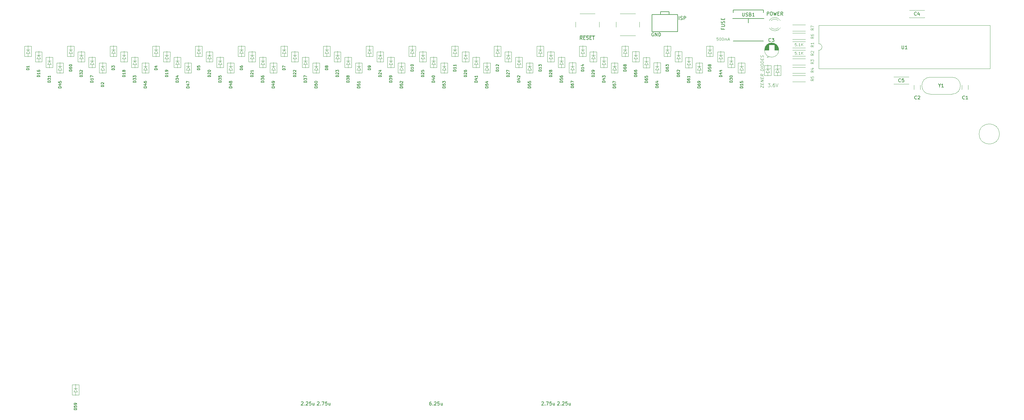
<source format=gto>
G04 #@! TF.GenerationSoftware,KiCad,Pcbnew,(5.1.10)-1*
G04 #@! TF.CreationDate,2021-07-26T01:32:03-04:00*
G04 #@! TF.ProjectId,discipline-pcb,64697363-6970-46c6-996e-652d7063622e,rev?*
G04 #@! TF.SameCoordinates,Original*
G04 #@! TF.FileFunction,Legend,Top*
G04 #@! TF.FilePolarity,Positive*
%FSLAX46Y46*%
G04 Gerber Fmt 4.6, Leading zero omitted, Abs format (unit mm)*
G04 Created by KiCad (PCBNEW (5.1.10)-1) date 2021-07-26 01:32:03*
%MOMM*%
%LPD*%
G01*
G04 APERTURE LIST*
%ADD10C,0.100000*%
%ADD11C,0.120000*%
%ADD12C,0.150000*%
%ADD13C,0.200000*%
%ADD14C,0.203200*%
%ADD15C,1.500000*%
%ADD16C,0.010000*%
%ADD17C,1.802000*%
%ADD18C,4.102000*%
%ADD19C,2.302000*%
%ADD20C,2.102000*%
%ADD21C,3.152000*%
%ADD22C,4.502000*%
%ADD23O,1.702000X1.702000*%
%ADD24C,1.702000*%
%ADD25C,1.302000*%
%ADD26O,1.502000X1.502000*%
%ADD27C,1.502000*%
%ADD28C,1.602000*%
%ADD29C,1.902000*%
%ADD30O,0.752000X1.102000*%
%ADD31O,1.002000X2.502000*%
%ADD32O,1.002000X1.802000*%
G04 APERTURE END LIST*
D10*
X268571435Y-65993549D02*
X268190483Y-65993549D01*
X268152388Y-66374502D01*
X268190483Y-66336406D01*
X268266674Y-66298311D01*
X268457150Y-66298311D01*
X268533340Y-66336406D01*
X268571435Y-66374502D01*
X268609531Y-66450692D01*
X268609531Y-66641168D01*
X268571435Y-66717359D01*
X268533340Y-66755454D01*
X268457150Y-66793549D01*
X268266674Y-66793549D01*
X268190483Y-66755454D01*
X268152388Y-66717359D01*
X269104769Y-65993549D02*
X269180959Y-65993549D01*
X269257150Y-66031645D01*
X269295245Y-66069740D01*
X269333340Y-66145930D01*
X269371435Y-66298311D01*
X269371435Y-66488787D01*
X269333340Y-66641168D01*
X269295245Y-66717359D01*
X269257150Y-66755454D01*
X269180959Y-66793549D01*
X269104769Y-66793549D01*
X269028578Y-66755454D01*
X268990483Y-66717359D01*
X268952388Y-66641168D01*
X268914293Y-66488787D01*
X268914293Y-66298311D01*
X268952388Y-66145930D01*
X268990483Y-66069740D01*
X269028578Y-66031645D01*
X269104769Y-65993549D01*
X269866674Y-65993549D02*
X269942864Y-65993549D01*
X270019055Y-66031645D01*
X270057150Y-66069740D01*
X270095245Y-66145930D01*
X270133340Y-66298311D01*
X270133340Y-66488787D01*
X270095245Y-66641168D01*
X270057150Y-66717359D01*
X270019055Y-66755454D01*
X269942864Y-66793549D01*
X269866674Y-66793549D01*
X269790483Y-66755454D01*
X269752388Y-66717359D01*
X269714293Y-66641168D01*
X269676197Y-66488787D01*
X269676197Y-66298311D01*
X269714293Y-66145930D01*
X269752388Y-66069740D01*
X269790483Y-66031645D01*
X269866674Y-65993549D01*
X270476197Y-66793549D02*
X270476197Y-66260216D01*
X270476197Y-66336406D02*
X270514293Y-66298311D01*
X270590483Y-66260216D01*
X270704769Y-66260216D01*
X270780959Y-66298311D01*
X270819055Y-66374502D01*
X270819055Y-66793549D01*
X270819055Y-66374502D02*
X270857150Y-66298311D01*
X270933340Y-66260216D01*
X271047626Y-66260216D01*
X271123816Y-66298311D01*
X271161912Y-66374502D01*
X271161912Y-66793549D01*
X271504769Y-66564978D02*
X271885721Y-66564978D01*
X271428578Y-66793549D02*
X271695245Y-65993549D01*
X271961912Y-66793549D01*
X283351445Y-79586134D02*
X283970493Y-79586134D01*
X283637159Y-79967087D01*
X283780016Y-79967087D01*
X283875255Y-80014706D01*
X283922874Y-80062325D01*
X283970493Y-80157563D01*
X283970493Y-80395658D01*
X283922874Y-80490896D01*
X283875255Y-80538515D01*
X283780016Y-80586134D01*
X283494302Y-80586134D01*
X283399064Y-80538515D01*
X283351445Y-80490896D01*
X284399064Y-80490896D02*
X284446683Y-80538515D01*
X284399064Y-80586134D01*
X284351445Y-80538515D01*
X284399064Y-80490896D01*
X284399064Y-80586134D01*
X285303826Y-79586134D02*
X285113350Y-79586134D01*
X285018112Y-79633754D01*
X284970493Y-79681373D01*
X284875255Y-79824230D01*
X284827636Y-80014706D01*
X284827636Y-80395658D01*
X284875255Y-80490896D01*
X284922874Y-80538515D01*
X285018112Y-80586134D01*
X285208588Y-80586134D01*
X285303826Y-80538515D01*
X285351445Y-80490896D01*
X285399064Y-80395658D01*
X285399064Y-80157563D01*
X285351445Y-80062325D01*
X285303826Y-80014706D01*
X285208588Y-79967087D01*
X285018112Y-79967087D01*
X284922874Y-80014706D01*
X284875255Y-80062325D01*
X284827636Y-80157563D01*
X285684778Y-79586134D02*
X286018112Y-80586134D01*
X286351445Y-79586134D01*
X281167640Y-80761370D02*
X281167640Y-80161370D01*
X282067640Y-80873870D01*
X282067640Y-80273870D01*
X281596212Y-79872085D02*
X281596212Y-79572085D01*
X282067640Y-79502442D02*
X282067640Y-79931013D01*
X281167640Y-79818513D01*
X281167640Y-79389942D01*
X282067640Y-79116728D02*
X281167640Y-79004228D01*
X282067640Y-78602442D01*
X281167640Y-78489942D01*
X281596212Y-78114942D02*
X281596212Y-77814942D01*
X282067640Y-77745299D02*
X282067640Y-78173870D01*
X281167640Y-78061370D01*
X281167640Y-77632799D01*
X282067640Y-76845299D02*
X281639069Y-77091728D01*
X282067640Y-77359585D02*
X281167640Y-77247085D01*
X281167640Y-76904228D01*
X281210498Y-76823870D01*
X281253355Y-76786370D01*
X281339069Y-76754228D01*
X281467640Y-76770299D01*
X281553355Y-76823870D01*
X281596212Y-76872085D01*
X281639069Y-76963156D01*
X281639069Y-77306013D01*
X282067640Y-75773870D02*
X281167640Y-75661370D01*
X281167640Y-75447085D01*
X281210498Y-75323870D01*
X281296212Y-75248870D01*
X281381926Y-75216728D01*
X281553355Y-75195299D01*
X281681926Y-75211370D01*
X281853355Y-75275656D01*
X281939069Y-75329228D01*
X282024783Y-75425656D01*
X282067640Y-75559585D01*
X282067640Y-75773870D01*
X282067640Y-74873870D02*
X281167640Y-74761370D01*
X281167640Y-74161370D02*
X281167640Y-73989942D01*
X281210498Y-73909585D01*
X281296212Y-73834585D01*
X281467640Y-73813156D01*
X281767640Y-73850656D01*
X281939069Y-73914942D01*
X282024783Y-74011370D01*
X282067640Y-74102442D01*
X282067640Y-74273870D01*
X282024783Y-74354228D01*
X281939069Y-74429228D01*
X281767640Y-74450656D01*
X281467640Y-74413156D01*
X281296212Y-74348870D01*
X281210498Y-74252442D01*
X281167640Y-74161370D01*
X282067640Y-73502442D02*
X281167640Y-73389942D01*
X281167640Y-73175656D01*
X281210498Y-73052442D01*
X281296212Y-72977442D01*
X281381926Y-72945299D01*
X281553355Y-72923870D01*
X281681926Y-72939942D01*
X281853355Y-73004228D01*
X281939069Y-73057799D01*
X282024783Y-73154228D01*
X282067640Y-73288156D01*
X282067640Y-73502442D01*
X281596212Y-72543513D02*
X281596212Y-72243513D01*
X282067640Y-72173870D02*
X282067640Y-72602442D01*
X281167640Y-72489942D01*
X281167640Y-72061370D01*
X282024783Y-71825656D02*
X282067640Y-71702442D01*
X282067640Y-71488156D01*
X282024783Y-71397085D01*
X281981926Y-71348870D01*
X281896212Y-71295299D01*
X281810498Y-71284585D01*
X281724783Y-71316728D01*
X281681926Y-71354228D01*
X281639069Y-71434585D01*
X281596212Y-71600656D01*
X281553355Y-71681013D01*
X281510498Y-71718513D01*
X281424783Y-71750656D01*
X281339069Y-71739942D01*
X281253355Y-71686370D01*
X281210498Y-71638156D01*
X281167640Y-71547085D01*
X281167640Y-71332799D01*
X281210498Y-71209585D01*
D11*
X285400010Y-75514666D02*
X285644982Y-75252196D01*
X286734918Y-75251812D02*
X286979890Y-74989342D01*
X282517900Y-75514282D02*
X282762872Y-75251812D01*
X283865246Y-75251812D02*
X284110218Y-74989342D01*
D12*
X228199557Y-66516574D02*
X227866223Y-66040384D01*
X227628128Y-66516574D02*
X227628128Y-65516574D01*
X228009080Y-65516574D01*
X228104318Y-65564194D01*
X228151938Y-65611813D01*
X228199557Y-65707051D01*
X228199557Y-65849908D01*
X228151938Y-65945146D01*
X228104318Y-65992765D01*
X228009080Y-66040384D01*
X227628128Y-66040384D01*
X228628128Y-65992765D02*
X228961461Y-65992765D01*
X229104318Y-66516574D02*
X228628128Y-66516574D01*
X228628128Y-65516574D01*
X229104318Y-65516574D01*
X229485271Y-66468955D02*
X229628128Y-66516574D01*
X229866223Y-66516574D01*
X229961461Y-66468955D01*
X230009080Y-66421336D01*
X230056699Y-66326098D01*
X230056699Y-66230860D01*
X230009080Y-66135622D01*
X229961461Y-66088003D01*
X229866223Y-66040384D01*
X229675747Y-65992765D01*
X229580509Y-65945146D01*
X229532890Y-65897527D01*
X229485271Y-65802289D01*
X229485271Y-65707051D01*
X229532890Y-65611813D01*
X229580509Y-65564194D01*
X229675747Y-65516574D01*
X229913842Y-65516574D01*
X230056699Y-65564194D01*
X230485271Y-65992765D02*
X230818604Y-65992765D01*
X230961461Y-66516574D02*
X230485271Y-66516574D01*
X230485271Y-65516574D01*
X230961461Y-65516574D01*
X231247176Y-65516574D02*
X231818604Y-65516574D01*
X231532890Y-66516574D02*
X231532890Y-65516574D01*
X283095546Y-59326064D02*
X283095546Y-58326064D01*
X283476498Y-58326064D01*
X283571736Y-58373684D01*
X283619355Y-58421303D01*
X283666974Y-58516541D01*
X283666974Y-58659398D01*
X283619355Y-58754636D01*
X283571736Y-58802255D01*
X283476498Y-58849874D01*
X283095546Y-58849874D01*
X284286022Y-58326064D02*
X284476498Y-58326064D01*
X284571736Y-58373684D01*
X284666974Y-58468922D01*
X284714593Y-58659398D01*
X284714593Y-58992731D01*
X284666974Y-59183207D01*
X284571736Y-59278445D01*
X284476498Y-59326064D01*
X284286022Y-59326064D01*
X284190784Y-59278445D01*
X284095546Y-59183207D01*
X284047927Y-58992731D01*
X284047927Y-58659398D01*
X284095546Y-58468922D01*
X284190784Y-58373684D01*
X284286022Y-58326064D01*
X285047927Y-58326064D02*
X285286022Y-59326064D01*
X285476498Y-58611779D01*
X285666974Y-59326064D01*
X285905070Y-58326064D01*
X286286022Y-58802255D02*
X286619355Y-58802255D01*
X286762212Y-59326064D02*
X286286022Y-59326064D01*
X286286022Y-58326064D01*
X286762212Y-58326064D01*
X287762212Y-59326064D02*
X287428879Y-58849874D01*
X287190784Y-59326064D02*
X287190784Y-58326064D01*
X287571736Y-58326064D01*
X287666974Y-58373684D01*
X287714593Y-58421303D01*
X287762212Y-58516541D01*
X287762212Y-58659398D01*
X287714593Y-58754636D01*
X287666974Y-58802255D01*
X287571736Y-58849874D01*
X287190784Y-58849874D01*
X249414796Y-64566827D02*
X249319558Y-64519207D01*
X249176701Y-64519207D01*
X249033843Y-64566827D01*
X248938605Y-64662065D01*
X248890986Y-64757303D01*
X248843367Y-64947779D01*
X248843367Y-65090636D01*
X248890986Y-65281112D01*
X248938605Y-65376350D01*
X249033843Y-65471588D01*
X249176701Y-65519207D01*
X249271939Y-65519207D01*
X249414796Y-65471588D01*
X249462415Y-65423969D01*
X249462415Y-65090636D01*
X249271939Y-65090636D01*
X249890986Y-65519207D02*
X249890986Y-64519207D01*
X250462415Y-65519207D01*
X250462415Y-64519207D01*
X250938605Y-65519207D02*
X250938605Y-64519207D01*
X251176701Y-64519207D01*
X251319558Y-64566827D01*
X251414796Y-64662065D01*
X251462415Y-64757303D01*
X251510034Y-64947779D01*
X251510034Y-65090636D01*
X251462415Y-65281112D01*
X251414796Y-65376350D01*
X251319558Y-65471588D01*
X251176701Y-65519207D01*
X250938605Y-65519207D01*
X256969474Y-60637358D02*
X256969474Y-59637358D01*
X257398045Y-60589739D02*
X257540903Y-60637358D01*
X257778998Y-60637358D01*
X257874236Y-60589739D01*
X257921855Y-60542120D01*
X257969474Y-60446882D01*
X257969474Y-60351644D01*
X257921855Y-60256406D01*
X257874236Y-60208787D01*
X257778998Y-60161168D01*
X257588522Y-60113549D01*
X257493284Y-60065930D01*
X257445665Y-60018311D01*
X257398045Y-59923073D01*
X257398045Y-59827835D01*
X257445665Y-59732597D01*
X257493284Y-59684978D01*
X257588522Y-59637358D01*
X257826617Y-59637358D01*
X257969474Y-59684978D01*
X258398045Y-60637358D02*
X258398045Y-59637358D01*
X258778998Y-59637358D01*
X258874236Y-59684978D01*
X258921855Y-59732597D01*
X258969474Y-59827835D01*
X258969474Y-59970692D01*
X258921855Y-60065930D01*
X258874236Y-60113549D01*
X258778998Y-60161168D01*
X258398045Y-60161168D01*
D10*
X291785363Y-70192989D02*
X291404411Y-70192989D01*
X291366316Y-70573942D01*
X291404411Y-70535846D01*
X291480601Y-70497751D01*
X291671077Y-70497751D01*
X291747268Y-70535846D01*
X291785363Y-70573942D01*
X291823458Y-70650132D01*
X291823458Y-70840608D01*
X291785363Y-70916799D01*
X291747268Y-70954894D01*
X291671077Y-70992989D01*
X291480601Y-70992989D01*
X291404411Y-70954894D01*
X291366316Y-70916799D01*
X292166316Y-70916799D02*
X292204411Y-70954894D01*
X292166316Y-70992989D01*
X292128220Y-70954894D01*
X292166316Y-70916799D01*
X292166316Y-70992989D01*
X292966316Y-70992989D02*
X292509173Y-70992989D01*
X292737744Y-70992989D02*
X292737744Y-70192989D01*
X292661554Y-70307275D01*
X292585363Y-70383465D01*
X292509173Y-70421561D01*
X293309173Y-70992989D02*
X293309173Y-70192989D01*
X293766316Y-70992989D02*
X293423458Y-70535846D01*
X293766316Y-70192989D02*
X293309173Y-70650132D01*
X291785363Y-67639536D02*
X291404411Y-67639536D01*
X291366316Y-68020489D01*
X291404411Y-67982393D01*
X291480601Y-67944298D01*
X291671077Y-67944298D01*
X291747268Y-67982393D01*
X291785363Y-68020489D01*
X291823458Y-68096679D01*
X291823458Y-68287155D01*
X291785363Y-68363346D01*
X291747268Y-68401441D01*
X291671077Y-68439536D01*
X291480601Y-68439536D01*
X291404411Y-68401441D01*
X291366316Y-68363346D01*
X292166316Y-68363346D02*
X292204411Y-68401441D01*
X292166316Y-68439536D01*
X292128220Y-68401441D01*
X292166316Y-68363346D01*
X292166316Y-68439536D01*
X292966316Y-68439536D02*
X292509173Y-68439536D01*
X292737744Y-68439536D02*
X292737744Y-67639536D01*
X292661554Y-67753822D01*
X292585363Y-67830012D01*
X292509173Y-67868108D01*
X293309173Y-68439536D02*
X293309173Y-67639536D01*
X293766316Y-68439536D02*
X293423458Y-67982393D01*
X293766316Y-67639536D02*
X293309173Y-68096679D01*
D11*
X352099500Y-94622000D02*
G75*
G03*
X352099500Y-94622000I-3000000J0D01*
G01*
X274541929Y-73506199D02*
X274541929Y-76476199D01*
X276541929Y-73496199D02*
X276531929Y-76486199D01*
X274541929Y-76486199D02*
X276531929Y-76486199D01*
X275551929Y-76696199D02*
X275551929Y-75576199D01*
X275551929Y-73236199D02*
X275551929Y-74516199D01*
X274541929Y-73496199D02*
X276541929Y-73496199D01*
X275551929Y-74626199D02*
X276091929Y-75576199D01*
X275541929Y-74636199D02*
X275011929Y-75546199D01*
X275011929Y-75576199D02*
X276091929Y-75576199D01*
X275011929Y-74526199D02*
X276091929Y-74526199D01*
X76724000Y-169218000D02*
X76724000Y-172188000D01*
X78724000Y-169208000D02*
X78714000Y-172198000D01*
X76724000Y-172198000D02*
X78714000Y-172198000D01*
X77734000Y-172408000D02*
X77734000Y-171288000D01*
X77734000Y-168948000D02*
X77734000Y-170228000D01*
X76724000Y-169208000D02*
X78724000Y-169208000D01*
X77734000Y-170338000D02*
X78274000Y-171288000D01*
X77724000Y-170348000D02*
X77194000Y-171258000D01*
X77194000Y-171288000D02*
X78274000Y-171288000D01*
X77194000Y-170238000D02*
X78274000Y-170238000D01*
X249444000Y-73460000D02*
X249444000Y-76430000D01*
X251444000Y-73450000D02*
X251434000Y-76440000D01*
X249444000Y-76440000D02*
X251434000Y-76440000D01*
X250454000Y-76650000D02*
X250454000Y-75530000D01*
X250454000Y-73190000D02*
X250454000Y-74470000D01*
X249444000Y-73450000D02*
X251444000Y-73450000D01*
X250454000Y-74580000D02*
X250994000Y-75530000D01*
X250444000Y-74590000D02*
X249914000Y-75500000D01*
X249914000Y-75530000D02*
X250994000Y-75530000D01*
X249914000Y-74480000D02*
X250994000Y-74480000D01*
X255794000Y-70158000D02*
X255794000Y-73128000D01*
X257794000Y-70148000D02*
X257784000Y-73138000D01*
X255794000Y-73138000D02*
X257784000Y-73138000D01*
X256804000Y-73348000D02*
X256804000Y-72228000D01*
X256804000Y-69888000D02*
X256804000Y-71168000D01*
X255794000Y-70148000D02*
X257794000Y-70148000D01*
X256804000Y-71278000D02*
X257344000Y-72228000D01*
X256794000Y-71288000D02*
X256264000Y-72198000D01*
X256264000Y-72228000D02*
X257344000Y-72228000D01*
X256264000Y-71178000D02*
X257344000Y-71178000D01*
X325241062Y-79771416D02*
X325241062Y-79786416D01*
X325241062Y-77646416D02*
X325241062Y-77661416D01*
X320701062Y-79771416D02*
X320701062Y-79786416D01*
X320701062Y-77646416D02*
X320701062Y-77661416D01*
X320701062Y-79786416D02*
X325241062Y-79786416D01*
X320701062Y-77646416D02*
X325241062Y-77646416D01*
X329895530Y-59981178D02*
X329895530Y-59996178D01*
X329895530Y-57856178D02*
X329895530Y-57871178D01*
X325355530Y-59981178D02*
X325355530Y-59996178D01*
X325355530Y-57856178D02*
X325355530Y-57871178D01*
X325355530Y-59996178D02*
X329895530Y-59996178D01*
X325355530Y-57856178D02*
X329895530Y-57856178D01*
X286597676Y-69654866D02*
G75*
G03*
X286597676Y-69654866I-2120000J0D01*
G01*
X285317676Y-69654866D02*
X286557676Y-69654866D01*
X282397676Y-69654866D02*
X283637676Y-69654866D01*
X285317676Y-69614866D02*
X286557676Y-69614866D01*
X282397676Y-69614866D02*
X283637676Y-69614866D01*
X285317676Y-69574866D02*
X286556676Y-69574866D01*
X282398676Y-69574866D02*
X283637676Y-69574866D01*
X282400676Y-69534866D02*
X283637676Y-69534866D01*
X285317676Y-69534866D02*
X286554676Y-69534866D01*
X282403676Y-69494866D02*
X283637676Y-69494866D01*
X285317676Y-69494866D02*
X286551676Y-69494866D01*
X282406676Y-69454866D02*
X283637676Y-69454866D01*
X285317676Y-69454866D02*
X286548676Y-69454866D01*
X282410676Y-69414866D02*
X283637676Y-69414866D01*
X285317676Y-69414866D02*
X286544676Y-69414866D01*
X282415676Y-69374866D02*
X283637676Y-69374866D01*
X285317676Y-69374866D02*
X286539676Y-69374866D01*
X282421676Y-69334866D02*
X283637676Y-69334866D01*
X285317676Y-69334866D02*
X286533676Y-69334866D01*
X282427676Y-69294866D02*
X283637676Y-69294866D01*
X285317676Y-69294866D02*
X286527676Y-69294866D01*
X282435676Y-69254866D02*
X283637676Y-69254866D01*
X285317676Y-69254866D02*
X286519676Y-69254866D01*
X282443676Y-69214866D02*
X283637676Y-69214866D01*
X285317676Y-69214866D02*
X286511676Y-69214866D01*
X282452676Y-69174866D02*
X283637676Y-69174866D01*
X285317676Y-69174866D02*
X286502676Y-69174866D01*
X282461676Y-69134866D02*
X283637676Y-69134866D01*
X285317676Y-69134866D02*
X286493676Y-69134866D01*
X282472676Y-69094866D02*
X283637676Y-69094866D01*
X285317676Y-69094866D02*
X286482676Y-69094866D01*
X282483676Y-69054866D02*
X283637676Y-69054866D01*
X285317676Y-69054866D02*
X286471676Y-69054866D01*
X282495676Y-69014866D02*
X283637676Y-69014866D01*
X285317676Y-69014866D02*
X286459676Y-69014866D01*
X282509676Y-68974866D02*
X283637676Y-68974866D01*
X285317676Y-68974866D02*
X286445676Y-68974866D01*
X282523676Y-68933866D02*
X283637676Y-68933866D01*
X285317676Y-68933866D02*
X286431676Y-68933866D01*
X282537676Y-68893866D02*
X283637676Y-68893866D01*
X285317676Y-68893866D02*
X286417676Y-68893866D01*
X282553676Y-68853866D02*
X283637676Y-68853866D01*
X285317676Y-68853866D02*
X286401676Y-68853866D01*
X282570676Y-68813866D02*
X283637676Y-68813866D01*
X285317676Y-68813866D02*
X286384676Y-68813866D01*
X282588676Y-68773866D02*
X283637676Y-68773866D01*
X285317676Y-68773866D02*
X286366676Y-68773866D01*
X282607676Y-68733866D02*
X283637676Y-68733866D01*
X285317676Y-68733866D02*
X286347676Y-68733866D01*
X282626676Y-68693866D02*
X283637676Y-68693866D01*
X285317676Y-68693866D02*
X286328676Y-68693866D01*
X282647676Y-68653866D02*
X283637676Y-68653866D01*
X285317676Y-68653866D02*
X286307676Y-68653866D01*
X282669676Y-68613866D02*
X283637676Y-68613866D01*
X285317676Y-68613866D02*
X286285676Y-68613866D01*
X282692676Y-68573866D02*
X283637676Y-68573866D01*
X285317676Y-68573866D02*
X286262676Y-68573866D01*
X282717676Y-68533866D02*
X283637676Y-68533866D01*
X285317676Y-68533866D02*
X286237676Y-68533866D01*
X282742676Y-68493866D02*
X283637676Y-68493866D01*
X285317676Y-68493866D02*
X286212676Y-68493866D01*
X282769676Y-68453866D02*
X283637676Y-68453866D01*
X285317676Y-68453866D02*
X286185676Y-68453866D01*
X282797676Y-68413866D02*
X283637676Y-68413866D01*
X285317676Y-68413866D02*
X286157676Y-68413866D01*
X282827676Y-68373866D02*
X283637676Y-68373866D01*
X285317676Y-68373866D02*
X286127676Y-68373866D01*
X282858676Y-68333866D02*
X283637676Y-68333866D01*
X285317676Y-68333866D02*
X286096676Y-68333866D01*
X282890676Y-68293866D02*
X283637676Y-68293866D01*
X285317676Y-68293866D02*
X286064676Y-68293866D01*
X282925676Y-68253866D02*
X283637676Y-68253866D01*
X285317676Y-68253866D02*
X286029676Y-68253866D01*
X282961676Y-68213866D02*
X283637676Y-68213866D01*
X285317676Y-68213866D02*
X285993676Y-68213866D01*
X282999676Y-68173866D02*
X283637676Y-68173866D01*
X285317676Y-68173866D02*
X285955676Y-68173866D01*
X283039676Y-68133866D02*
X283637676Y-68133866D01*
X285317676Y-68133866D02*
X285915676Y-68133866D01*
X283081676Y-68093866D02*
X283637676Y-68093866D01*
X285317676Y-68093866D02*
X285873676Y-68093866D01*
X283126676Y-68053866D02*
X285828676Y-68053866D01*
X283173676Y-68013866D02*
X285781676Y-68013866D01*
X283223676Y-67973866D02*
X285731676Y-67973866D01*
X283277676Y-67933866D02*
X285677676Y-67933866D01*
X283335676Y-67893866D02*
X285619676Y-67893866D01*
X283397676Y-67853866D02*
X285557676Y-67853866D01*
X283464676Y-67813866D02*
X285490676Y-67813866D01*
X283537676Y-67773866D02*
X285417676Y-67773866D01*
X283618676Y-67733866D02*
X285336676Y-67733866D01*
X283709676Y-67693866D02*
X285245676Y-67693866D01*
X283813676Y-67653866D02*
X285141676Y-67653866D01*
X283940676Y-67613866D02*
X285014676Y-67613866D01*
X284107676Y-67573866D02*
X284847676Y-67573866D01*
X283282676Y-71924667D02*
X283282676Y-71524667D01*
X283082676Y-71724667D02*
X283482676Y-71724667D01*
X328600238Y-81385040D02*
X328600238Y-80127040D01*
X326760238Y-81385040D02*
X326760238Y-80127040D01*
X342826112Y-81385040D02*
X342826112Y-80127040D01*
X340986112Y-81385040D02*
X340986112Y-80127040D01*
X294486316Y-77218982D02*
X290646316Y-77218982D01*
X294486316Y-79058982D02*
X290646316Y-79058982D01*
X294486316Y-74725517D02*
X290646316Y-74725517D01*
X294486316Y-76565517D02*
X290646316Y-76565517D01*
X294486316Y-72232052D02*
X290646316Y-72232052D01*
X294486316Y-74072052D02*
X290646316Y-74072052D01*
X290646316Y-71500211D02*
X294486316Y-71500211D01*
X290646316Y-69660211D02*
X294486316Y-69660211D01*
X290646316Y-68980499D02*
X294486316Y-68980499D01*
X290646316Y-67140499D02*
X294486316Y-67140499D01*
X290646316Y-66487034D02*
X294486316Y-66487034D01*
X290646316Y-64647034D02*
X294486316Y-64647034D01*
X294486316Y-62153204D02*
X290646316Y-62153204D01*
X294486316Y-63993204D02*
X290646316Y-63993204D01*
X298423430Y-69769182D02*
X298423430Y-75229182D01*
X298423430Y-75229182D02*
X349343430Y-75229182D01*
X349343430Y-75229182D02*
X349343430Y-62309182D01*
X349343430Y-62309182D02*
X298423430Y-62309182D01*
X298423430Y-62309182D02*
X298423430Y-67769182D01*
X298423430Y-67769182D02*
G75*
G02*
X298423430Y-69769182I0J-1000000D01*
G01*
D13*
X254003830Y-59070870D02*
X254003830Y-58270870D01*
X254003830Y-58270870D02*
X251453830Y-58270870D01*
X251453830Y-58270870D02*
X251453830Y-59070870D01*
D14*
X248943830Y-59080870D02*
X256563830Y-59080870D01*
X256563830Y-64160870D02*
X248943830Y-64160870D01*
X248943830Y-64160870D02*
X248943830Y-59080870D01*
X256563830Y-59080870D02*
X256563830Y-64160870D01*
D11*
X338011644Y-82781240D02*
X331611644Y-82781240D01*
X338011644Y-77731240D02*
X331611644Y-77731240D01*
X338011644Y-77731240D02*
G75*
G02*
X338011644Y-82781240I0J-2525000D01*
G01*
X331611644Y-77731240D02*
G75*
G03*
X331611644Y-82781240I0J-2525000D01*
G01*
X283837716Y-63050830D02*
X283837716Y-63206830D01*
X283837716Y-60734830D02*
X283837716Y-60890830D01*
X286438846Y-63050667D02*
G75*
G02*
X284356755Y-63050830I-1041130J1079837D01*
G01*
X286438846Y-60890993D02*
G75*
G03*
X284356755Y-60890830I-1041130J-1079837D01*
G01*
X287070051Y-63049438D02*
G75*
G02*
X283837716Y-63206346I-1672335J1078608D01*
G01*
X287070051Y-60892222D02*
G75*
G03*
X283837716Y-60735314I-1672335J-1078608D01*
G01*
D12*
X282173468Y-60291022D02*
X272923468Y-60291022D01*
X282023468Y-66951022D02*
X273073468Y-66951022D01*
X273068468Y-58541022D02*
X273073468Y-57781022D01*
X282023468Y-57781022D02*
X273073468Y-57781022D01*
X282023468Y-57781022D02*
X282028468Y-58541022D01*
X277548468Y-60291022D02*
X277548468Y-61561022D01*
D11*
X245235732Y-62836074D02*
X245235732Y-61336074D01*
X243985732Y-58836074D02*
X239485732Y-58836074D01*
X238235732Y-61336074D02*
X238235732Y-62836074D01*
X239485732Y-65336074D02*
X243985732Y-65336074D01*
X233235732Y-62836074D02*
X233235732Y-61336074D01*
X231985732Y-58836074D02*
X227485732Y-58836074D01*
X226235732Y-61336074D02*
X226235732Y-62836074D01*
X227485732Y-65336074D02*
X231985732Y-65336074D01*
X62600284Y-68545612D02*
X62600284Y-71515612D01*
X64600284Y-68535612D02*
X64590284Y-71525612D01*
X62600284Y-71525612D02*
X64590284Y-71525612D01*
X63610284Y-71735612D02*
X63610284Y-70615612D01*
X63610284Y-68275612D02*
X63610284Y-69555612D01*
X62600284Y-68535612D02*
X64600284Y-68535612D01*
X63610284Y-69665612D02*
X64150284Y-70615612D01*
X63600284Y-69675612D02*
X63070284Y-70585612D01*
X63070284Y-70615612D02*
X64150284Y-70615612D01*
X63070284Y-69565612D02*
X64150284Y-69565612D01*
X72108673Y-73506199D02*
X72108673Y-76476199D01*
X74108673Y-73496199D02*
X74098673Y-76486199D01*
X72108673Y-76486199D02*
X74098673Y-76486199D01*
X73118673Y-76696199D02*
X73118673Y-75576199D01*
X73118673Y-73236199D02*
X73118673Y-74516199D01*
X72108673Y-73496199D02*
X74108673Y-73496199D01*
X73118673Y-74626199D02*
X73658673Y-75576199D01*
X73108673Y-74636199D02*
X72578673Y-75546199D01*
X72578673Y-75576199D02*
X73658673Y-75576199D01*
X72578673Y-74526199D02*
X73658673Y-74526199D01*
X84786525Y-73506199D02*
X84786525Y-76476199D01*
X86786525Y-73496199D02*
X86776525Y-76486199D01*
X84786525Y-76486199D02*
X86776525Y-76486199D01*
X85796525Y-76696199D02*
X85796525Y-75576199D01*
X85796525Y-73236199D02*
X85796525Y-74516199D01*
X84786525Y-73496199D02*
X86786525Y-73496199D01*
X85796525Y-74626199D02*
X86336525Y-75576199D01*
X85786525Y-74636199D02*
X85256525Y-75546199D01*
X85256525Y-75576199D02*
X86336525Y-75576199D01*
X85256525Y-74526199D02*
X86336525Y-74526199D01*
X87955988Y-68545612D02*
X87955988Y-71515612D01*
X89955988Y-68535612D02*
X89945988Y-71525612D01*
X87955988Y-71525612D02*
X89945988Y-71525612D01*
X88965988Y-71735612D02*
X88965988Y-70615612D01*
X88965988Y-68275612D02*
X88965988Y-69555612D01*
X87955988Y-68535612D02*
X89955988Y-68535612D01*
X88965988Y-69665612D02*
X89505988Y-70615612D01*
X88955988Y-69675612D02*
X88425988Y-70585612D01*
X88425988Y-70615612D02*
X89505988Y-70615612D01*
X88425988Y-69565612D02*
X89505988Y-69565612D01*
X100633840Y-68545612D02*
X100633840Y-71515612D01*
X102633840Y-68535612D02*
X102623840Y-71525612D01*
X100633840Y-71525612D02*
X102623840Y-71525612D01*
X101643840Y-71735612D02*
X101643840Y-70615612D01*
X101643840Y-68275612D02*
X101643840Y-69555612D01*
X100633840Y-68535612D02*
X102633840Y-68535612D01*
X101643840Y-69665612D02*
X102183840Y-70615612D01*
X101633840Y-69675612D02*
X101103840Y-70585612D01*
X101103840Y-70615612D02*
X102183840Y-70615612D01*
X101103840Y-69565612D02*
X102183840Y-69565612D01*
X113311692Y-68545612D02*
X113311692Y-71515612D01*
X115311692Y-68535612D02*
X115301692Y-71525612D01*
X113311692Y-71525612D02*
X115301692Y-71525612D01*
X114321692Y-71735612D02*
X114321692Y-70615612D01*
X114321692Y-68275612D02*
X114321692Y-69555612D01*
X113311692Y-68535612D02*
X115311692Y-68535612D01*
X114321692Y-69665612D02*
X114861692Y-70615612D01*
X114311692Y-69675612D02*
X113781692Y-70585612D01*
X113781692Y-70615612D02*
X114861692Y-70615612D01*
X113781692Y-69565612D02*
X114861692Y-69565612D01*
X125989544Y-68545612D02*
X125989544Y-71515612D01*
X127989544Y-68535612D02*
X127979544Y-71525612D01*
X125989544Y-71525612D02*
X127979544Y-71525612D01*
X126999544Y-71735612D02*
X126999544Y-70615612D01*
X126999544Y-68275612D02*
X126999544Y-69555612D01*
X125989544Y-68535612D02*
X127989544Y-68535612D01*
X126999544Y-69665612D02*
X127539544Y-70615612D01*
X126989544Y-69675612D02*
X126459544Y-70585612D01*
X126459544Y-70615612D02*
X127539544Y-70615612D01*
X126459544Y-69565612D02*
X127539544Y-69565612D01*
X138667396Y-68545612D02*
X138667396Y-71515612D01*
X140667396Y-68535612D02*
X140657396Y-71525612D01*
X138667396Y-71525612D02*
X140657396Y-71525612D01*
X139677396Y-71735612D02*
X139677396Y-70615612D01*
X139677396Y-68275612D02*
X139677396Y-69555612D01*
X138667396Y-68535612D02*
X140667396Y-68535612D01*
X139677396Y-69665612D02*
X140217396Y-70615612D01*
X139667396Y-69675612D02*
X139137396Y-70585612D01*
X139137396Y-70615612D02*
X140217396Y-70615612D01*
X139137396Y-69565612D02*
X140217396Y-69565612D01*
X151345248Y-68545612D02*
X151345248Y-71515612D01*
X153345248Y-68535612D02*
X153335248Y-71525612D01*
X151345248Y-71525612D02*
X153335248Y-71525612D01*
X152355248Y-71735612D02*
X152355248Y-70615612D01*
X152355248Y-68275612D02*
X152355248Y-69555612D01*
X151345248Y-68535612D02*
X153345248Y-68535612D01*
X152355248Y-69665612D02*
X152895248Y-70615612D01*
X152345248Y-69675612D02*
X151815248Y-70585612D01*
X151815248Y-70615612D02*
X152895248Y-70615612D01*
X151815248Y-69565612D02*
X152895248Y-69565612D01*
X164023100Y-68545612D02*
X164023100Y-71515612D01*
X166023100Y-68535612D02*
X166013100Y-71525612D01*
X164023100Y-71525612D02*
X166013100Y-71525612D01*
X165033100Y-71735612D02*
X165033100Y-70615612D01*
X165033100Y-68275612D02*
X165033100Y-69555612D01*
X164023100Y-68535612D02*
X166023100Y-68535612D01*
X165033100Y-69665612D02*
X165573100Y-70615612D01*
X165023100Y-69675612D02*
X164493100Y-70585612D01*
X164493100Y-70615612D02*
X165573100Y-70615612D01*
X164493100Y-69565612D02*
X165573100Y-69565612D01*
X176700952Y-68545612D02*
X176700952Y-71515612D01*
X178700952Y-68535612D02*
X178690952Y-71525612D01*
X176700952Y-71525612D02*
X178690952Y-71525612D01*
X177710952Y-71735612D02*
X177710952Y-70615612D01*
X177710952Y-68275612D02*
X177710952Y-69555612D01*
X176700952Y-68535612D02*
X178700952Y-68535612D01*
X177710952Y-69665612D02*
X178250952Y-70615612D01*
X177700952Y-69675612D02*
X177170952Y-70585612D01*
X177170952Y-70615612D02*
X178250952Y-70615612D01*
X177170952Y-69565612D02*
X178250952Y-69565612D01*
X189378804Y-68545612D02*
X189378804Y-71515612D01*
X191378804Y-68535612D02*
X191368804Y-71525612D01*
X189378804Y-71525612D02*
X191368804Y-71525612D01*
X190388804Y-71735612D02*
X190388804Y-70615612D01*
X190388804Y-68275612D02*
X190388804Y-69555612D01*
X189378804Y-68535612D02*
X191378804Y-68535612D01*
X190388804Y-69665612D02*
X190928804Y-70615612D01*
X190378804Y-69675612D02*
X189848804Y-70585612D01*
X189848804Y-70615612D02*
X190928804Y-70615612D01*
X189848804Y-69565612D02*
X190928804Y-69565612D01*
X202056656Y-68545612D02*
X202056656Y-71515612D01*
X204056656Y-68535612D02*
X204046656Y-71525612D01*
X202056656Y-71525612D02*
X204046656Y-71525612D01*
X203066656Y-71735612D02*
X203066656Y-70615612D01*
X203066656Y-68275612D02*
X203066656Y-69555612D01*
X202056656Y-68535612D02*
X204056656Y-68535612D01*
X203066656Y-69665612D02*
X203606656Y-70615612D01*
X203056656Y-69675612D02*
X202526656Y-70585612D01*
X202526656Y-70615612D02*
X203606656Y-70615612D01*
X202526656Y-69565612D02*
X203606656Y-69565612D01*
X214734508Y-68545612D02*
X214734508Y-71515612D01*
X216734508Y-68535612D02*
X216724508Y-71525612D01*
X214734508Y-71525612D02*
X216724508Y-71525612D01*
X215744508Y-71735612D02*
X215744508Y-70615612D01*
X215744508Y-68275612D02*
X215744508Y-69555612D01*
X214734508Y-68535612D02*
X216734508Y-68535612D01*
X215744508Y-69665612D02*
X216284508Y-70615612D01*
X215734508Y-69675612D02*
X215204508Y-70585612D01*
X215204508Y-70615612D02*
X216284508Y-70615612D01*
X215204508Y-69565612D02*
X216284508Y-69565612D01*
X227342376Y-68545612D02*
X227342376Y-71515612D01*
X229342376Y-68535612D02*
X229332376Y-71525612D01*
X227342376Y-71525612D02*
X229332376Y-71525612D01*
X228352376Y-71735612D02*
X228352376Y-70615612D01*
X228352376Y-68275612D02*
X228352376Y-69555612D01*
X227342376Y-68535612D02*
X229342376Y-68535612D01*
X228352376Y-69665612D02*
X228892376Y-70615612D01*
X228342376Y-69675612D02*
X227812376Y-70585612D01*
X227812376Y-70615612D02*
X228892376Y-70615612D01*
X227812376Y-69565612D02*
X228892376Y-69565612D01*
X65769747Y-70199141D02*
X65769747Y-73169141D01*
X67769747Y-70189141D02*
X67759747Y-73179141D01*
X65769747Y-73179141D02*
X67759747Y-73179141D01*
X66779747Y-73389141D02*
X66779747Y-72269141D01*
X66779747Y-69929141D02*
X66779747Y-71209141D01*
X65769747Y-70189141D02*
X67769747Y-70189141D01*
X66779747Y-71319141D02*
X67319747Y-72269141D01*
X66769747Y-71329141D02*
X66239747Y-72239141D01*
X66239747Y-72269141D02*
X67319747Y-72269141D01*
X66239747Y-71219141D02*
X67319747Y-71219141D01*
X81617062Y-71852670D02*
X81617062Y-74822670D01*
X83617062Y-71842670D02*
X83607062Y-74832670D01*
X81617062Y-74832670D02*
X83607062Y-74832670D01*
X82627062Y-75042670D02*
X82627062Y-73922670D01*
X82627062Y-71582670D02*
X82627062Y-72862670D01*
X81617062Y-71842670D02*
X83617062Y-71842670D01*
X82627062Y-72972670D02*
X83167062Y-73922670D01*
X82617062Y-72982670D02*
X82087062Y-73892670D01*
X82087062Y-73922670D02*
X83167062Y-73922670D01*
X82087062Y-72872670D02*
X83167062Y-72872670D01*
X91125451Y-70199141D02*
X91125451Y-73169141D01*
X93125451Y-70189141D02*
X93115451Y-73179141D01*
X91125451Y-73179141D02*
X93115451Y-73179141D01*
X92135451Y-73389141D02*
X92135451Y-72269141D01*
X92135451Y-69929141D02*
X92135451Y-71209141D01*
X91125451Y-70189141D02*
X93125451Y-70189141D01*
X92135451Y-71319141D02*
X92675451Y-72269141D01*
X92125451Y-71329141D02*
X91595451Y-72239141D01*
X91595451Y-72269141D02*
X92675451Y-72269141D01*
X91595451Y-71219141D02*
X92675451Y-71219141D01*
X103803303Y-70199141D02*
X103803303Y-73169141D01*
X105803303Y-70189141D02*
X105793303Y-73179141D01*
X103803303Y-73179141D02*
X105793303Y-73179141D01*
X104813303Y-73389141D02*
X104813303Y-72269141D01*
X104813303Y-69929141D02*
X104813303Y-71209141D01*
X103803303Y-70189141D02*
X105803303Y-70189141D01*
X104813303Y-71319141D02*
X105353303Y-72269141D01*
X104803303Y-71329141D02*
X104273303Y-72239141D01*
X104273303Y-72269141D02*
X105353303Y-72269141D01*
X104273303Y-71219141D02*
X105353303Y-71219141D01*
X116481155Y-70199141D02*
X116481155Y-73169141D01*
X118481155Y-70189141D02*
X118471155Y-73179141D01*
X116481155Y-73179141D02*
X118471155Y-73179141D01*
X117491155Y-73389141D02*
X117491155Y-72269141D01*
X117491155Y-69929141D02*
X117491155Y-71209141D01*
X116481155Y-70189141D02*
X118481155Y-70189141D01*
X117491155Y-71319141D02*
X118031155Y-72269141D01*
X117481155Y-71329141D02*
X116951155Y-72239141D01*
X116951155Y-72269141D02*
X118031155Y-72269141D01*
X116951155Y-71219141D02*
X118031155Y-71219141D01*
X129159007Y-70199141D02*
X129159007Y-73169141D01*
X131159007Y-70189141D02*
X131149007Y-73179141D01*
X129159007Y-73179141D02*
X131149007Y-73179141D01*
X130169007Y-73389141D02*
X130169007Y-72269141D01*
X130169007Y-69929141D02*
X130169007Y-71209141D01*
X129159007Y-70189141D02*
X131159007Y-70189141D01*
X130169007Y-71319141D02*
X130709007Y-72269141D01*
X130159007Y-71329141D02*
X129629007Y-72239141D01*
X129629007Y-72269141D02*
X130709007Y-72269141D01*
X129629007Y-71219141D02*
X130709007Y-71219141D01*
X141836859Y-70199141D02*
X141836859Y-73169141D01*
X143836859Y-70189141D02*
X143826859Y-73179141D01*
X141836859Y-73179141D02*
X143826859Y-73179141D01*
X142846859Y-73389141D02*
X142846859Y-72269141D01*
X142846859Y-69929141D02*
X142846859Y-71209141D01*
X141836859Y-70189141D02*
X143836859Y-70189141D01*
X142846859Y-71319141D02*
X143386859Y-72269141D01*
X142836859Y-71329141D02*
X142306859Y-72239141D01*
X142306859Y-72269141D02*
X143386859Y-72269141D01*
X142306859Y-71219141D02*
X143386859Y-71219141D01*
X154514711Y-70199141D02*
X154514711Y-73169141D01*
X156514711Y-70189141D02*
X156504711Y-73179141D01*
X154514711Y-73179141D02*
X156504711Y-73179141D01*
X155524711Y-73389141D02*
X155524711Y-72269141D01*
X155524711Y-69929141D02*
X155524711Y-71209141D01*
X154514711Y-70189141D02*
X156514711Y-70189141D01*
X155524711Y-71319141D02*
X156064711Y-72269141D01*
X155514711Y-71329141D02*
X154984711Y-72239141D01*
X154984711Y-72269141D02*
X156064711Y-72269141D01*
X154984711Y-71219141D02*
X156064711Y-71219141D01*
X167192563Y-70199141D02*
X167192563Y-73169141D01*
X169192563Y-70189141D02*
X169182563Y-73179141D01*
X167192563Y-73179141D02*
X169182563Y-73179141D01*
X168202563Y-73389141D02*
X168202563Y-72269141D01*
X168202563Y-69929141D02*
X168202563Y-71209141D01*
X167192563Y-70189141D02*
X169192563Y-70189141D01*
X168202563Y-71319141D02*
X168742563Y-72269141D01*
X168192563Y-71329141D02*
X167662563Y-72239141D01*
X167662563Y-72269141D02*
X168742563Y-72269141D01*
X167662563Y-71219141D02*
X168742563Y-71219141D01*
X179870415Y-70199141D02*
X179870415Y-73169141D01*
X181870415Y-70189141D02*
X181860415Y-73179141D01*
X179870415Y-73179141D02*
X181860415Y-73179141D01*
X180880415Y-73389141D02*
X180880415Y-72269141D01*
X180880415Y-69929141D02*
X180880415Y-71209141D01*
X179870415Y-70189141D02*
X181870415Y-70189141D01*
X180880415Y-71319141D02*
X181420415Y-72269141D01*
X180870415Y-71329141D02*
X180340415Y-72239141D01*
X180340415Y-72269141D02*
X181420415Y-72269141D01*
X180340415Y-71219141D02*
X181420415Y-71219141D01*
X192548267Y-70199141D02*
X192548267Y-73169141D01*
X194548267Y-70189141D02*
X194538267Y-73179141D01*
X192548267Y-73179141D02*
X194538267Y-73179141D01*
X193558267Y-73389141D02*
X193558267Y-72269141D01*
X193558267Y-69929141D02*
X193558267Y-71209141D01*
X192548267Y-70189141D02*
X194548267Y-70189141D01*
X193558267Y-71319141D02*
X194098267Y-72269141D01*
X193548267Y-71329141D02*
X193018267Y-72239141D01*
X193018267Y-72269141D02*
X194098267Y-72269141D01*
X193018267Y-71219141D02*
X194098267Y-71219141D01*
X205226119Y-70199141D02*
X205226119Y-73169141D01*
X207226119Y-70189141D02*
X207216119Y-73179141D01*
X205226119Y-73179141D02*
X207216119Y-73179141D01*
X206236119Y-73389141D02*
X206236119Y-72269141D01*
X206236119Y-69929141D02*
X206236119Y-71209141D01*
X205226119Y-70189141D02*
X207226119Y-70189141D01*
X206236119Y-71319141D02*
X206776119Y-72269141D01*
X206226119Y-71329141D02*
X205696119Y-72239141D01*
X205696119Y-72269141D02*
X206776119Y-72269141D01*
X205696119Y-71219141D02*
X206776119Y-71219141D01*
X217886475Y-70199141D02*
X217886475Y-73169141D01*
X219886475Y-70189141D02*
X219876475Y-73179141D01*
X217886475Y-73179141D02*
X219876475Y-73179141D01*
X218896475Y-73389141D02*
X218896475Y-72269141D01*
X218896475Y-69929141D02*
X218896475Y-71209141D01*
X217886475Y-70189141D02*
X219886475Y-70189141D01*
X218896475Y-71319141D02*
X219436475Y-72269141D01*
X218886475Y-71329141D02*
X218356475Y-72239141D01*
X218356475Y-72269141D02*
X219436475Y-72269141D01*
X218356475Y-71219141D02*
X219436475Y-71219141D01*
X230493149Y-70199141D02*
X230493149Y-73169141D01*
X232493149Y-70189141D02*
X232483149Y-73179141D01*
X230493149Y-73179141D02*
X232483149Y-73179141D01*
X231503149Y-73389141D02*
X231503149Y-72269141D01*
X231503149Y-69929141D02*
X231503149Y-71209141D01*
X230493149Y-70189141D02*
X232493149Y-70189141D01*
X231503149Y-71319141D02*
X232043149Y-72269141D01*
X231493149Y-71329141D02*
X230963149Y-72239141D01*
X230963149Y-72269141D02*
X232043149Y-72269141D01*
X230963149Y-71219141D02*
X232043149Y-71219141D01*
X271453205Y-71852670D02*
X271453205Y-74822670D01*
X273453205Y-71842670D02*
X273443205Y-74832670D01*
X271453205Y-74832670D02*
X273443205Y-74832670D01*
X272463205Y-75042670D02*
X272463205Y-73922670D01*
X272463205Y-71582670D02*
X272463205Y-72862670D01*
X271453205Y-71842670D02*
X273453205Y-71842670D01*
X272463205Y-72972670D02*
X273003205Y-73922670D01*
X272453205Y-72982670D02*
X271923205Y-73892670D01*
X271923205Y-73922670D02*
X273003205Y-73922670D01*
X271923205Y-72872670D02*
X273003205Y-72872670D01*
X68939210Y-71852670D02*
X68939210Y-74822670D01*
X70939210Y-71842670D02*
X70929210Y-74832670D01*
X68939210Y-74832670D02*
X70929210Y-74832670D01*
X69949210Y-75042670D02*
X69949210Y-73922670D01*
X69949210Y-71582670D02*
X69949210Y-72862670D01*
X68939210Y-71842670D02*
X70939210Y-71842670D01*
X69949210Y-72972670D02*
X70489210Y-73922670D01*
X69939210Y-72982670D02*
X69409210Y-73892670D01*
X69409210Y-73922670D02*
X70489210Y-73922670D01*
X69409210Y-72872670D02*
X70489210Y-72872670D01*
X78447599Y-70199141D02*
X78447599Y-73169141D01*
X80447599Y-70189141D02*
X80437599Y-73179141D01*
X78447599Y-73179141D02*
X80437599Y-73179141D01*
X79457599Y-73389141D02*
X79457599Y-72269141D01*
X79457599Y-69929141D02*
X79457599Y-71209141D01*
X78447599Y-70189141D02*
X80447599Y-70189141D01*
X79457599Y-71319141D02*
X79997599Y-72269141D01*
X79447599Y-71329141D02*
X78917599Y-72239141D01*
X78917599Y-72269141D02*
X79997599Y-72269141D01*
X78917599Y-71219141D02*
X79997599Y-71219141D01*
X94294914Y-71852670D02*
X94294914Y-74822670D01*
X96294914Y-71842670D02*
X96284914Y-74832670D01*
X94294914Y-74832670D02*
X96284914Y-74832670D01*
X95304914Y-75042670D02*
X95304914Y-73922670D01*
X95304914Y-71582670D02*
X95304914Y-72862670D01*
X94294914Y-71842670D02*
X96294914Y-71842670D01*
X95304914Y-72972670D02*
X95844914Y-73922670D01*
X95294914Y-72982670D02*
X94764914Y-73892670D01*
X94764914Y-73922670D02*
X95844914Y-73922670D01*
X94764914Y-72872670D02*
X95844914Y-72872670D01*
X106972766Y-71852670D02*
X106972766Y-74822670D01*
X108972766Y-71842670D02*
X108962766Y-74832670D01*
X106972766Y-74832670D02*
X108962766Y-74832670D01*
X107982766Y-75042670D02*
X107982766Y-73922670D01*
X107982766Y-71582670D02*
X107982766Y-72862670D01*
X106972766Y-71842670D02*
X108972766Y-71842670D01*
X107982766Y-72972670D02*
X108522766Y-73922670D01*
X107972766Y-72982670D02*
X107442766Y-73892670D01*
X107442766Y-73922670D02*
X108522766Y-73922670D01*
X107442766Y-72872670D02*
X108522766Y-72872670D01*
X119650618Y-71852670D02*
X119650618Y-74822670D01*
X121650618Y-71842670D02*
X121640618Y-74832670D01*
X119650618Y-74832670D02*
X121640618Y-74832670D01*
X120660618Y-75042670D02*
X120660618Y-73922670D01*
X120660618Y-71582670D02*
X120660618Y-72862670D01*
X119650618Y-71842670D02*
X121650618Y-71842670D01*
X120660618Y-72972670D02*
X121200618Y-73922670D01*
X120650618Y-72982670D02*
X120120618Y-73892670D01*
X120120618Y-73922670D02*
X121200618Y-73922670D01*
X120120618Y-72872670D02*
X121200618Y-72872670D01*
X132328470Y-71852670D02*
X132328470Y-74822670D01*
X134328470Y-71842670D02*
X134318470Y-74832670D01*
X132328470Y-74832670D02*
X134318470Y-74832670D01*
X133338470Y-75042670D02*
X133338470Y-73922670D01*
X133338470Y-71582670D02*
X133338470Y-72862670D01*
X132328470Y-71842670D02*
X134328470Y-71842670D01*
X133338470Y-72972670D02*
X133878470Y-73922670D01*
X133328470Y-72982670D02*
X132798470Y-73892670D01*
X132798470Y-73922670D02*
X133878470Y-73922670D01*
X132798470Y-72872670D02*
X133878470Y-72872670D01*
X145006322Y-71852670D02*
X145006322Y-74822670D01*
X147006322Y-71842670D02*
X146996322Y-74832670D01*
X145006322Y-74832670D02*
X146996322Y-74832670D01*
X146016322Y-75042670D02*
X146016322Y-73922670D01*
X146016322Y-71582670D02*
X146016322Y-72862670D01*
X145006322Y-71842670D02*
X147006322Y-71842670D01*
X146016322Y-72972670D02*
X146556322Y-73922670D01*
X146006322Y-72982670D02*
X145476322Y-73892670D01*
X145476322Y-73922670D02*
X146556322Y-73922670D01*
X145476322Y-72872670D02*
X146556322Y-72872670D01*
X157684174Y-71852670D02*
X157684174Y-74822670D01*
X159684174Y-71842670D02*
X159674174Y-74832670D01*
X157684174Y-74832670D02*
X159674174Y-74832670D01*
X158694174Y-75042670D02*
X158694174Y-73922670D01*
X158694174Y-71582670D02*
X158694174Y-72862670D01*
X157684174Y-71842670D02*
X159684174Y-71842670D01*
X158694174Y-72972670D02*
X159234174Y-73922670D01*
X158684174Y-72982670D02*
X158154174Y-73892670D01*
X158154174Y-73922670D02*
X159234174Y-73922670D01*
X158154174Y-72872670D02*
X159234174Y-72872670D01*
X170362026Y-71852670D02*
X170362026Y-74822670D01*
X172362026Y-71842670D02*
X172352026Y-74832670D01*
X170362026Y-74832670D02*
X172352026Y-74832670D01*
X171372026Y-75042670D02*
X171372026Y-73922670D01*
X171372026Y-71582670D02*
X171372026Y-72862670D01*
X170362026Y-71842670D02*
X172362026Y-71842670D01*
X171372026Y-72972670D02*
X171912026Y-73922670D01*
X171362026Y-72982670D02*
X170832026Y-73892670D01*
X170832026Y-73922670D02*
X171912026Y-73922670D01*
X170832026Y-72872670D02*
X171912026Y-72872670D01*
X183039878Y-71852670D02*
X183039878Y-74822670D01*
X185039878Y-71842670D02*
X185029878Y-74832670D01*
X183039878Y-74832670D02*
X185029878Y-74832670D01*
X184049878Y-75042670D02*
X184049878Y-73922670D01*
X184049878Y-71582670D02*
X184049878Y-72862670D01*
X183039878Y-71842670D02*
X185039878Y-71842670D01*
X184049878Y-72972670D02*
X184589878Y-73922670D01*
X184039878Y-72982670D02*
X183509878Y-73892670D01*
X183509878Y-73922670D02*
X184589878Y-73922670D01*
X183509878Y-72872670D02*
X184589878Y-72872670D01*
X195717730Y-71852670D02*
X195717730Y-74822670D01*
X197717730Y-71842670D02*
X197707730Y-74832670D01*
X195717730Y-74832670D02*
X197707730Y-74832670D01*
X196727730Y-75042670D02*
X196727730Y-73922670D01*
X196727730Y-71582670D02*
X196727730Y-72862670D01*
X195717730Y-71842670D02*
X197717730Y-71842670D01*
X196727730Y-72972670D02*
X197267730Y-73922670D01*
X196717730Y-72982670D02*
X196187730Y-73892670D01*
X196187730Y-73922670D02*
X197267730Y-73922670D01*
X196187730Y-72872670D02*
X197267730Y-72872670D01*
X208395582Y-71852670D02*
X208395582Y-74822670D01*
X210395582Y-71842670D02*
X210385582Y-74832670D01*
X208395582Y-74832670D02*
X210385582Y-74832670D01*
X209405582Y-75042670D02*
X209405582Y-73922670D01*
X209405582Y-71582670D02*
X209405582Y-72862670D01*
X208395582Y-71842670D02*
X210395582Y-71842670D01*
X209405582Y-72972670D02*
X209945582Y-73922670D01*
X209395582Y-72982670D02*
X208865582Y-73892670D01*
X208865582Y-73922670D02*
X209945582Y-73922670D01*
X208865582Y-72872670D02*
X209945582Y-72872670D01*
X233643922Y-71852670D02*
X233643922Y-74822670D01*
X235643922Y-71842670D02*
X235633922Y-74832670D01*
X233643922Y-74832670D02*
X235633922Y-74832670D01*
X234653922Y-75042670D02*
X234653922Y-73922670D01*
X234653922Y-71582670D02*
X234653922Y-72862670D01*
X233643922Y-71842670D02*
X235643922Y-71842670D01*
X234653922Y-72972670D02*
X235193922Y-73922670D01*
X234643922Y-72982670D02*
X234113922Y-73892670D01*
X234113922Y-73922670D02*
X235193922Y-73922670D01*
X234113922Y-72872670D02*
X235193922Y-72872670D01*
X268364481Y-70199141D02*
X268364481Y-73169141D01*
X270364481Y-70189141D02*
X270354481Y-73179141D01*
X268364481Y-73179141D02*
X270354481Y-73179141D01*
X269374481Y-73389141D02*
X269374481Y-72269141D01*
X269374481Y-69929141D02*
X269374481Y-71209141D01*
X268364481Y-70189141D02*
X270364481Y-70189141D01*
X269374481Y-71319141D02*
X269914481Y-72269141D01*
X269364481Y-71329141D02*
X268834481Y-72239141D01*
X268834481Y-72269141D02*
X269914481Y-72269141D01*
X268834481Y-71219141D02*
X269914481Y-71219141D01*
X97464377Y-73506199D02*
X97464377Y-76476199D01*
X99464377Y-73496199D02*
X99454377Y-76486199D01*
X97464377Y-76486199D02*
X99454377Y-76486199D01*
X98474377Y-76696199D02*
X98474377Y-75576199D01*
X98474377Y-73236199D02*
X98474377Y-74516199D01*
X97464377Y-73496199D02*
X99464377Y-73496199D01*
X98474377Y-74626199D02*
X99014377Y-75576199D01*
X98464377Y-74636199D02*
X97934377Y-75546199D01*
X97934377Y-75576199D02*
X99014377Y-75576199D01*
X97934377Y-74526199D02*
X99014377Y-74526199D01*
X110142229Y-73506199D02*
X110142229Y-76476199D01*
X112142229Y-73496199D02*
X112132229Y-76486199D01*
X110142229Y-76486199D02*
X112132229Y-76486199D01*
X111152229Y-76696199D02*
X111152229Y-75576199D01*
X111152229Y-73236199D02*
X111152229Y-74516199D01*
X110142229Y-73496199D02*
X112142229Y-73496199D01*
X111152229Y-74626199D02*
X111692229Y-75576199D01*
X111142229Y-74636199D02*
X110612229Y-75546199D01*
X110612229Y-75576199D02*
X111692229Y-75576199D01*
X110612229Y-74526199D02*
X111692229Y-74526199D01*
X122820081Y-73506199D02*
X122820081Y-76476199D01*
X124820081Y-73496199D02*
X124810081Y-76486199D01*
X122820081Y-76486199D02*
X124810081Y-76486199D01*
X123830081Y-76696199D02*
X123830081Y-75576199D01*
X123830081Y-73236199D02*
X123830081Y-74516199D01*
X122820081Y-73496199D02*
X124820081Y-73496199D01*
X123830081Y-74626199D02*
X124370081Y-75576199D01*
X123820081Y-74636199D02*
X123290081Y-75546199D01*
X123290081Y-75576199D02*
X124370081Y-75576199D01*
X123290081Y-74526199D02*
X124370081Y-74526199D01*
X135497933Y-73506199D02*
X135497933Y-76476199D01*
X137497933Y-73496199D02*
X137487933Y-76486199D01*
X135497933Y-76486199D02*
X137487933Y-76486199D01*
X136507933Y-76696199D02*
X136507933Y-75576199D01*
X136507933Y-73236199D02*
X136507933Y-74516199D01*
X135497933Y-73496199D02*
X137497933Y-73496199D01*
X136507933Y-74626199D02*
X137047933Y-75576199D01*
X136497933Y-74636199D02*
X135967933Y-75546199D01*
X135967933Y-75576199D02*
X137047933Y-75576199D01*
X135967933Y-74526199D02*
X137047933Y-74526199D01*
X148175785Y-73506199D02*
X148175785Y-76476199D01*
X150175785Y-73496199D02*
X150165785Y-76486199D01*
X148175785Y-76486199D02*
X150165785Y-76486199D01*
X149185785Y-76696199D02*
X149185785Y-75576199D01*
X149185785Y-73236199D02*
X149185785Y-74516199D01*
X148175785Y-73496199D02*
X150175785Y-73496199D01*
X149185785Y-74626199D02*
X149725785Y-75576199D01*
X149175785Y-74636199D02*
X148645785Y-75546199D01*
X148645785Y-75576199D02*
X149725785Y-75576199D01*
X148645785Y-74526199D02*
X149725785Y-74526199D01*
X160853637Y-73506199D02*
X160853637Y-76476199D01*
X162853637Y-73496199D02*
X162843637Y-76486199D01*
X160853637Y-76486199D02*
X162843637Y-76486199D01*
X161863637Y-76696199D02*
X161863637Y-75576199D01*
X161863637Y-73236199D02*
X161863637Y-74516199D01*
X160853637Y-73496199D02*
X162853637Y-73496199D01*
X161863637Y-74626199D02*
X162403637Y-75576199D01*
X161853637Y-74636199D02*
X161323637Y-75546199D01*
X161323637Y-75576199D02*
X162403637Y-75576199D01*
X161323637Y-74526199D02*
X162403637Y-74526199D01*
X173531489Y-73506199D02*
X173531489Y-76476199D01*
X175531489Y-73496199D02*
X175521489Y-76486199D01*
X173531489Y-76486199D02*
X175521489Y-76486199D01*
X174541489Y-76696199D02*
X174541489Y-75576199D01*
X174541489Y-73236199D02*
X174541489Y-74516199D01*
X173531489Y-73496199D02*
X175531489Y-73496199D01*
X174541489Y-74626199D02*
X175081489Y-75576199D01*
X174531489Y-74636199D02*
X174001489Y-75546199D01*
X174001489Y-75576199D02*
X175081489Y-75576199D01*
X174001489Y-74526199D02*
X175081489Y-74526199D01*
X186209341Y-73506199D02*
X186209341Y-76476199D01*
X188209341Y-73496199D02*
X188199341Y-76486199D01*
X186209341Y-76486199D02*
X188199341Y-76486199D01*
X187219341Y-76696199D02*
X187219341Y-75576199D01*
X187219341Y-73236199D02*
X187219341Y-74516199D01*
X186209341Y-73496199D02*
X188209341Y-73496199D01*
X187219341Y-74626199D02*
X187759341Y-75576199D01*
X187209341Y-74636199D02*
X186679341Y-75546199D01*
X186679341Y-75576199D02*
X187759341Y-75576199D01*
X186679341Y-74526199D02*
X187759341Y-74526199D01*
X198887193Y-73506199D02*
X198887193Y-76476199D01*
X200887193Y-73496199D02*
X200877193Y-76486199D01*
X198887193Y-76486199D02*
X200877193Y-76486199D01*
X199897193Y-76696199D02*
X199897193Y-75576199D01*
X199897193Y-73236199D02*
X199897193Y-74516199D01*
X198887193Y-73496199D02*
X200887193Y-73496199D01*
X199897193Y-74626199D02*
X200437193Y-75576199D01*
X199887193Y-74636199D02*
X199357193Y-75546199D01*
X199357193Y-75576199D02*
X200437193Y-75576199D01*
X199357193Y-74526199D02*
X200437193Y-74526199D01*
X211565045Y-73506199D02*
X211565045Y-76476199D01*
X213565045Y-73496199D02*
X213555045Y-76486199D01*
X211565045Y-76486199D02*
X213555045Y-76486199D01*
X212575045Y-76696199D02*
X212575045Y-75576199D01*
X212575045Y-73236199D02*
X212575045Y-74516199D01*
X211565045Y-73496199D02*
X213565045Y-73496199D01*
X212575045Y-74626199D02*
X213115045Y-75576199D01*
X212565045Y-74636199D02*
X212035045Y-75546199D01*
X212035045Y-75576199D02*
X213115045Y-75576199D01*
X212035045Y-74526199D02*
X213115045Y-74526199D01*
X221038442Y-71852670D02*
X221038442Y-74822670D01*
X223038442Y-71842670D02*
X223028442Y-74832670D01*
X221038442Y-74832670D02*
X223028442Y-74832670D01*
X222048442Y-75042670D02*
X222048442Y-73922670D01*
X222048442Y-71582670D02*
X222048442Y-72862670D01*
X221038442Y-71842670D02*
X223038442Y-71842670D01*
X222048442Y-72972670D02*
X222588442Y-73922670D01*
X222038442Y-72982670D02*
X221508442Y-73892670D01*
X221508442Y-73922670D02*
X222588442Y-73922670D01*
X221508442Y-72872670D02*
X222588442Y-72872670D01*
X236794695Y-73506199D02*
X236794695Y-76476199D01*
X238794695Y-73496199D02*
X238784695Y-76486199D01*
X236794695Y-76486199D02*
X238784695Y-76486199D01*
X237804695Y-76696199D02*
X237804695Y-75576199D01*
X237804695Y-73236199D02*
X237804695Y-74516199D01*
X236794695Y-73496199D02*
X238794695Y-73496199D01*
X237804695Y-74626199D02*
X238344695Y-75576199D01*
X237794695Y-74636199D02*
X237264695Y-75546199D01*
X237264695Y-75576199D02*
X238344695Y-75576199D01*
X237264695Y-74526199D02*
X238344695Y-74526199D01*
X265089606Y-68545612D02*
X265089606Y-71515612D01*
X267089606Y-68535612D02*
X267079606Y-71525612D01*
X265089606Y-71525612D02*
X267079606Y-71525612D01*
X266099606Y-71735612D02*
X266099606Y-70615612D01*
X266099606Y-68275612D02*
X266099606Y-69555612D01*
X265089606Y-68535612D02*
X267089606Y-68535612D01*
X266099606Y-69665612D02*
X266639606Y-70615612D01*
X266089606Y-69675612D02*
X265559606Y-70585612D01*
X265559606Y-70615612D02*
X266639606Y-70615612D01*
X265559606Y-69565612D02*
X266639606Y-69565612D01*
X75278136Y-68545612D02*
X75278136Y-71515612D01*
X77278136Y-68535612D02*
X77268136Y-71525612D01*
X75278136Y-71525612D02*
X77268136Y-71525612D01*
X76288136Y-71735612D02*
X76288136Y-70615612D01*
X76288136Y-68275612D02*
X76288136Y-69555612D01*
X75278136Y-68535612D02*
X77278136Y-68535612D01*
X76288136Y-69665612D02*
X76828136Y-70615612D01*
X76278136Y-69675612D02*
X75748136Y-70585612D01*
X75748136Y-70615612D02*
X76828136Y-70615612D01*
X75748136Y-69565612D02*
X76828136Y-69565612D01*
X258842000Y-71936000D02*
X258842000Y-74906000D01*
X260842000Y-71926000D02*
X260832000Y-74916000D01*
X258842000Y-74916000D02*
X260832000Y-74916000D01*
X259852000Y-75126000D02*
X259852000Y-74006000D01*
X259852000Y-71666000D02*
X259852000Y-72946000D01*
X258842000Y-71926000D02*
X260842000Y-71926000D01*
X259852000Y-73056000D02*
X260392000Y-74006000D01*
X259842000Y-73066000D02*
X259312000Y-73976000D01*
X259312000Y-74006000D02*
X260392000Y-74006000D01*
X259312000Y-72956000D02*
X260392000Y-72956000D01*
X252486511Y-68545612D02*
X252486511Y-71515612D01*
X254486511Y-68535612D02*
X254476511Y-71525612D01*
X252486511Y-71525612D02*
X254476511Y-71525612D01*
X253496511Y-71735612D02*
X253496511Y-70615612D01*
X253496511Y-68275612D02*
X253496511Y-69555612D01*
X252486511Y-68535612D02*
X254486511Y-68535612D01*
X253496511Y-69665612D02*
X254036511Y-70615612D01*
X253486511Y-69675612D02*
X252956511Y-70585612D01*
X252956511Y-70615612D02*
X254036511Y-70615612D01*
X252956511Y-69565612D02*
X254036511Y-69565612D01*
X243094000Y-70158000D02*
X243094000Y-73128000D01*
X245094000Y-70148000D02*
X245084000Y-73138000D01*
X243094000Y-73138000D02*
X245084000Y-73138000D01*
X244104000Y-73348000D02*
X244104000Y-72228000D01*
X244104000Y-69888000D02*
X244104000Y-71168000D01*
X243094000Y-70148000D02*
X245094000Y-70148000D01*
X244104000Y-71278000D02*
X244644000Y-72228000D01*
X244094000Y-71288000D02*
X243564000Y-72198000D01*
X243564000Y-72228000D02*
X244644000Y-72228000D01*
X243564000Y-71178000D02*
X244644000Y-71178000D01*
X246269000Y-71936000D02*
X246269000Y-74906000D01*
X248269000Y-71926000D02*
X248259000Y-74916000D01*
X246269000Y-74916000D02*
X248259000Y-74916000D01*
X247279000Y-75126000D02*
X247279000Y-74006000D01*
X247279000Y-71666000D02*
X247279000Y-72946000D01*
X246269000Y-71926000D02*
X248269000Y-71926000D01*
X247279000Y-73056000D02*
X247819000Y-74006000D01*
X247269000Y-73066000D02*
X246739000Y-73976000D01*
X246739000Y-74006000D02*
X247819000Y-74006000D01*
X246739000Y-72956000D02*
X247819000Y-72956000D01*
X224298000Y-73460000D02*
X224298000Y-76430000D01*
X226298000Y-73450000D02*
X226288000Y-76440000D01*
X224298000Y-76440000D02*
X226288000Y-76440000D01*
X225308000Y-76650000D02*
X225308000Y-75530000D01*
X225308000Y-73190000D02*
X225308000Y-74470000D01*
X224298000Y-73450000D02*
X226298000Y-73450000D01*
X225308000Y-74580000D02*
X225848000Y-75530000D01*
X225298000Y-74590000D02*
X224768000Y-75500000D01*
X224768000Y-75530000D02*
X225848000Y-75530000D01*
X224768000Y-74480000D02*
X225848000Y-74480000D01*
X239945468Y-68545612D02*
X239945468Y-71515612D01*
X241945468Y-68535612D02*
X241935468Y-71525612D01*
X239945468Y-71525612D02*
X241935468Y-71525612D01*
X240955468Y-71735612D02*
X240955468Y-70615612D01*
X240955468Y-68275612D02*
X240955468Y-69555612D01*
X239945468Y-68535612D02*
X241945468Y-68535612D01*
X240955468Y-69665612D02*
X241495468Y-70615612D01*
X240945468Y-69675612D02*
X240415468Y-70585612D01*
X240415468Y-70615612D02*
X241495468Y-70615612D01*
X240415468Y-69565612D02*
X241495468Y-69565612D01*
X261938832Y-73506199D02*
X261938832Y-76476199D01*
X263938832Y-73496199D02*
X263928832Y-76486199D01*
X261938832Y-76486199D02*
X263928832Y-76486199D01*
X262948832Y-76696199D02*
X262948832Y-75576199D01*
X262948832Y-73236199D02*
X262948832Y-74516199D01*
X261938832Y-73496199D02*
X263938832Y-73496199D01*
X262948832Y-74626199D02*
X263488832Y-75576199D01*
X262938832Y-74636199D02*
X262408832Y-75546199D01*
X262408832Y-75576199D02*
X263488832Y-75576199D01*
X262408832Y-74526199D02*
X263488832Y-74526199D01*
X285174982Y-74232196D02*
X285174982Y-77202196D01*
X287174982Y-74222196D02*
X287164982Y-77212196D01*
X285174982Y-77212196D02*
X287164982Y-77212196D01*
X286184982Y-77422196D02*
X286184982Y-76302196D01*
X286184982Y-73962196D02*
X286184982Y-75242196D01*
X285174982Y-74222196D02*
X287174982Y-74222196D01*
X286184982Y-75352196D02*
X286724982Y-76302196D01*
X286174982Y-75362196D02*
X285644982Y-76272196D01*
X285644982Y-76302196D02*
X286724982Y-76302196D01*
X285644982Y-75252196D02*
X286724982Y-75252196D01*
X282305310Y-74232196D02*
X282305310Y-77202196D01*
X284305310Y-74222196D02*
X284295310Y-77212196D01*
X282305310Y-77212196D02*
X284295310Y-77212196D01*
X283315310Y-77422196D02*
X283315310Y-76302196D01*
X283315310Y-73962196D02*
X283315310Y-75242196D01*
X282305310Y-74222196D02*
X284305310Y-74222196D01*
X283315310Y-75352196D02*
X283855310Y-76302196D01*
X283305310Y-75362196D02*
X282775310Y-76272196D01*
X282775310Y-76302196D02*
X283855310Y-76302196D01*
X282775310Y-75252196D02*
X283855310Y-75252196D01*
D12*
X347821404Y-94670571D02*
X348154738Y-94670571D01*
X348297595Y-95194380D02*
X347821404Y-95194380D01*
X347821404Y-94194380D01*
X348297595Y-94194380D01*
X348726166Y-95194380D02*
X348726166Y-94194380D01*
X349297595Y-95194380D01*
X349297595Y-94194380D01*
X350345214Y-95099142D02*
X350297595Y-95146761D01*
X350154738Y-95194380D01*
X350059500Y-95194380D01*
X349916642Y-95146761D01*
X349821404Y-95051523D01*
X349773785Y-94956285D01*
X349726166Y-94765809D01*
X349726166Y-94622952D01*
X349773785Y-94432476D01*
X349821404Y-94337238D01*
X349916642Y-94242000D01*
X350059500Y-94194380D01*
X350154738Y-94194380D01*
X350297595Y-94242000D01*
X350345214Y-94289619D01*
X149531428Y-174337619D02*
X149579047Y-174290000D01*
X149674285Y-174242380D01*
X149912380Y-174242380D01*
X150007619Y-174290000D01*
X150055238Y-174337619D01*
X150102857Y-174432857D01*
X150102857Y-174528095D01*
X150055238Y-174670952D01*
X149483809Y-175242380D01*
X150102857Y-175242380D01*
X150531428Y-175147142D02*
X150579047Y-175194761D01*
X150531428Y-175242380D01*
X150483809Y-175194761D01*
X150531428Y-175147142D01*
X150531428Y-175242380D01*
X150912380Y-174242380D02*
X151579047Y-174242380D01*
X151150476Y-175242380D01*
X152436190Y-174242380D02*
X151960000Y-174242380D01*
X151912380Y-174718571D01*
X151960000Y-174670952D01*
X152055238Y-174623333D01*
X152293333Y-174623333D01*
X152388571Y-174670952D01*
X152436190Y-174718571D01*
X152483809Y-174813809D01*
X152483809Y-175051904D01*
X152436190Y-175147142D01*
X152388571Y-175194761D01*
X152293333Y-175242380D01*
X152055238Y-175242380D01*
X151960000Y-175194761D01*
X151912380Y-175147142D01*
X153340952Y-174575714D02*
X153340952Y-175242380D01*
X152912380Y-174575714D02*
X152912380Y-175099523D01*
X152960000Y-175194761D01*
X153055238Y-175242380D01*
X153198095Y-175242380D01*
X153293333Y-175194761D01*
X153340952Y-175147142D01*
X275903833Y-80907627D02*
X275103833Y-80907627D01*
X275103833Y-80717151D01*
X275141929Y-80602865D01*
X275218119Y-80526675D01*
X275294309Y-80488579D01*
X275446690Y-80450484D01*
X275560976Y-80450484D01*
X275713357Y-80488579D01*
X275789548Y-80526675D01*
X275865738Y-80602865D01*
X275903833Y-80717151D01*
X275903833Y-80907627D01*
X275903833Y-79688579D02*
X275903833Y-80145722D01*
X275903833Y-79917151D02*
X275103833Y-79917151D01*
X275218119Y-79993341D01*
X275294309Y-80069532D01*
X275332405Y-80145722D01*
X275103833Y-78964770D02*
X275103833Y-79345722D01*
X275484786Y-79383818D01*
X275446690Y-79345722D01*
X275408595Y-79269532D01*
X275408595Y-79079056D01*
X275446690Y-79002865D01*
X275484786Y-78964770D01*
X275560976Y-78926675D01*
X275751452Y-78926675D01*
X275827643Y-78964770D01*
X275865738Y-79002865D01*
X275903833Y-79079056D01*
X275903833Y-79269532D01*
X275865738Y-79345722D01*
X275827643Y-79383818D01*
X220881428Y-174337619D02*
X220929047Y-174290000D01*
X221024285Y-174242380D01*
X221262380Y-174242380D01*
X221357619Y-174290000D01*
X221405238Y-174337619D01*
X221452857Y-174432857D01*
X221452857Y-174528095D01*
X221405238Y-174670952D01*
X220833809Y-175242380D01*
X221452857Y-175242380D01*
X221881428Y-175147142D02*
X221929047Y-175194761D01*
X221881428Y-175242380D01*
X221833809Y-175194761D01*
X221881428Y-175147142D01*
X221881428Y-175242380D01*
X222310000Y-174337619D02*
X222357619Y-174290000D01*
X222452857Y-174242380D01*
X222690952Y-174242380D01*
X222786190Y-174290000D01*
X222833809Y-174337619D01*
X222881428Y-174432857D01*
X222881428Y-174528095D01*
X222833809Y-174670952D01*
X222262380Y-175242380D01*
X222881428Y-175242380D01*
X223786190Y-174242380D02*
X223310000Y-174242380D01*
X223262380Y-174718571D01*
X223310000Y-174670952D01*
X223405238Y-174623333D01*
X223643333Y-174623333D01*
X223738571Y-174670952D01*
X223786190Y-174718571D01*
X223833809Y-174813809D01*
X223833809Y-175051904D01*
X223786190Y-175147142D01*
X223738571Y-175194761D01*
X223643333Y-175242380D01*
X223405238Y-175242380D01*
X223310000Y-175194761D01*
X223262380Y-175147142D01*
X224690952Y-174575714D02*
X224690952Y-175242380D01*
X224262380Y-174575714D02*
X224262380Y-175099523D01*
X224310000Y-175194761D01*
X224405238Y-175242380D01*
X224548095Y-175242380D01*
X224643333Y-175194761D01*
X224690952Y-175147142D01*
X144781428Y-174337619D02*
X144829047Y-174290000D01*
X144924285Y-174242380D01*
X145162380Y-174242380D01*
X145257619Y-174290000D01*
X145305238Y-174337619D01*
X145352857Y-174432857D01*
X145352857Y-174528095D01*
X145305238Y-174670952D01*
X144733809Y-175242380D01*
X145352857Y-175242380D01*
X145781428Y-175147142D02*
X145829047Y-175194761D01*
X145781428Y-175242380D01*
X145733809Y-175194761D01*
X145781428Y-175147142D01*
X145781428Y-175242380D01*
X146210000Y-174337619D02*
X146257619Y-174290000D01*
X146352857Y-174242380D01*
X146590952Y-174242380D01*
X146686190Y-174290000D01*
X146733809Y-174337619D01*
X146781428Y-174432857D01*
X146781428Y-174528095D01*
X146733809Y-174670952D01*
X146162380Y-175242380D01*
X146781428Y-175242380D01*
X147686190Y-174242380D02*
X147210000Y-174242380D01*
X147162380Y-174718571D01*
X147210000Y-174670952D01*
X147305238Y-174623333D01*
X147543333Y-174623333D01*
X147638571Y-174670952D01*
X147686190Y-174718571D01*
X147733809Y-174813809D01*
X147733809Y-175051904D01*
X147686190Y-175147142D01*
X147638571Y-175194761D01*
X147543333Y-175242380D01*
X147305238Y-175242380D01*
X147210000Y-175194761D01*
X147162380Y-175147142D01*
X148590952Y-174575714D02*
X148590952Y-175242380D01*
X148162380Y-174575714D02*
X148162380Y-175099523D01*
X148210000Y-175194761D01*
X148305238Y-175242380D01*
X148448095Y-175242380D01*
X148543333Y-175194761D01*
X148590952Y-175147142D01*
X216181428Y-174337619D02*
X216229047Y-174290000D01*
X216324285Y-174242380D01*
X216562380Y-174242380D01*
X216657619Y-174290000D01*
X216705238Y-174337619D01*
X216752857Y-174432857D01*
X216752857Y-174528095D01*
X216705238Y-174670952D01*
X216133809Y-175242380D01*
X216752857Y-175242380D01*
X217181428Y-175147142D02*
X217229047Y-175194761D01*
X217181428Y-175242380D01*
X217133809Y-175194761D01*
X217181428Y-175147142D01*
X217181428Y-175242380D01*
X217562380Y-174242380D02*
X218229047Y-174242380D01*
X217800476Y-175242380D01*
X219086190Y-174242380D02*
X218610000Y-174242380D01*
X218562380Y-174718571D01*
X218610000Y-174670952D01*
X218705238Y-174623333D01*
X218943333Y-174623333D01*
X219038571Y-174670952D01*
X219086190Y-174718571D01*
X219133809Y-174813809D01*
X219133809Y-175051904D01*
X219086190Y-175147142D01*
X219038571Y-175194761D01*
X218943333Y-175242380D01*
X218705238Y-175242380D01*
X218610000Y-175194761D01*
X218562380Y-175147142D01*
X219990952Y-174575714D02*
X219990952Y-175242380D01*
X219562380Y-174575714D02*
X219562380Y-175099523D01*
X219610000Y-175194761D01*
X219705238Y-175242380D01*
X219848095Y-175242380D01*
X219943333Y-175194761D01*
X219990952Y-175147142D01*
X183332619Y-174267880D02*
X183142142Y-174267880D01*
X183046904Y-174315500D01*
X182999285Y-174363119D01*
X182904047Y-174505976D01*
X182856428Y-174696452D01*
X182856428Y-175077404D01*
X182904047Y-175172642D01*
X182951666Y-175220261D01*
X183046904Y-175267880D01*
X183237380Y-175267880D01*
X183332619Y-175220261D01*
X183380238Y-175172642D01*
X183427857Y-175077404D01*
X183427857Y-174839309D01*
X183380238Y-174744071D01*
X183332619Y-174696452D01*
X183237380Y-174648833D01*
X183046904Y-174648833D01*
X182951666Y-174696452D01*
X182904047Y-174744071D01*
X182856428Y-174839309D01*
X183856428Y-175172642D02*
X183904047Y-175220261D01*
X183856428Y-175267880D01*
X183808809Y-175220261D01*
X183856428Y-175172642D01*
X183856428Y-175267880D01*
X184285000Y-174363119D02*
X184332619Y-174315500D01*
X184427857Y-174267880D01*
X184665952Y-174267880D01*
X184761190Y-174315500D01*
X184808809Y-174363119D01*
X184856428Y-174458357D01*
X184856428Y-174553595D01*
X184808809Y-174696452D01*
X184237380Y-175267880D01*
X184856428Y-175267880D01*
X185761190Y-174267880D02*
X185285000Y-174267880D01*
X185237380Y-174744071D01*
X185285000Y-174696452D01*
X185380238Y-174648833D01*
X185618333Y-174648833D01*
X185713571Y-174696452D01*
X185761190Y-174744071D01*
X185808809Y-174839309D01*
X185808809Y-175077404D01*
X185761190Y-175172642D01*
X185713571Y-175220261D01*
X185618333Y-175267880D01*
X185380238Y-175267880D01*
X185285000Y-175220261D01*
X185237380Y-175172642D01*
X186665952Y-174601214D02*
X186665952Y-175267880D01*
X186237380Y-174601214D02*
X186237380Y-175125023D01*
X186285000Y-175220261D01*
X186380238Y-175267880D01*
X186523095Y-175267880D01*
X186618333Y-175220261D01*
X186665952Y-175172642D01*
X78085904Y-176619428D02*
X77285904Y-176619428D01*
X77285904Y-176428952D01*
X77324000Y-176314666D01*
X77400190Y-176238476D01*
X77476380Y-176200380D01*
X77628761Y-176162285D01*
X77743047Y-176162285D01*
X77895428Y-176200380D01*
X77971619Y-176238476D01*
X78047809Y-176314666D01*
X78085904Y-176428952D01*
X78085904Y-176619428D01*
X77285904Y-175438476D02*
X77285904Y-175819428D01*
X77666857Y-175857523D01*
X77628761Y-175819428D01*
X77590666Y-175743238D01*
X77590666Y-175552761D01*
X77628761Y-175476571D01*
X77666857Y-175438476D01*
X77743047Y-175400380D01*
X77933523Y-175400380D01*
X78009714Y-175438476D01*
X78047809Y-175476571D01*
X78085904Y-175552761D01*
X78085904Y-175743238D01*
X78047809Y-175819428D01*
X78009714Y-175857523D01*
X78085904Y-175019428D02*
X78085904Y-174867047D01*
X78047809Y-174790857D01*
X78009714Y-174752761D01*
X77895428Y-174676571D01*
X77743047Y-174638476D01*
X77438285Y-174638476D01*
X77362095Y-174676571D01*
X77324000Y-174714666D01*
X77285904Y-174790857D01*
X77285904Y-174943238D01*
X77324000Y-175019428D01*
X77362095Y-175057523D01*
X77438285Y-175095619D01*
X77628761Y-175095619D01*
X77704952Y-175057523D01*
X77743047Y-175019428D01*
X77781142Y-174943238D01*
X77781142Y-174790857D01*
X77743047Y-174714666D01*
X77704952Y-174676571D01*
X77628761Y-174638476D01*
X250805904Y-80861428D02*
X250005904Y-80861428D01*
X250005904Y-80670952D01*
X250044000Y-80556666D01*
X250120190Y-80480476D01*
X250196380Y-80442380D01*
X250348761Y-80404285D01*
X250463047Y-80404285D01*
X250615428Y-80442380D01*
X250691619Y-80480476D01*
X250767809Y-80556666D01*
X250805904Y-80670952D01*
X250805904Y-80861428D01*
X250005904Y-79718571D02*
X250005904Y-79870952D01*
X250044000Y-79947142D01*
X250082095Y-79985238D01*
X250196380Y-80061428D01*
X250348761Y-80099523D01*
X250653523Y-80099523D01*
X250729714Y-80061428D01*
X250767809Y-80023333D01*
X250805904Y-79947142D01*
X250805904Y-79794761D01*
X250767809Y-79718571D01*
X250729714Y-79680476D01*
X250653523Y-79642380D01*
X250463047Y-79642380D01*
X250386857Y-79680476D01*
X250348761Y-79718571D01*
X250310666Y-79794761D01*
X250310666Y-79947142D01*
X250348761Y-80023333D01*
X250386857Y-80061428D01*
X250463047Y-80099523D01*
X250272571Y-78956666D02*
X250805904Y-78956666D01*
X249967809Y-79147142D02*
X250539238Y-79337619D01*
X250539238Y-78842380D01*
X257155904Y-77559428D02*
X256355904Y-77559428D01*
X256355904Y-77368952D01*
X256394000Y-77254666D01*
X256470190Y-77178476D01*
X256546380Y-77140380D01*
X256698761Y-77102285D01*
X256813047Y-77102285D01*
X256965428Y-77140380D01*
X257041619Y-77178476D01*
X257117809Y-77254666D01*
X257155904Y-77368952D01*
X257155904Y-77559428D01*
X256355904Y-76416571D02*
X256355904Y-76568952D01*
X256394000Y-76645142D01*
X256432095Y-76683238D01*
X256546380Y-76759428D01*
X256698761Y-76797523D01*
X257003523Y-76797523D01*
X257079714Y-76759428D01*
X257117809Y-76721333D01*
X257155904Y-76645142D01*
X257155904Y-76492761D01*
X257117809Y-76416571D01*
X257079714Y-76378476D01*
X257003523Y-76340380D01*
X256813047Y-76340380D01*
X256736857Y-76378476D01*
X256698761Y-76416571D01*
X256660666Y-76492761D01*
X256660666Y-76645142D01*
X256698761Y-76721333D01*
X256736857Y-76759428D01*
X256813047Y-76797523D01*
X256432095Y-76035619D02*
X256394000Y-75997523D01*
X256355904Y-75921333D01*
X256355904Y-75730857D01*
X256394000Y-75654666D01*
X256432095Y-75616571D01*
X256508285Y-75578476D01*
X256584476Y-75578476D01*
X256698761Y-75616571D01*
X257155904Y-76073714D01*
X257155904Y-75578476D01*
X322806609Y-79056060D02*
X322758990Y-79103679D01*
X322616133Y-79151298D01*
X322520895Y-79151298D01*
X322378037Y-79103679D01*
X322282799Y-79008441D01*
X322235180Y-78913203D01*
X322187561Y-78722727D01*
X322187561Y-78579870D01*
X322235180Y-78389394D01*
X322282799Y-78294156D01*
X322378037Y-78198918D01*
X322520895Y-78151298D01*
X322616133Y-78151298D01*
X322758990Y-78198918D01*
X322806609Y-78246537D01*
X323711371Y-78151298D02*
X323235180Y-78151298D01*
X323187561Y-78627489D01*
X323235180Y-78579870D01*
X323330418Y-78532251D01*
X323568514Y-78532251D01*
X323663752Y-78579870D01*
X323711371Y-78627489D01*
X323758990Y-78722727D01*
X323758990Y-78960822D01*
X323711371Y-79056060D01*
X323663752Y-79103679D01*
X323568514Y-79151298D01*
X323330418Y-79151298D01*
X323235180Y-79103679D01*
X323187561Y-79056060D01*
X327461077Y-59265822D02*
X327413458Y-59313441D01*
X327270601Y-59361060D01*
X327175363Y-59361060D01*
X327032505Y-59313441D01*
X326937267Y-59218203D01*
X326889648Y-59122965D01*
X326842029Y-58932489D01*
X326842029Y-58789632D01*
X326889648Y-58599156D01*
X326937267Y-58503918D01*
X327032505Y-58408680D01*
X327175363Y-58361060D01*
X327270601Y-58361060D01*
X327413458Y-58408680D01*
X327461077Y-58456299D01*
X328318220Y-58694394D02*
X328318220Y-59361060D01*
X328080124Y-58313441D02*
X327842029Y-59027727D01*
X328461077Y-59027727D01*
X284223519Y-67087428D02*
X284175900Y-67135047D01*
X284033043Y-67182666D01*
X283937805Y-67182666D01*
X283794947Y-67135047D01*
X283699709Y-67039809D01*
X283652090Y-66944571D01*
X283604471Y-66754095D01*
X283604471Y-66611238D01*
X283652090Y-66420762D01*
X283699709Y-66325524D01*
X283794947Y-66230286D01*
X283937805Y-66182666D01*
X284033043Y-66182666D01*
X284175900Y-66230286D01*
X284223519Y-66277905D01*
X284556852Y-66182666D02*
X285175900Y-66182666D01*
X284842566Y-66563619D01*
X284985424Y-66563619D01*
X285080662Y-66611238D01*
X285128281Y-66658857D01*
X285175900Y-66754095D01*
X285175900Y-66992190D01*
X285128281Y-67087428D01*
X285080662Y-67135047D01*
X284985424Y-67182666D01*
X284699709Y-67182666D01*
X284604471Y-67135047D01*
X284556852Y-67087428D01*
X327566065Y-84182974D02*
X327518446Y-84230593D01*
X327375589Y-84278212D01*
X327280351Y-84278212D01*
X327137493Y-84230593D01*
X327042255Y-84135355D01*
X326994636Y-84040117D01*
X326947017Y-83849641D01*
X326947017Y-83706784D01*
X326994636Y-83516308D01*
X327042255Y-83421070D01*
X327137493Y-83325832D01*
X327280351Y-83278212D01*
X327375589Y-83278212D01*
X327518446Y-83325832D01*
X327566065Y-83373451D01*
X327947017Y-83373451D02*
X327994636Y-83325832D01*
X328089874Y-83278212D01*
X328327970Y-83278212D01*
X328423208Y-83325832D01*
X328470827Y-83373451D01*
X328518446Y-83468689D01*
X328518446Y-83563927D01*
X328470827Y-83706784D01*
X327899398Y-84278212D01*
X328518446Y-84278212D01*
X341791939Y-84182974D02*
X341744320Y-84230593D01*
X341601463Y-84278212D01*
X341506225Y-84278212D01*
X341363367Y-84230593D01*
X341268129Y-84135355D01*
X341220510Y-84040117D01*
X341172891Y-83849641D01*
X341172891Y-83706784D01*
X341220510Y-83516308D01*
X341268129Y-83421070D01*
X341363367Y-83325832D01*
X341506225Y-83278212D01*
X341601463Y-83278212D01*
X341744320Y-83325832D01*
X341791939Y-83373451D01*
X342744320Y-84278212D02*
X342172891Y-84278212D01*
X342458606Y-84278212D02*
X342458606Y-83278212D01*
X342363367Y-83421070D01*
X342268129Y-83516308D01*
X342172891Y-83563927D01*
D10*
X296932249Y-78270917D02*
X296551297Y-78537584D01*
X296932249Y-78728060D02*
X296132249Y-78728060D01*
X296132249Y-78423298D01*
X296170345Y-78347107D01*
X296208440Y-78309012D01*
X296284630Y-78270917D01*
X296398916Y-78270917D01*
X296475106Y-78309012D01*
X296513202Y-78347107D01*
X296551297Y-78423298D01*
X296551297Y-78728060D01*
X296132249Y-77547107D02*
X296132249Y-77928060D01*
X296513202Y-77966155D01*
X296475106Y-77928060D01*
X296437011Y-77851869D01*
X296437011Y-77661393D01*
X296475106Y-77585203D01*
X296513202Y-77547107D01*
X296589392Y-77509012D01*
X296779868Y-77509012D01*
X296856059Y-77547107D01*
X296894154Y-77585203D01*
X296932249Y-77661393D01*
X296932249Y-77851869D01*
X296894154Y-77928060D01*
X296856059Y-77966155D01*
X296932249Y-75760001D02*
X296551297Y-76026668D01*
X296932249Y-76217144D02*
X296132249Y-76217144D01*
X296132249Y-75912382D01*
X296170345Y-75836191D01*
X296208440Y-75798096D01*
X296284630Y-75760001D01*
X296398916Y-75760001D01*
X296475106Y-75798096D01*
X296513202Y-75836191D01*
X296551297Y-75912382D01*
X296551297Y-76217144D01*
X296398916Y-75074287D02*
X296932249Y-75074287D01*
X296094154Y-75264763D02*
X296665583Y-75455239D01*
X296665583Y-74960001D01*
X296932249Y-73249086D02*
X296551297Y-73515753D01*
X296932249Y-73706229D02*
X296132249Y-73706229D01*
X296132249Y-73401467D01*
X296170345Y-73325276D01*
X296208440Y-73287181D01*
X296284630Y-73249086D01*
X296398916Y-73249086D01*
X296475106Y-73287181D01*
X296513202Y-73325276D01*
X296551297Y-73401467D01*
X296551297Y-73706229D01*
X296132249Y-72982419D02*
X296132249Y-72487181D01*
X296437011Y-72753848D01*
X296437011Y-72639562D01*
X296475106Y-72563372D01*
X296513202Y-72525276D01*
X296589392Y-72487181D01*
X296779868Y-72487181D01*
X296856059Y-72525276D01*
X296894154Y-72563372D01*
X296932249Y-72639562D01*
X296932249Y-72868133D01*
X296894154Y-72944324D01*
X296856059Y-72982419D01*
X296932249Y-68227256D02*
X296551297Y-68493923D01*
X296932249Y-68684399D02*
X296132249Y-68684399D01*
X296132249Y-68379637D01*
X296170345Y-68303446D01*
X296208440Y-68265351D01*
X296284630Y-68227256D01*
X296398916Y-68227256D01*
X296475106Y-68265351D01*
X296513202Y-68303446D01*
X296551297Y-68379637D01*
X296551297Y-68684399D01*
X296932249Y-67465351D02*
X296932249Y-67922494D01*
X296932249Y-67693923D02*
X296132249Y-67693923D01*
X296246535Y-67770113D01*
X296322725Y-67846303D01*
X296360821Y-67922494D01*
X296932249Y-70738171D02*
X296551297Y-71004838D01*
X296932249Y-71195314D02*
X296132249Y-71195314D01*
X296132249Y-70890552D01*
X296170345Y-70814361D01*
X296208440Y-70776266D01*
X296284630Y-70738171D01*
X296398916Y-70738171D01*
X296475106Y-70776266D01*
X296513202Y-70814361D01*
X296551297Y-70890552D01*
X296551297Y-71195314D01*
X296208440Y-70433409D02*
X296170345Y-70395314D01*
X296132249Y-70319123D01*
X296132249Y-70128647D01*
X296170345Y-70052457D01*
X296208440Y-70014361D01*
X296284630Y-69976266D01*
X296360821Y-69976266D01*
X296475106Y-70014361D01*
X296932249Y-70471504D01*
X296932249Y-69976266D01*
X296932249Y-65716341D02*
X296551297Y-65983008D01*
X296932249Y-66173484D02*
X296132249Y-66173484D01*
X296132249Y-65868722D01*
X296170345Y-65792531D01*
X296208440Y-65754436D01*
X296284630Y-65716341D01*
X296398916Y-65716341D01*
X296475106Y-65754436D01*
X296513202Y-65792531D01*
X296551297Y-65868722D01*
X296551297Y-66173484D01*
X296132249Y-65030627D02*
X296132249Y-65183008D01*
X296170345Y-65259198D01*
X296208440Y-65297293D01*
X296322725Y-65373484D01*
X296475106Y-65411579D01*
X296779868Y-65411579D01*
X296856059Y-65373484D01*
X296894154Y-65335388D01*
X296932249Y-65259198D01*
X296932249Y-65106817D01*
X296894154Y-65030627D01*
X296856059Y-64992531D01*
X296779868Y-64954436D01*
X296589392Y-64954436D01*
X296513202Y-64992531D01*
X296475106Y-65030627D01*
X296437011Y-65106817D01*
X296437011Y-65259198D01*
X296475106Y-65335388D01*
X296513202Y-65373484D01*
X296589392Y-65411579D01*
X296932249Y-63205426D02*
X296551297Y-63472093D01*
X296932249Y-63662569D02*
X296132249Y-63662569D01*
X296132249Y-63357807D01*
X296170345Y-63281616D01*
X296208440Y-63243521D01*
X296284630Y-63205426D01*
X296398916Y-63205426D01*
X296475106Y-63243521D01*
X296513202Y-63281616D01*
X296551297Y-63357807D01*
X296551297Y-63662569D01*
X296132249Y-62938759D02*
X296132249Y-62405426D01*
X296932249Y-62748283D01*
D12*
X323156263Y-68317422D02*
X323156263Y-69126946D01*
X323203882Y-69222184D01*
X323251501Y-69269803D01*
X323346739Y-69317422D01*
X323537215Y-69317422D01*
X323632453Y-69269803D01*
X323680072Y-69222184D01*
X323727691Y-69126946D01*
X323727691Y-68317422D01*
X324727691Y-69317422D02*
X324156263Y-69317422D01*
X324441977Y-69317422D02*
X324441977Y-68317422D01*
X324346739Y-68460280D01*
X324251501Y-68555518D01*
X324156263Y-68603137D01*
X334335453Y-80213494D02*
X334335453Y-80689684D01*
X334002120Y-79689684D02*
X334335453Y-80213494D01*
X334668786Y-79689684D01*
X335525929Y-80689684D02*
X334954501Y-80689684D01*
X335240215Y-80689684D02*
X335240215Y-79689684D01*
X335144977Y-79832542D01*
X335049739Y-79927780D01*
X334954501Y-79975399D01*
X275827870Y-58606032D02*
X275827870Y-59415556D01*
X275875489Y-59510794D01*
X275923108Y-59558413D01*
X276018346Y-59606032D01*
X276208823Y-59606032D01*
X276304061Y-59558413D01*
X276351680Y-59510794D01*
X276399299Y-59415556D01*
X276399299Y-58606032D01*
X276827870Y-59558413D02*
X276970727Y-59606032D01*
X277208823Y-59606032D01*
X277304061Y-59558413D01*
X277351680Y-59510794D01*
X277399299Y-59415556D01*
X277399299Y-59320318D01*
X277351680Y-59225080D01*
X277304061Y-59177461D01*
X277208823Y-59129842D01*
X277018346Y-59082223D01*
X276923108Y-59034604D01*
X276875489Y-58986985D01*
X276827870Y-58891747D01*
X276827870Y-58796509D01*
X276875489Y-58701271D01*
X276923108Y-58653652D01*
X277018346Y-58606032D01*
X277256442Y-58606032D01*
X277399299Y-58653652D01*
X278161204Y-59082223D02*
X278304061Y-59129842D01*
X278351680Y-59177461D01*
X278399299Y-59272699D01*
X278399299Y-59415556D01*
X278351680Y-59510794D01*
X278304061Y-59558413D01*
X278208823Y-59606032D01*
X277827870Y-59606032D01*
X277827870Y-58606032D01*
X278161204Y-58606032D01*
X278256442Y-58653652D01*
X278304061Y-58701271D01*
X278351680Y-58796509D01*
X278351680Y-58891747D01*
X278304061Y-58986985D01*
X278256442Y-59034604D01*
X278161204Y-59082223D01*
X277827870Y-59082223D01*
X279351680Y-59606032D02*
X278780251Y-59606032D01*
X279065966Y-59606032D02*
X279065966Y-58606032D01*
X278970727Y-58748890D01*
X278875489Y-58844128D01*
X278780251Y-58891747D01*
X270006185Y-63190361D02*
X270006185Y-63523695D01*
X270529994Y-63523695D02*
X269529994Y-63523695D01*
X269529994Y-63047504D01*
X269529994Y-62666552D02*
X270339518Y-62666552D01*
X270434756Y-62618933D01*
X270482375Y-62571314D01*
X270529994Y-62476076D01*
X270529994Y-62285599D01*
X270482375Y-62190361D01*
X270434756Y-62142742D01*
X270339518Y-62095123D01*
X269529994Y-62095123D01*
X270482375Y-61666552D02*
X270529994Y-61523695D01*
X270529994Y-61285599D01*
X270482375Y-61190361D01*
X270434756Y-61142742D01*
X270339518Y-61095123D01*
X270244280Y-61095123D01*
X270149042Y-61142742D01*
X270101423Y-61190361D01*
X270053804Y-61285599D01*
X270006185Y-61476076D01*
X269958566Y-61571314D01*
X269910947Y-61618933D01*
X269815709Y-61666552D01*
X269720471Y-61666552D01*
X269625233Y-61618933D01*
X269577614Y-61571314D01*
X269529994Y-61476076D01*
X269529994Y-61237980D01*
X269577614Y-61095123D01*
X270006185Y-60666552D02*
X270006185Y-60333218D01*
X270529994Y-60190361D02*
X270529994Y-60666552D01*
X269529994Y-60666552D01*
X269529994Y-60190361D01*
X63962188Y-75566088D02*
X63162188Y-75566088D01*
X63162188Y-75375612D01*
X63200284Y-75261326D01*
X63276474Y-75185135D01*
X63352664Y-75147040D01*
X63505045Y-75108945D01*
X63619331Y-75108945D01*
X63771712Y-75147040D01*
X63847903Y-75185135D01*
X63924093Y-75261326D01*
X63962188Y-75375612D01*
X63962188Y-75566088D01*
X63962188Y-74347040D02*
X63962188Y-74804183D01*
X63962188Y-74575612D02*
X63162188Y-74575612D01*
X63276474Y-74651802D01*
X63352664Y-74727992D01*
X63390760Y-74804183D01*
X73470577Y-80907627D02*
X72670577Y-80907627D01*
X72670577Y-80717151D01*
X72708673Y-80602865D01*
X72784863Y-80526675D01*
X72861053Y-80488579D01*
X73013434Y-80450484D01*
X73127720Y-80450484D01*
X73280101Y-80488579D01*
X73356292Y-80526675D01*
X73432482Y-80602865D01*
X73470577Y-80717151D01*
X73470577Y-80907627D01*
X72937244Y-79764770D02*
X73470577Y-79764770D01*
X72632482Y-79955246D02*
X73203911Y-80145722D01*
X73203911Y-79650484D01*
X72670577Y-78964770D02*
X72670577Y-79345722D01*
X73051530Y-79383818D01*
X73013434Y-79345722D01*
X72975339Y-79269532D01*
X72975339Y-79079056D01*
X73013434Y-79002865D01*
X73051530Y-78964770D01*
X73127720Y-78926675D01*
X73318196Y-78926675D01*
X73394387Y-78964770D01*
X73432482Y-79002865D01*
X73470577Y-79079056D01*
X73470577Y-79269532D01*
X73432482Y-79345722D01*
X73394387Y-79383818D01*
X86148429Y-80526675D02*
X85348429Y-80526675D01*
X85348429Y-80336199D01*
X85386525Y-80221913D01*
X85462715Y-80145722D01*
X85538905Y-80107627D01*
X85691286Y-80069532D01*
X85805572Y-80069532D01*
X85957953Y-80107627D01*
X86034144Y-80145722D01*
X86110334Y-80221913D01*
X86148429Y-80336199D01*
X86148429Y-80526675D01*
X85424620Y-79764770D02*
X85386525Y-79726675D01*
X85348429Y-79650484D01*
X85348429Y-79460008D01*
X85386525Y-79383818D01*
X85424620Y-79345722D01*
X85500810Y-79307627D01*
X85577001Y-79307627D01*
X85691286Y-79345722D01*
X86148429Y-79802865D01*
X86148429Y-79307627D01*
X89317892Y-75566088D02*
X88517892Y-75566088D01*
X88517892Y-75375612D01*
X88555988Y-75261326D01*
X88632178Y-75185135D01*
X88708368Y-75147040D01*
X88860749Y-75108945D01*
X88975035Y-75108945D01*
X89127416Y-75147040D01*
X89203607Y-75185135D01*
X89279797Y-75261326D01*
X89317892Y-75375612D01*
X89317892Y-75566088D01*
X88517892Y-74842278D02*
X88517892Y-74347040D01*
X88822654Y-74613707D01*
X88822654Y-74499421D01*
X88860749Y-74423231D01*
X88898845Y-74385135D01*
X88975035Y-74347040D01*
X89165511Y-74347040D01*
X89241702Y-74385135D01*
X89279797Y-74423231D01*
X89317892Y-74499421D01*
X89317892Y-74727992D01*
X89279797Y-74804183D01*
X89241702Y-74842278D01*
X101995744Y-75566088D02*
X101195744Y-75566088D01*
X101195744Y-75375612D01*
X101233840Y-75261326D01*
X101310030Y-75185135D01*
X101386220Y-75147040D01*
X101538601Y-75108945D01*
X101652887Y-75108945D01*
X101805268Y-75147040D01*
X101881459Y-75185135D01*
X101957649Y-75261326D01*
X101995744Y-75375612D01*
X101995744Y-75566088D01*
X101462411Y-74423231D02*
X101995744Y-74423231D01*
X101157649Y-74613707D02*
X101729078Y-74804183D01*
X101729078Y-74308945D01*
X114673596Y-75566088D02*
X113873596Y-75566088D01*
X113873596Y-75375612D01*
X113911692Y-75261326D01*
X113987882Y-75185135D01*
X114064072Y-75147040D01*
X114216453Y-75108945D01*
X114330739Y-75108945D01*
X114483120Y-75147040D01*
X114559311Y-75185135D01*
X114635501Y-75261326D01*
X114673596Y-75375612D01*
X114673596Y-75566088D01*
X113873596Y-74385135D02*
X113873596Y-74766088D01*
X114254549Y-74804183D01*
X114216453Y-74766088D01*
X114178358Y-74689897D01*
X114178358Y-74499421D01*
X114216453Y-74423231D01*
X114254549Y-74385135D01*
X114330739Y-74347040D01*
X114521215Y-74347040D01*
X114597406Y-74385135D01*
X114635501Y-74423231D01*
X114673596Y-74499421D01*
X114673596Y-74689897D01*
X114635501Y-74766088D01*
X114597406Y-74804183D01*
X127351448Y-75566088D02*
X126551448Y-75566088D01*
X126551448Y-75375612D01*
X126589544Y-75261326D01*
X126665734Y-75185135D01*
X126741924Y-75147040D01*
X126894305Y-75108945D01*
X127008591Y-75108945D01*
X127160972Y-75147040D01*
X127237163Y-75185135D01*
X127313353Y-75261326D01*
X127351448Y-75375612D01*
X127351448Y-75566088D01*
X126551448Y-74423231D02*
X126551448Y-74575612D01*
X126589544Y-74651802D01*
X126627639Y-74689897D01*
X126741924Y-74766088D01*
X126894305Y-74804183D01*
X127199067Y-74804183D01*
X127275258Y-74766088D01*
X127313353Y-74727992D01*
X127351448Y-74651802D01*
X127351448Y-74499421D01*
X127313353Y-74423231D01*
X127275258Y-74385135D01*
X127199067Y-74347040D01*
X127008591Y-74347040D01*
X126932401Y-74385135D01*
X126894305Y-74423231D01*
X126856210Y-74499421D01*
X126856210Y-74651802D01*
X126894305Y-74727992D01*
X126932401Y-74766088D01*
X127008591Y-74804183D01*
X140029300Y-75566088D02*
X139229300Y-75566088D01*
X139229300Y-75375612D01*
X139267396Y-75261326D01*
X139343586Y-75185135D01*
X139419776Y-75147040D01*
X139572157Y-75108945D01*
X139686443Y-75108945D01*
X139838824Y-75147040D01*
X139915015Y-75185135D01*
X139991205Y-75261326D01*
X140029300Y-75375612D01*
X140029300Y-75566088D01*
X139229300Y-74842278D02*
X139229300Y-74308945D01*
X140029300Y-74651802D01*
X152707152Y-75566088D02*
X151907152Y-75566088D01*
X151907152Y-75375612D01*
X151945248Y-75261326D01*
X152021438Y-75185135D01*
X152097628Y-75147040D01*
X152250009Y-75108945D01*
X152364295Y-75108945D01*
X152516676Y-75147040D01*
X152592867Y-75185135D01*
X152669057Y-75261326D01*
X152707152Y-75375612D01*
X152707152Y-75566088D01*
X152250009Y-74651802D02*
X152211914Y-74727992D01*
X152173819Y-74766088D01*
X152097628Y-74804183D01*
X152059533Y-74804183D01*
X151983343Y-74766088D01*
X151945248Y-74727992D01*
X151907152Y-74651802D01*
X151907152Y-74499421D01*
X151945248Y-74423231D01*
X151983343Y-74385135D01*
X152059533Y-74347040D01*
X152097628Y-74347040D01*
X152173819Y-74385135D01*
X152211914Y-74423231D01*
X152250009Y-74499421D01*
X152250009Y-74651802D01*
X152288105Y-74727992D01*
X152326200Y-74766088D01*
X152402390Y-74804183D01*
X152554771Y-74804183D01*
X152630962Y-74766088D01*
X152669057Y-74727992D01*
X152707152Y-74651802D01*
X152707152Y-74499421D01*
X152669057Y-74423231D01*
X152630962Y-74385135D01*
X152554771Y-74347040D01*
X152402390Y-74347040D01*
X152326200Y-74385135D01*
X152288105Y-74423231D01*
X152250009Y-74499421D01*
X165385004Y-75566088D02*
X164585004Y-75566088D01*
X164585004Y-75375612D01*
X164623100Y-75261326D01*
X164699290Y-75185135D01*
X164775480Y-75147040D01*
X164927861Y-75108945D01*
X165042147Y-75108945D01*
X165194528Y-75147040D01*
X165270719Y-75185135D01*
X165346909Y-75261326D01*
X165385004Y-75375612D01*
X165385004Y-75566088D01*
X165385004Y-74727992D02*
X165385004Y-74575612D01*
X165346909Y-74499421D01*
X165308814Y-74461326D01*
X165194528Y-74385135D01*
X165042147Y-74347040D01*
X164737385Y-74347040D01*
X164661195Y-74385135D01*
X164623100Y-74423231D01*
X164585004Y-74499421D01*
X164585004Y-74651802D01*
X164623100Y-74727992D01*
X164661195Y-74766088D01*
X164737385Y-74804183D01*
X164927861Y-74804183D01*
X165004052Y-74766088D01*
X165042147Y-74727992D01*
X165080242Y-74651802D01*
X165080242Y-74499421D01*
X165042147Y-74423231D01*
X165004052Y-74385135D01*
X164927861Y-74347040D01*
X178062856Y-75947040D02*
X177262856Y-75947040D01*
X177262856Y-75756564D01*
X177300952Y-75642278D01*
X177377142Y-75566088D01*
X177453332Y-75527992D01*
X177605713Y-75489897D01*
X177719999Y-75489897D01*
X177872380Y-75527992D01*
X177948571Y-75566088D01*
X178024761Y-75642278D01*
X178062856Y-75756564D01*
X178062856Y-75947040D01*
X178062856Y-74727992D02*
X178062856Y-75185135D01*
X178062856Y-74956564D02*
X177262856Y-74956564D01*
X177377142Y-75032754D01*
X177453332Y-75108945D01*
X177491428Y-75185135D01*
X177262856Y-74232754D02*
X177262856Y-74156564D01*
X177300952Y-74080373D01*
X177339047Y-74042278D01*
X177415237Y-74004183D01*
X177567618Y-73966088D01*
X177758094Y-73966088D01*
X177910475Y-74004183D01*
X177986666Y-74042278D01*
X178024761Y-74080373D01*
X178062856Y-74156564D01*
X178062856Y-74232754D01*
X178024761Y-74308945D01*
X177986666Y-74347040D01*
X177910475Y-74385135D01*
X177758094Y-74423231D01*
X177567618Y-74423231D01*
X177415237Y-74385135D01*
X177339047Y-74347040D01*
X177300952Y-74308945D01*
X177262856Y-74232754D01*
X190740708Y-75947040D02*
X189940708Y-75947040D01*
X189940708Y-75756564D01*
X189978804Y-75642278D01*
X190054994Y-75566088D01*
X190131184Y-75527992D01*
X190283565Y-75489897D01*
X190397851Y-75489897D01*
X190550232Y-75527992D01*
X190626423Y-75566088D01*
X190702613Y-75642278D01*
X190740708Y-75756564D01*
X190740708Y-75947040D01*
X190740708Y-74727992D02*
X190740708Y-75185135D01*
X190740708Y-74956564D02*
X189940708Y-74956564D01*
X190054994Y-75032754D01*
X190131184Y-75108945D01*
X190169280Y-75185135D01*
X190740708Y-73966088D02*
X190740708Y-74423231D01*
X190740708Y-74194659D02*
X189940708Y-74194659D01*
X190054994Y-74270850D01*
X190131184Y-74347040D01*
X190169280Y-74423231D01*
X203418560Y-75947040D02*
X202618560Y-75947040D01*
X202618560Y-75756564D01*
X202656656Y-75642278D01*
X202732846Y-75566088D01*
X202809036Y-75527992D01*
X202961417Y-75489897D01*
X203075703Y-75489897D01*
X203228084Y-75527992D01*
X203304275Y-75566088D01*
X203380465Y-75642278D01*
X203418560Y-75756564D01*
X203418560Y-75947040D01*
X203418560Y-74727992D02*
X203418560Y-75185135D01*
X203418560Y-74956564D02*
X202618560Y-74956564D01*
X202732846Y-75032754D01*
X202809036Y-75108945D01*
X202847132Y-75185135D01*
X202694751Y-74423231D02*
X202656656Y-74385135D01*
X202618560Y-74308945D01*
X202618560Y-74118469D01*
X202656656Y-74042278D01*
X202694751Y-74004183D01*
X202770941Y-73966088D01*
X202847132Y-73966088D01*
X202961417Y-74004183D01*
X203418560Y-74461326D01*
X203418560Y-73966088D01*
X216096412Y-75947040D02*
X215296412Y-75947040D01*
X215296412Y-75756564D01*
X215334508Y-75642278D01*
X215410698Y-75566088D01*
X215486888Y-75527992D01*
X215639269Y-75489897D01*
X215753555Y-75489897D01*
X215905936Y-75527992D01*
X215982127Y-75566088D01*
X216058317Y-75642278D01*
X216096412Y-75756564D01*
X216096412Y-75947040D01*
X216096412Y-74727992D02*
X216096412Y-75185135D01*
X216096412Y-74956564D02*
X215296412Y-74956564D01*
X215410698Y-75032754D01*
X215486888Y-75108945D01*
X215524984Y-75185135D01*
X215296412Y-74461326D02*
X215296412Y-73966088D01*
X215601174Y-74232754D01*
X215601174Y-74118469D01*
X215639269Y-74042278D01*
X215677365Y-74004183D01*
X215753555Y-73966088D01*
X215944031Y-73966088D01*
X216020222Y-74004183D01*
X216058317Y-74042278D01*
X216096412Y-74118469D01*
X216096412Y-74347040D01*
X216058317Y-74423231D01*
X216020222Y-74461326D01*
X228704280Y-75947040D02*
X227904280Y-75947040D01*
X227904280Y-75756564D01*
X227942376Y-75642278D01*
X228018566Y-75566088D01*
X228094756Y-75527992D01*
X228247137Y-75489897D01*
X228361423Y-75489897D01*
X228513804Y-75527992D01*
X228589995Y-75566088D01*
X228666185Y-75642278D01*
X228704280Y-75756564D01*
X228704280Y-75947040D01*
X228704280Y-74727992D02*
X228704280Y-75185135D01*
X228704280Y-74956564D02*
X227904280Y-74956564D01*
X228018566Y-75032754D01*
X228094756Y-75108945D01*
X228132852Y-75185135D01*
X228170947Y-74042278D02*
X228704280Y-74042278D01*
X227866185Y-74232754D02*
X228437614Y-74423231D01*
X228437614Y-73927992D01*
X67131651Y-77600569D02*
X66331651Y-77600569D01*
X66331651Y-77410093D01*
X66369747Y-77295807D01*
X66445937Y-77219617D01*
X66522127Y-77181521D01*
X66674508Y-77143426D01*
X66788794Y-77143426D01*
X66941175Y-77181521D01*
X67017366Y-77219617D01*
X67093556Y-77295807D01*
X67131651Y-77410093D01*
X67131651Y-77600569D01*
X67131651Y-76381521D02*
X67131651Y-76838664D01*
X67131651Y-76610093D02*
X66331651Y-76610093D01*
X66445937Y-76686283D01*
X66522127Y-76762474D01*
X66560223Y-76838664D01*
X66331651Y-75695807D02*
X66331651Y-75848188D01*
X66369747Y-75924379D01*
X66407842Y-75962474D01*
X66522127Y-76038664D01*
X66674508Y-76076760D01*
X66979270Y-76076760D01*
X67055461Y-76038664D01*
X67093556Y-76000569D01*
X67131651Y-75924379D01*
X67131651Y-75771998D01*
X67093556Y-75695807D01*
X67055461Y-75657712D01*
X66979270Y-75619617D01*
X66788794Y-75619617D01*
X66712604Y-75657712D01*
X66674508Y-75695807D01*
X66636413Y-75771998D01*
X66636413Y-75924379D01*
X66674508Y-76000569D01*
X66712604Y-76038664D01*
X66788794Y-76076760D01*
X82978966Y-79254098D02*
X82178966Y-79254098D01*
X82178966Y-79063622D01*
X82217062Y-78949336D01*
X82293252Y-78873146D01*
X82369442Y-78835050D01*
X82521823Y-78796955D01*
X82636109Y-78796955D01*
X82788490Y-78835050D01*
X82864681Y-78873146D01*
X82940871Y-78949336D01*
X82978966Y-79063622D01*
X82978966Y-79254098D01*
X82978966Y-78035050D02*
X82978966Y-78492193D01*
X82978966Y-78263622D02*
X82178966Y-78263622D01*
X82293252Y-78339812D01*
X82369442Y-78416003D01*
X82407538Y-78492193D01*
X82178966Y-77768384D02*
X82178966Y-77235050D01*
X82978966Y-77577908D01*
X92487355Y-77600569D02*
X91687355Y-77600569D01*
X91687355Y-77410093D01*
X91725451Y-77295807D01*
X91801641Y-77219617D01*
X91877831Y-77181521D01*
X92030212Y-77143426D01*
X92144498Y-77143426D01*
X92296879Y-77181521D01*
X92373070Y-77219617D01*
X92449260Y-77295807D01*
X92487355Y-77410093D01*
X92487355Y-77600569D01*
X92487355Y-76381521D02*
X92487355Y-76838664D01*
X92487355Y-76610093D02*
X91687355Y-76610093D01*
X91801641Y-76686283D01*
X91877831Y-76762474D01*
X91915927Y-76838664D01*
X92030212Y-75924379D02*
X91992117Y-76000569D01*
X91954022Y-76038664D01*
X91877831Y-76076760D01*
X91839736Y-76076760D01*
X91763546Y-76038664D01*
X91725451Y-76000569D01*
X91687355Y-75924379D01*
X91687355Y-75771998D01*
X91725451Y-75695807D01*
X91763546Y-75657712D01*
X91839736Y-75619617D01*
X91877831Y-75619617D01*
X91954022Y-75657712D01*
X91992117Y-75695807D01*
X92030212Y-75771998D01*
X92030212Y-75924379D01*
X92068308Y-76000569D01*
X92106403Y-76038664D01*
X92182593Y-76076760D01*
X92334974Y-76076760D01*
X92411165Y-76038664D01*
X92449260Y-76000569D01*
X92487355Y-75924379D01*
X92487355Y-75771998D01*
X92449260Y-75695807D01*
X92411165Y-75657712D01*
X92334974Y-75619617D01*
X92182593Y-75619617D01*
X92106403Y-75657712D01*
X92068308Y-75695807D01*
X92030212Y-75771998D01*
X105165207Y-77600569D02*
X104365207Y-77600569D01*
X104365207Y-77410093D01*
X104403303Y-77295807D01*
X104479493Y-77219617D01*
X104555683Y-77181521D01*
X104708064Y-77143426D01*
X104822350Y-77143426D01*
X104974731Y-77181521D01*
X105050922Y-77219617D01*
X105127112Y-77295807D01*
X105165207Y-77410093D01*
X105165207Y-77600569D01*
X105165207Y-76381521D02*
X105165207Y-76838664D01*
X105165207Y-76610093D02*
X104365207Y-76610093D01*
X104479493Y-76686283D01*
X104555683Y-76762474D01*
X104593779Y-76838664D01*
X105165207Y-76000569D02*
X105165207Y-75848188D01*
X105127112Y-75771998D01*
X105089017Y-75733902D01*
X104974731Y-75657712D01*
X104822350Y-75619617D01*
X104517588Y-75619617D01*
X104441398Y-75657712D01*
X104403303Y-75695807D01*
X104365207Y-75771998D01*
X104365207Y-75924379D01*
X104403303Y-76000569D01*
X104441398Y-76038664D01*
X104517588Y-76076760D01*
X104708064Y-76076760D01*
X104784255Y-76038664D01*
X104822350Y-76000569D01*
X104860445Y-75924379D01*
X104860445Y-75771998D01*
X104822350Y-75695807D01*
X104784255Y-75657712D01*
X104708064Y-75619617D01*
X117843059Y-77600569D02*
X117043059Y-77600569D01*
X117043059Y-77410093D01*
X117081155Y-77295807D01*
X117157345Y-77219617D01*
X117233535Y-77181521D01*
X117385916Y-77143426D01*
X117500202Y-77143426D01*
X117652583Y-77181521D01*
X117728774Y-77219617D01*
X117804964Y-77295807D01*
X117843059Y-77410093D01*
X117843059Y-77600569D01*
X117119250Y-76838664D02*
X117081155Y-76800569D01*
X117043059Y-76724379D01*
X117043059Y-76533902D01*
X117081155Y-76457712D01*
X117119250Y-76419617D01*
X117195440Y-76381521D01*
X117271631Y-76381521D01*
X117385916Y-76419617D01*
X117843059Y-76876760D01*
X117843059Y-76381521D01*
X117043059Y-75886283D02*
X117043059Y-75810093D01*
X117081155Y-75733902D01*
X117119250Y-75695807D01*
X117195440Y-75657712D01*
X117347821Y-75619617D01*
X117538297Y-75619617D01*
X117690678Y-75657712D01*
X117766869Y-75695807D01*
X117804964Y-75733902D01*
X117843059Y-75810093D01*
X117843059Y-75886283D01*
X117804964Y-75962474D01*
X117766869Y-76000569D01*
X117690678Y-76038664D01*
X117538297Y-76076760D01*
X117347821Y-76076760D01*
X117195440Y-76038664D01*
X117119250Y-76000569D01*
X117081155Y-75962474D01*
X117043059Y-75886283D01*
X130520911Y-77600569D02*
X129720911Y-77600569D01*
X129720911Y-77410093D01*
X129759007Y-77295807D01*
X129835197Y-77219617D01*
X129911387Y-77181521D01*
X130063768Y-77143426D01*
X130178054Y-77143426D01*
X130330435Y-77181521D01*
X130406626Y-77219617D01*
X130482816Y-77295807D01*
X130520911Y-77410093D01*
X130520911Y-77600569D01*
X129797102Y-76838664D02*
X129759007Y-76800569D01*
X129720911Y-76724379D01*
X129720911Y-76533902D01*
X129759007Y-76457712D01*
X129797102Y-76419617D01*
X129873292Y-76381521D01*
X129949483Y-76381521D01*
X130063768Y-76419617D01*
X130520911Y-76876760D01*
X130520911Y-76381521D01*
X130520911Y-75619617D02*
X130520911Y-76076760D01*
X130520911Y-75848188D02*
X129720911Y-75848188D01*
X129835197Y-75924379D01*
X129911387Y-76000569D01*
X129949483Y-76076760D01*
X143198763Y-77600569D02*
X142398763Y-77600569D01*
X142398763Y-77410093D01*
X142436859Y-77295807D01*
X142513049Y-77219617D01*
X142589239Y-77181521D01*
X142741620Y-77143426D01*
X142855906Y-77143426D01*
X143008287Y-77181521D01*
X143084478Y-77219617D01*
X143160668Y-77295807D01*
X143198763Y-77410093D01*
X143198763Y-77600569D01*
X142474954Y-76838664D02*
X142436859Y-76800569D01*
X142398763Y-76724379D01*
X142398763Y-76533902D01*
X142436859Y-76457712D01*
X142474954Y-76419617D01*
X142551144Y-76381521D01*
X142627335Y-76381521D01*
X142741620Y-76419617D01*
X143198763Y-76876760D01*
X143198763Y-76381521D01*
X142474954Y-76076760D02*
X142436859Y-76038664D01*
X142398763Y-75962474D01*
X142398763Y-75771998D01*
X142436859Y-75695807D01*
X142474954Y-75657712D01*
X142551144Y-75619617D01*
X142627335Y-75619617D01*
X142741620Y-75657712D01*
X143198763Y-76114855D01*
X143198763Y-75619617D01*
X155876615Y-77600569D02*
X155076615Y-77600569D01*
X155076615Y-77410093D01*
X155114711Y-77295807D01*
X155190901Y-77219617D01*
X155267091Y-77181521D01*
X155419472Y-77143426D01*
X155533758Y-77143426D01*
X155686139Y-77181521D01*
X155762330Y-77219617D01*
X155838520Y-77295807D01*
X155876615Y-77410093D01*
X155876615Y-77600569D01*
X155152806Y-76838664D02*
X155114711Y-76800569D01*
X155076615Y-76724379D01*
X155076615Y-76533902D01*
X155114711Y-76457712D01*
X155152806Y-76419617D01*
X155228996Y-76381521D01*
X155305187Y-76381521D01*
X155419472Y-76419617D01*
X155876615Y-76876760D01*
X155876615Y-76381521D01*
X155076615Y-76114855D02*
X155076615Y-75619617D01*
X155381377Y-75886283D01*
X155381377Y-75771998D01*
X155419472Y-75695807D01*
X155457568Y-75657712D01*
X155533758Y-75619617D01*
X155724234Y-75619617D01*
X155800425Y-75657712D01*
X155838520Y-75695807D01*
X155876615Y-75771998D01*
X155876615Y-76000569D01*
X155838520Y-76076760D01*
X155800425Y-76114855D01*
X168554467Y-77600569D02*
X167754467Y-77600569D01*
X167754467Y-77410093D01*
X167792563Y-77295807D01*
X167868753Y-77219617D01*
X167944943Y-77181521D01*
X168097324Y-77143426D01*
X168211610Y-77143426D01*
X168363991Y-77181521D01*
X168440182Y-77219617D01*
X168516372Y-77295807D01*
X168554467Y-77410093D01*
X168554467Y-77600569D01*
X167830658Y-76838664D02*
X167792563Y-76800569D01*
X167754467Y-76724379D01*
X167754467Y-76533902D01*
X167792563Y-76457712D01*
X167830658Y-76419617D01*
X167906848Y-76381521D01*
X167983039Y-76381521D01*
X168097324Y-76419617D01*
X168554467Y-76876760D01*
X168554467Y-76381521D01*
X168021134Y-75695807D02*
X168554467Y-75695807D01*
X167716372Y-75886283D02*
X168287801Y-76076760D01*
X168287801Y-75581521D01*
X181232319Y-77600569D02*
X180432319Y-77600569D01*
X180432319Y-77410093D01*
X180470415Y-77295807D01*
X180546605Y-77219617D01*
X180622795Y-77181521D01*
X180775176Y-77143426D01*
X180889462Y-77143426D01*
X181041843Y-77181521D01*
X181118034Y-77219617D01*
X181194224Y-77295807D01*
X181232319Y-77410093D01*
X181232319Y-77600569D01*
X180508510Y-76838664D02*
X180470415Y-76800569D01*
X180432319Y-76724379D01*
X180432319Y-76533902D01*
X180470415Y-76457712D01*
X180508510Y-76419617D01*
X180584700Y-76381521D01*
X180660891Y-76381521D01*
X180775176Y-76419617D01*
X181232319Y-76876760D01*
X181232319Y-76381521D01*
X180432319Y-75657712D02*
X180432319Y-76038664D01*
X180813272Y-76076760D01*
X180775176Y-76038664D01*
X180737081Y-75962474D01*
X180737081Y-75771998D01*
X180775176Y-75695807D01*
X180813272Y-75657712D01*
X180889462Y-75619617D01*
X181079938Y-75619617D01*
X181156129Y-75657712D01*
X181194224Y-75695807D01*
X181232319Y-75771998D01*
X181232319Y-75962474D01*
X181194224Y-76038664D01*
X181156129Y-76076760D01*
X193910171Y-77600569D02*
X193110171Y-77600569D01*
X193110171Y-77410093D01*
X193148267Y-77295807D01*
X193224457Y-77219617D01*
X193300647Y-77181521D01*
X193453028Y-77143426D01*
X193567314Y-77143426D01*
X193719695Y-77181521D01*
X193795886Y-77219617D01*
X193872076Y-77295807D01*
X193910171Y-77410093D01*
X193910171Y-77600569D01*
X193186362Y-76838664D02*
X193148267Y-76800569D01*
X193110171Y-76724379D01*
X193110171Y-76533902D01*
X193148267Y-76457712D01*
X193186362Y-76419617D01*
X193262552Y-76381521D01*
X193338743Y-76381521D01*
X193453028Y-76419617D01*
X193910171Y-76876760D01*
X193910171Y-76381521D01*
X193110171Y-75695807D02*
X193110171Y-75848188D01*
X193148267Y-75924379D01*
X193186362Y-75962474D01*
X193300647Y-76038664D01*
X193453028Y-76076760D01*
X193757790Y-76076760D01*
X193833981Y-76038664D01*
X193872076Y-76000569D01*
X193910171Y-75924379D01*
X193910171Y-75771998D01*
X193872076Y-75695807D01*
X193833981Y-75657712D01*
X193757790Y-75619617D01*
X193567314Y-75619617D01*
X193491124Y-75657712D01*
X193453028Y-75695807D01*
X193414933Y-75771998D01*
X193414933Y-75924379D01*
X193453028Y-76000569D01*
X193491124Y-76038664D01*
X193567314Y-76076760D01*
X206588023Y-77600569D02*
X205788023Y-77600569D01*
X205788023Y-77410093D01*
X205826119Y-77295807D01*
X205902309Y-77219617D01*
X205978499Y-77181521D01*
X206130880Y-77143426D01*
X206245166Y-77143426D01*
X206397547Y-77181521D01*
X206473738Y-77219617D01*
X206549928Y-77295807D01*
X206588023Y-77410093D01*
X206588023Y-77600569D01*
X205864214Y-76838664D02*
X205826119Y-76800569D01*
X205788023Y-76724379D01*
X205788023Y-76533902D01*
X205826119Y-76457712D01*
X205864214Y-76419617D01*
X205940404Y-76381521D01*
X206016595Y-76381521D01*
X206130880Y-76419617D01*
X206588023Y-76876760D01*
X206588023Y-76381521D01*
X205788023Y-76114855D02*
X205788023Y-75581521D01*
X206588023Y-75924379D01*
X219248379Y-77600569D02*
X218448379Y-77600569D01*
X218448379Y-77410093D01*
X218486475Y-77295807D01*
X218562665Y-77219617D01*
X218638855Y-77181521D01*
X218791236Y-77143426D01*
X218905522Y-77143426D01*
X219057903Y-77181521D01*
X219134094Y-77219617D01*
X219210284Y-77295807D01*
X219248379Y-77410093D01*
X219248379Y-77600569D01*
X218524570Y-76838664D02*
X218486475Y-76800569D01*
X218448379Y-76724379D01*
X218448379Y-76533902D01*
X218486475Y-76457712D01*
X218524570Y-76419617D01*
X218600760Y-76381521D01*
X218676951Y-76381521D01*
X218791236Y-76419617D01*
X219248379Y-76876760D01*
X219248379Y-76381521D01*
X218791236Y-75924379D02*
X218753141Y-76000569D01*
X218715046Y-76038664D01*
X218638855Y-76076760D01*
X218600760Y-76076760D01*
X218524570Y-76038664D01*
X218486475Y-76000569D01*
X218448379Y-75924379D01*
X218448379Y-75771998D01*
X218486475Y-75695807D01*
X218524570Y-75657712D01*
X218600760Y-75619617D01*
X218638855Y-75619617D01*
X218715046Y-75657712D01*
X218753141Y-75695807D01*
X218791236Y-75771998D01*
X218791236Y-75924379D01*
X218829332Y-76000569D01*
X218867427Y-76038664D01*
X218943617Y-76076760D01*
X219095998Y-76076760D01*
X219172189Y-76038664D01*
X219210284Y-76000569D01*
X219248379Y-75924379D01*
X219248379Y-75771998D01*
X219210284Y-75695807D01*
X219172189Y-75657712D01*
X219095998Y-75619617D01*
X218943617Y-75619617D01*
X218867427Y-75657712D01*
X218829332Y-75695807D01*
X218791236Y-75771998D01*
X231855053Y-77600569D02*
X231055053Y-77600569D01*
X231055053Y-77410093D01*
X231093149Y-77295807D01*
X231169339Y-77219617D01*
X231245529Y-77181521D01*
X231397910Y-77143426D01*
X231512196Y-77143426D01*
X231664577Y-77181521D01*
X231740768Y-77219617D01*
X231816958Y-77295807D01*
X231855053Y-77410093D01*
X231855053Y-77600569D01*
X231131244Y-76838664D02*
X231093149Y-76800569D01*
X231055053Y-76724379D01*
X231055053Y-76533902D01*
X231093149Y-76457712D01*
X231131244Y-76419617D01*
X231207434Y-76381521D01*
X231283625Y-76381521D01*
X231397910Y-76419617D01*
X231855053Y-76876760D01*
X231855053Y-76381521D01*
X231855053Y-76000569D02*
X231855053Y-75848188D01*
X231816958Y-75771998D01*
X231778863Y-75733902D01*
X231664577Y-75657712D01*
X231512196Y-75619617D01*
X231207434Y-75619617D01*
X231131244Y-75657712D01*
X231093149Y-75695807D01*
X231055053Y-75771998D01*
X231055053Y-75924379D01*
X231093149Y-76000569D01*
X231131244Y-76038664D01*
X231207434Y-76076760D01*
X231397910Y-76076760D01*
X231474101Y-76038664D01*
X231512196Y-76000569D01*
X231550291Y-75924379D01*
X231550291Y-75771998D01*
X231512196Y-75695807D01*
X231474101Y-75657712D01*
X231397910Y-75619617D01*
X272815109Y-79254098D02*
X272015109Y-79254098D01*
X272015109Y-79063622D01*
X272053205Y-78949336D01*
X272129395Y-78873146D01*
X272205585Y-78835050D01*
X272357966Y-78796955D01*
X272472252Y-78796955D01*
X272624633Y-78835050D01*
X272700824Y-78873146D01*
X272777014Y-78949336D01*
X272815109Y-79063622D01*
X272815109Y-79254098D01*
X272015109Y-78530289D02*
X272015109Y-78035050D01*
X272319871Y-78301717D01*
X272319871Y-78187431D01*
X272357966Y-78111241D01*
X272396062Y-78073146D01*
X272472252Y-78035050D01*
X272662728Y-78035050D01*
X272738919Y-78073146D01*
X272777014Y-78111241D01*
X272815109Y-78187431D01*
X272815109Y-78416003D01*
X272777014Y-78492193D01*
X272738919Y-78530289D01*
X272015109Y-77539812D02*
X272015109Y-77463622D01*
X272053205Y-77387431D01*
X272091300Y-77349336D01*
X272167490Y-77311241D01*
X272319871Y-77273146D01*
X272510347Y-77273146D01*
X272662728Y-77311241D01*
X272738919Y-77349336D01*
X272777014Y-77387431D01*
X272815109Y-77463622D01*
X272815109Y-77539812D01*
X272777014Y-77616003D01*
X272738919Y-77654098D01*
X272662728Y-77692193D01*
X272510347Y-77730289D01*
X272319871Y-77730289D01*
X272167490Y-77692193D01*
X272091300Y-77654098D01*
X272053205Y-77616003D01*
X272015109Y-77539812D01*
X70301114Y-79254098D02*
X69501114Y-79254098D01*
X69501114Y-79063622D01*
X69539210Y-78949336D01*
X69615400Y-78873146D01*
X69691590Y-78835050D01*
X69843971Y-78796955D01*
X69958257Y-78796955D01*
X70110638Y-78835050D01*
X70186829Y-78873146D01*
X70263019Y-78949336D01*
X70301114Y-79063622D01*
X70301114Y-79254098D01*
X69501114Y-78530289D02*
X69501114Y-78035050D01*
X69805876Y-78301717D01*
X69805876Y-78187431D01*
X69843971Y-78111241D01*
X69882067Y-78073146D01*
X69958257Y-78035050D01*
X70148733Y-78035050D01*
X70224924Y-78073146D01*
X70263019Y-78111241D01*
X70301114Y-78187431D01*
X70301114Y-78416003D01*
X70263019Y-78492193D01*
X70224924Y-78530289D01*
X70301114Y-77273146D02*
X70301114Y-77730289D01*
X70301114Y-77501717D02*
X69501114Y-77501717D01*
X69615400Y-77577908D01*
X69691590Y-77654098D01*
X69729686Y-77730289D01*
X79809503Y-77600569D02*
X79009503Y-77600569D01*
X79009503Y-77410093D01*
X79047599Y-77295807D01*
X79123789Y-77219617D01*
X79199979Y-77181521D01*
X79352360Y-77143426D01*
X79466646Y-77143426D01*
X79619027Y-77181521D01*
X79695218Y-77219617D01*
X79771408Y-77295807D01*
X79809503Y-77410093D01*
X79809503Y-77600569D01*
X79009503Y-76876760D02*
X79009503Y-76381521D01*
X79314265Y-76648188D01*
X79314265Y-76533902D01*
X79352360Y-76457712D01*
X79390456Y-76419617D01*
X79466646Y-76381521D01*
X79657122Y-76381521D01*
X79733313Y-76419617D01*
X79771408Y-76457712D01*
X79809503Y-76533902D01*
X79809503Y-76762474D01*
X79771408Y-76838664D01*
X79733313Y-76876760D01*
X79085694Y-76076760D02*
X79047599Y-76038664D01*
X79009503Y-75962474D01*
X79009503Y-75771998D01*
X79047599Y-75695807D01*
X79085694Y-75657712D01*
X79161884Y-75619617D01*
X79238075Y-75619617D01*
X79352360Y-75657712D01*
X79809503Y-76114855D01*
X79809503Y-75619617D01*
X95656818Y-79254098D02*
X94856818Y-79254098D01*
X94856818Y-79063622D01*
X94894914Y-78949336D01*
X94971104Y-78873146D01*
X95047294Y-78835050D01*
X95199675Y-78796955D01*
X95313961Y-78796955D01*
X95466342Y-78835050D01*
X95542533Y-78873146D01*
X95618723Y-78949336D01*
X95656818Y-79063622D01*
X95656818Y-79254098D01*
X94856818Y-78530289D02*
X94856818Y-78035050D01*
X95161580Y-78301717D01*
X95161580Y-78187431D01*
X95199675Y-78111241D01*
X95237771Y-78073146D01*
X95313961Y-78035050D01*
X95504437Y-78035050D01*
X95580628Y-78073146D01*
X95618723Y-78111241D01*
X95656818Y-78187431D01*
X95656818Y-78416003D01*
X95618723Y-78492193D01*
X95580628Y-78530289D01*
X94856818Y-77768384D02*
X94856818Y-77273146D01*
X95161580Y-77539812D01*
X95161580Y-77425527D01*
X95199675Y-77349336D01*
X95237771Y-77311241D01*
X95313961Y-77273146D01*
X95504437Y-77273146D01*
X95580628Y-77311241D01*
X95618723Y-77349336D01*
X95656818Y-77425527D01*
X95656818Y-77654098D01*
X95618723Y-77730289D01*
X95580628Y-77768384D01*
X108334670Y-79254098D02*
X107534670Y-79254098D01*
X107534670Y-79063622D01*
X107572766Y-78949336D01*
X107648956Y-78873146D01*
X107725146Y-78835050D01*
X107877527Y-78796955D01*
X107991813Y-78796955D01*
X108144194Y-78835050D01*
X108220385Y-78873146D01*
X108296575Y-78949336D01*
X108334670Y-79063622D01*
X108334670Y-79254098D01*
X107534670Y-78530289D02*
X107534670Y-78035050D01*
X107839432Y-78301717D01*
X107839432Y-78187431D01*
X107877527Y-78111241D01*
X107915623Y-78073146D01*
X107991813Y-78035050D01*
X108182289Y-78035050D01*
X108258480Y-78073146D01*
X108296575Y-78111241D01*
X108334670Y-78187431D01*
X108334670Y-78416003D01*
X108296575Y-78492193D01*
X108258480Y-78530289D01*
X107801337Y-77349336D02*
X108334670Y-77349336D01*
X107496575Y-77539812D02*
X108068004Y-77730289D01*
X108068004Y-77235050D01*
X121012522Y-79254098D02*
X120212522Y-79254098D01*
X120212522Y-79063622D01*
X120250618Y-78949336D01*
X120326808Y-78873146D01*
X120402998Y-78835050D01*
X120555379Y-78796955D01*
X120669665Y-78796955D01*
X120822046Y-78835050D01*
X120898237Y-78873146D01*
X120974427Y-78949336D01*
X121012522Y-79063622D01*
X121012522Y-79254098D01*
X120212522Y-78530289D02*
X120212522Y-78035050D01*
X120517284Y-78301717D01*
X120517284Y-78187431D01*
X120555379Y-78111241D01*
X120593475Y-78073146D01*
X120669665Y-78035050D01*
X120860141Y-78035050D01*
X120936332Y-78073146D01*
X120974427Y-78111241D01*
X121012522Y-78187431D01*
X121012522Y-78416003D01*
X120974427Y-78492193D01*
X120936332Y-78530289D01*
X120212522Y-77311241D02*
X120212522Y-77692193D01*
X120593475Y-77730289D01*
X120555379Y-77692193D01*
X120517284Y-77616003D01*
X120517284Y-77425527D01*
X120555379Y-77349336D01*
X120593475Y-77311241D01*
X120669665Y-77273146D01*
X120860141Y-77273146D01*
X120936332Y-77311241D01*
X120974427Y-77349336D01*
X121012522Y-77425527D01*
X121012522Y-77616003D01*
X120974427Y-77692193D01*
X120936332Y-77730289D01*
X133690374Y-79254098D02*
X132890374Y-79254098D01*
X132890374Y-79063622D01*
X132928470Y-78949336D01*
X133004660Y-78873146D01*
X133080850Y-78835050D01*
X133233231Y-78796955D01*
X133347517Y-78796955D01*
X133499898Y-78835050D01*
X133576089Y-78873146D01*
X133652279Y-78949336D01*
X133690374Y-79063622D01*
X133690374Y-79254098D01*
X132890374Y-78530289D02*
X132890374Y-78035050D01*
X133195136Y-78301717D01*
X133195136Y-78187431D01*
X133233231Y-78111241D01*
X133271327Y-78073146D01*
X133347517Y-78035050D01*
X133537993Y-78035050D01*
X133614184Y-78073146D01*
X133652279Y-78111241D01*
X133690374Y-78187431D01*
X133690374Y-78416003D01*
X133652279Y-78492193D01*
X133614184Y-78530289D01*
X132890374Y-77349336D02*
X132890374Y-77501717D01*
X132928470Y-77577908D01*
X132966565Y-77616003D01*
X133080850Y-77692193D01*
X133233231Y-77730289D01*
X133537993Y-77730289D01*
X133614184Y-77692193D01*
X133652279Y-77654098D01*
X133690374Y-77577908D01*
X133690374Y-77425527D01*
X133652279Y-77349336D01*
X133614184Y-77311241D01*
X133537993Y-77273146D01*
X133347517Y-77273146D01*
X133271327Y-77311241D01*
X133233231Y-77349336D01*
X133195136Y-77425527D01*
X133195136Y-77577908D01*
X133233231Y-77654098D01*
X133271327Y-77692193D01*
X133347517Y-77730289D01*
X146368226Y-79254098D02*
X145568226Y-79254098D01*
X145568226Y-79063622D01*
X145606322Y-78949336D01*
X145682512Y-78873146D01*
X145758702Y-78835050D01*
X145911083Y-78796955D01*
X146025369Y-78796955D01*
X146177750Y-78835050D01*
X146253941Y-78873146D01*
X146330131Y-78949336D01*
X146368226Y-79063622D01*
X146368226Y-79254098D01*
X145568226Y-78530289D02*
X145568226Y-78035050D01*
X145872988Y-78301717D01*
X145872988Y-78187431D01*
X145911083Y-78111241D01*
X145949179Y-78073146D01*
X146025369Y-78035050D01*
X146215845Y-78035050D01*
X146292036Y-78073146D01*
X146330131Y-78111241D01*
X146368226Y-78187431D01*
X146368226Y-78416003D01*
X146330131Y-78492193D01*
X146292036Y-78530289D01*
X145568226Y-77768384D02*
X145568226Y-77235050D01*
X146368226Y-77577908D01*
X159046078Y-79254098D02*
X158246078Y-79254098D01*
X158246078Y-79063622D01*
X158284174Y-78949336D01*
X158360364Y-78873146D01*
X158436554Y-78835050D01*
X158588935Y-78796955D01*
X158703221Y-78796955D01*
X158855602Y-78835050D01*
X158931793Y-78873146D01*
X159007983Y-78949336D01*
X159046078Y-79063622D01*
X159046078Y-79254098D01*
X158246078Y-78530289D02*
X158246078Y-78035050D01*
X158550840Y-78301717D01*
X158550840Y-78187431D01*
X158588935Y-78111241D01*
X158627031Y-78073146D01*
X158703221Y-78035050D01*
X158893697Y-78035050D01*
X158969888Y-78073146D01*
X159007983Y-78111241D01*
X159046078Y-78187431D01*
X159046078Y-78416003D01*
X159007983Y-78492193D01*
X158969888Y-78530289D01*
X158588935Y-77577908D02*
X158550840Y-77654098D01*
X158512745Y-77692193D01*
X158436554Y-77730289D01*
X158398459Y-77730289D01*
X158322269Y-77692193D01*
X158284174Y-77654098D01*
X158246078Y-77577908D01*
X158246078Y-77425527D01*
X158284174Y-77349336D01*
X158322269Y-77311241D01*
X158398459Y-77273146D01*
X158436554Y-77273146D01*
X158512745Y-77311241D01*
X158550840Y-77349336D01*
X158588935Y-77425527D01*
X158588935Y-77577908D01*
X158627031Y-77654098D01*
X158665126Y-77692193D01*
X158741316Y-77730289D01*
X158893697Y-77730289D01*
X158969888Y-77692193D01*
X159007983Y-77654098D01*
X159046078Y-77577908D01*
X159046078Y-77425527D01*
X159007983Y-77349336D01*
X158969888Y-77311241D01*
X158893697Y-77273146D01*
X158741316Y-77273146D01*
X158665126Y-77311241D01*
X158627031Y-77349336D01*
X158588935Y-77425527D01*
X171723930Y-79254098D02*
X170923930Y-79254098D01*
X170923930Y-79063622D01*
X170962026Y-78949336D01*
X171038216Y-78873146D01*
X171114406Y-78835050D01*
X171266787Y-78796955D01*
X171381073Y-78796955D01*
X171533454Y-78835050D01*
X171609645Y-78873146D01*
X171685835Y-78949336D01*
X171723930Y-79063622D01*
X171723930Y-79254098D01*
X170923930Y-78530289D02*
X170923930Y-78035050D01*
X171228692Y-78301717D01*
X171228692Y-78187431D01*
X171266787Y-78111241D01*
X171304883Y-78073146D01*
X171381073Y-78035050D01*
X171571549Y-78035050D01*
X171647740Y-78073146D01*
X171685835Y-78111241D01*
X171723930Y-78187431D01*
X171723930Y-78416003D01*
X171685835Y-78492193D01*
X171647740Y-78530289D01*
X171723930Y-77654098D02*
X171723930Y-77501717D01*
X171685835Y-77425527D01*
X171647740Y-77387431D01*
X171533454Y-77311241D01*
X171381073Y-77273146D01*
X171076311Y-77273146D01*
X171000121Y-77311241D01*
X170962026Y-77349336D01*
X170923930Y-77425527D01*
X170923930Y-77577908D01*
X170962026Y-77654098D01*
X171000121Y-77692193D01*
X171076311Y-77730289D01*
X171266787Y-77730289D01*
X171342978Y-77692193D01*
X171381073Y-77654098D01*
X171419168Y-77577908D01*
X171419168Y-77425527D01*
X171381073Y-77349336D01*
X171342978Y-77311241D01*
X171266787Y-77273146D01*
X184401782Y-79254098D02*
X183601782Y-79254098D01*
X183601782Y-79063622D01*
X183639878Y-78949336D01*
X183716068Y-78873146D01*
X183792258Y-78835050D01*
X183944639Y-78796955D01*
X184058925Y-78796955D01*
X184211306Y-78835050D01*
X184287497Y-78873146D01*
X184363687Y-78949336D01*
X184401782Y-79063622D01*
X184401782Y-79254098D01*
X183868449Y-78111241D02*
X184401782Y-78111241D01*
X183563687Y-78301717D02*
X184135116Y-78492193D01*
X184135116Y-77996955D01*
X183601782Y-77539812D02*
X183601782Y-77463622D01*
X183639878Y-77387431D01*
X183677973Y-77349336D01*
X183754163Y-77311241D01*
X183906544Y-77273146D01*
X184097020Y-77273146D01*
X184249401Y-77311241D01*
X184325592Y-77349336D01*
X184363687Y-77387431D01*
X184401782Y-77463622D01*
X184401782Y-77539812D01*
X184363687Y-77616003D01*
X184325592Y-77654098D01*
X184249401Y-77692193D01*
X184097020Y-77730289D01*
X183906544Y-77730289D01*
X183754163Y-77692193D01*
X183677973Y-77654098D01*
X183639878Y-77616003D01*
X183601782Y-77539812D01*
X197079634Y-79254098D02*
X196279634Y-79254098D01*
X196279634Y-79063622D01*
X196317730Y-78949336D01*
X196393920Y-78873146D01*
X196470110Y-78835050D01*
X196622491Y-78796955D01*
X196736777Y-78796955D01*
X196889158Y-78835050D01*
X196965349Y-78873146D01*
X197041539Y-78949336D01*
X197079634Y-79063622D01*
X197079634Y-79254098D01*
X196546301Y-78111241D02*
X197079634Y-78111241D01*
X196241539Y-78301717D02*
X196812968Y-78492193D01*
X196812968Y-77996955D01*
X197079634Y-77273146D02*
X197079634Y-77730289D01*
X197079634Y-77501717D02*
X196279634Y-77501717D01*
X196393920Y-77577908D01*
X196470110Y-77654098D01*
X196508206Y-77730289D01*
X209757486Y-79254098D02*
X208957486Y-79254098D01*
X208957486Y-79063622D01*
X208995582Y-78949336D01*
X209071772Y-78873146D01*
X209147962Y-78835050D01*
X209300343Y-78796955D01*
X209414629Y-78796955D01*
X209567010Y-78835050D01*
X209643201Y-78873146D01*
X209719391Y-78949336D01*
X209757486Y-79063622D01*
X209757486Y-79254098D01*
X209224153Y-78111241D02*
X209757486Y-78111241D01*
X208919391Y-78301717D02*
X209490820Y-78492193D01*
X209490820Y-77996955D01*
X209033677Y-77730289D02*
X208995582Y-77692193D01*
X208957486Y-77616003D01*
X208957486Y-77425527D01*
X208995582Y-77349336D01*
X209033677Y-77311241D01*
X209109867Y-77273146D01*
X209186058Y-77273146D01*
X209300343Y-77311241D01*
X209757486Y-77768384D01*
X209757486Y-77273146D01*
X235005826Y-79254098D02*
X234205826Y-79254098D01*
X234205826Y-79063622D01*
X234243922Y-78949336D01*
X234320112Y-78873146D01*
X234396302Y-78835050D01*
X234548683Y-78796955D01*
X234662969Y-78796955D01*
X234815350Y-78835050D01*
X234891541Y-78873146D01*
X234967731Y-78949336D01*
X235005826Y-79063622D01*
X235005826Y-79254098D01*
X234472493Y-78111241D02*
X235005826Y-78111241D01*
X234167731Y-78301717D02*
X234739160Y-78492193D01*
X234739160Y-77996955D01*
X234205826Y-77768384D02*
X234205826Y-77273146D01*
X234510588Y-77539812D01*
X234510588Y-77425527D01*
X234548683Y-77349336D01*
X234586779Y-77311241D01*
X234662969Y-77273146D01*
X234853445Y-77273146D01*
X234929636Y-77311241D01*
X234967731Y-77349336D01*
X235005826Y-77425527D01*
X235005826Y-77654098D01*
X234967731Y-77730289D01*
X234929636Y-77768384D01*
X269726385Y-77600569D02*
X268926385Y-77600569D01*
X268926385Y-77410093D01*
X268964481Y-77295807D01*
X269040671Y-77219617D01*
X269116861Y-77181521D01*
X269269242Y-77143426D01*
X269383528Y-77143426D01*
X269535909Y-77181521D01*
X269612100Y-77219617D01*
X269688290Y-77295807D01*
X269726385Y-77410093D01*
X269726385Y-77600569D01*
X269193052Y-76457712D02*
X269726385Y-76457712D01*
X268888290Y-76648188D02*
X269459719Y-76838664D01*
X269459719Y-76343426D01*
X269193052Y-75695807D02*
X269726385Y-75695807D01*
X268888290Y-75886283D02*
X269459719Y-76076760D01*
X269459719Y-75581521D01*
X98826281Y-80907627D02*
X98026281Y-80907627D01*
X98026281Y-80717151D01*
X98064377Y-80602865D01*
X98140567Y-80526675D01*
X98216757Y-80488579D01*
X98369138Y-80450484D01*
X98483424Y-80450484D01*
X98635805Y-80488579D01*
X98711996Y-80526675D01*
X98788186Y-80602865D01*
X98826281Y-80717151D01*
X98826281Y-80907627D01*
X98292948Y-79764770D02*
X98826281Y-79764770D01*
X97988186Y-79955246D02*
X98559615Y-80145722D01*
X98559615Y-79650484D01*
X98026281Y-79002865D02*
X98026281Y-79155246D01*
X98064377Y-79231437D01*
X98102472Y-79269532D01*
X98216757Y-79345722D01*
X98369138Y-79383818D01*
X98673900Y-79383818D01*
X98750091Y-79345722D01*
X98788186Y-79307627D01*
X98826281Y-79231437D01*
X98826281Y-79079056D01*
X98788186Y-79002865D01*
X98750091Y-78964770D01*
X98673900Y-78926675D01*
X98483424Y-78926675D01*
X98407234Y-78964770D01*
X98369138Y-79002865D01*
X98331043Y-79079056D01*
X98331043Y-79231437D01*
X98369138Y-79307627D01*
X98407234Y-79345722D01*
X98483424Y-79383818D01*
X111504133Y-80907627D02*
X110704133Y-80907627D01*
X110704133Y-80717151D01*
X110742229Y-80602865D01*
X110818419Y-80526675D01*
X110894609Y-80488579D01*
X111046990Y-80450484D01*
X111161276Y-80450484D01*
X111313657Y-80488579D01*
X111389848Y-80526675D01*
X111466038Y-80602865D01*
X111504133Y-80717151D01*
X111504133Y-80907627D01*
X110970800Y-79764770D02*
X111504133Y-79764770D01*
X110666038Y-79955246D02*
X111237467Y-80145722D01*
X111237467Y-79650484D01*
X110704133Y-79421913D02*
X110704133Y-78888579D01*
X111504133Y-79231437D01*
X124181985Y-80907627D02*
X123381985Y-80907627D01*
X123381985Y-80717151D01*
X123420081Y-80602865D01*
X123496271Y-80526675D01*
X123572461Y-80488579D01*
X123724842Y-80450484D01*
X123839128Y-80450484D01*
X123991509Y-80488579D01*
X124067700Y-80526675D01*
X124143890Y-80602865D01*
X124181985Y-80717151D01*
X124181985Y-80907627D01*
X123648652Y-79764770D02*
X124181985Y-79764770D01*
X123343890Y-79955246D02*
X123915319Y-80145722D01*
X123915319Y-79650484D01*
X123724842Y-79231437D02*
X123686747Y-79307627D01*
X123648652Y-79345722D01*
X123572461Y-79383818D01*
X123534366Y-79383818D01*
X123458176Y-79345722D01*
X123420081Y-79307627D01*
X123381985Y-79231437D01*
X123381985Y-79079056D01*
X123420081Y-79002865D01*
X123458176Y-78964770D01*
X123534366Y-78926675D01*
X123572461Y-78926675D01*
X123648652Y-78964770D01*
X123686747Y-79002865D01*
X123724842Y-79079056D01*
X123724842Y-79231437D01*
X123762938Y-79307627D01*
X123801033Y-79345722D01*
X123877223Y-79383818D01*
X124029604Y-79383818D01*
X124105795Y-79345722D01*
X124143890Y-79307627D01*
X124181985Y-79231437D01*
X124181985Y-79079056D01*
X124143890Y-79002865D01*
X124105795Y-78964770D01*
X124029604Y-78926675D01*
X123877223Y-78926675D01*
X123801033Y-78964770D01*
X123762938Y-79002865D01*
X123724842Y-79079056D01*
X136859837Y-80907627D02*
X136059837Y-80907627D01*
X136059837Y-80717151D01*
X136097933Y-80602865D01*
X136174123Y-80526675D01*
X136250313Y-80488579D01*
X136402694Y-80450484D01*
X136516980Y-80450484D01*
X136669361Y-80488579D01*
X136745552Y-80526675D01*
X136821742Y-80602865D01*
X136859837Y-80717151D01*
X136859837Y-80907627D01*
X136326504Y-79764770D02*
X136859837Y-79764770D01*
X136021742Y-79955246D02*
X136593171Y-80145722D01*
X136593171Y-79650484D01*
X136859837Y-79307627D02*
X136859837Y-79155246D01*
X136821742Y-79079056D01*
X136783647Y-79040960D01*
X136669361Y-78964770D01*
X136516980Y-78926675D01*
X136212218Y-78926675D01*
X136136028Y-78964770D01*
X136097933Y-79002865D01*
X136059837Y-79079056D01*
X136059837Y-79231437D01*
X136097933Y-79307627D01*
X136136028Y-79345722D01*
X136212218Y-79383818D01*
X136402694Y-79383818D01*
X136478885Y-79345722D01*
X136516980Y-79307627D01*
X136555075Y-79231437D01*
X136555075Y-79079056D01*
X136516980Y-79002865D01*
X136478885Y-78964770D01*
X136402694Y-78926675D01*
X149537689Y-80907627D02*
X148737689Y-80907627D01*
X148737689Y-80717151D01*
X148775785Y-80602865D01*
X148851975Y-80526675D01*
X148928165Y-80488579D01*
X149080546Y-80450484D01*
X149194832Y-80450484D01*
X149347213Y-80488579D01*
X149423404Y-80526675D01*
X149499594Y-80602865D01*
X149537689Y-80717151D01*
X149537689Y-80907627D01*
X148737689Y-79726675D02*
X148737689Y-80107627D01*
X149118642Y-80145722D01*
X149080546Y-80107627D01*
X149042451Y-80031437D01*
X149042451Y-79840960D01*
X149080546Y-79764770D01*
X149118642Y-79726675D01*
X149194832Y-79688579D01*
X149385308Y-79688579D01*
X149461499Y-79726675D01*
X149499594Y-79764770D01*
X149537689Y-79840960D01*
X149537689Y-80031437D01*
X149499594Y-80107627D01*
X149461499Y-80145722D01*
X148737689Y-79193341D02*
X148737689Y-79117151D01*
X148775785Y-79040960D01*
X148813880Y-79002865D01*
X148890070Y-78964770D01*
X149042451Y-78926675D01*
X149232927Y-78926675D01*
X149385308Y-78964770D01*
X149461499Y-79002865D01*
X149499594Y-79040960D01*
X149537689Y-79117151D01*
X149537689Y-79193341D01*
X149499594Y-79269532D01*
X149461499Y-79307627D01*
X149385308Y-79345722D01*
X149232927Y-79383818D01*
X149042451Y-79383818D01*
X148890070Y-79345722D01*
X148813880Y-79307627D01*
X148775785Y-79269532D01*
X148737689Y-79193341D01*
X162215541Y-80907627D02*
X161415541Y-80907627D01*
X161415541Y-80717151D01*
X161453637Y-80602865D01*
X161529827Y-80526675D01*
X161606017Y-80488579D01*
X161758398Y-80450484D01*
X161872684Y-80450484D01*
X162025065Y-80488579D01*
X162101256Y-80526675D01*
X162177446Y-80602865D01*
X162215541Y-80717151D01*
X162215541Y-80907627D01*
X161415541Y-79726675D02*
X161415541Y-80107627D01*
X161796494Y-80145722D01*
X161758398Y-80107627D01*
X161720303Y-80031437D01*
X161720303Y-79840960D01*
X161758398Y-79764770D01*
X161796494Y-79726675D01*
X161872684Y-79688579D01*
X162063160Y-79688579D01*
X162139351Y-79726675D01*
X162177446Y-79764770D01*
X162215541Y-79840960D01*
X162215541Y-80031437D01*
X162177446Y-80107627D01*
X162139351Y-80145722D01*
X162215541Y-78926675D02*
X162215541Y-79383818D01*
X162215541Y-79155246D02*
X161415541Y-79155246D01*
X161529827Y-79231437D01*
X161606017Y-79307627D01*
X161644113Y-79383818D01*
X174893393Y-80907627D02*
X174093393Y-80907627D01*
X174093393Y-80717151D01*
X174131489Y-80602865D01*
X174207679Y-80526675D01*
X174283869Y-80488579D01*
X174436250Y-80450484D01*
X174550536Y-80450484D01*
X174702917Y-80488579D01*
X174779108Y-80526675D01*
X174855298Y-80602865D01*
X174893393Y-80717151D01*
X174893393Y-80907627D01*
X174093393Y-79726675D02*
X174093393Y-80107627D01*
X174474346Y-80145722D01*
X174436250Y-80107627D01*
X174398155Y-80031437D01*
X174398155Y-79840960D01*
X174436250Y-79764770D01*
X174474346Y-79726675D01*
X174550536Y-79688579D01*
X174741012Y-79688579D01*
X174817203Y-79726675D01*
X174855298Y-79764770D01*
X174893393Y-79840960D01*
X174893393Y-80031437D01*
X174855298Y-80107627D01*
X174817203Y-80145722D01*
X174169584Y-79383818D02*
X174131489Y-79345722D01*
X174093393Y-79269532D01*
X174093393Y-79079056D01*
X174131489Y-79002865D01*
X174169584Y-78964770D01*
X174245774Y-78926675D01*
X174321965Y-78926675D01*
X174436250Y-78964770D01*
X174893393Y-79421913D01*
X174893393Y-78926675D01*
X187571245Y-80907627D02*
X186771245Y-80907627D01*
X186771245Y-80717151D01*
X186809341Y-80602865D01*
X186885531Y-80526675D01*
X186961721Y-80488579D01*
X187114102Y-80450484D01*
X187228388Y-80450484D01*
X187380769Y-80488579D01*
X187456960Y-80526675D01*
X187533150Y-80602865D01*
X187571245Y-80717151D01*
X187571245Y-80907627D01*
X186771245Y-79726675D02*
X186771245Y-80107627D01*
X187152198Y-80145722D01*
X187114102Y-80107627D01*
X187076007Y-80031437D01*
X187076007Y-79840960D01*
X187114102Y-79764770D01*
X187152198Y-79726675D01*
X187228388Y-79688579D01*
X187418864Y-79688579D01*
X187495055Y-79726675D01*
X187533150Y-79764770D01*
X187571245Y-79840960D01*
X187571245Y-80031437D01*
X187533150Y-80107627D01*
X187495055Y-80145722D01*
X186771245Y-79421913D02*
X186771245Y-78926675D01*
X187076007Y-79193341D01*
X187076007Y-79079056D01*
X187114102Y-79002865D01*
X187152198Y-78964770D01*
X187228388Y-78926675D01*
X187418864Y-78926675D01*
X187495055Y-78964770D01*
X187533150Y-79002865D01*
X187571245Y-79079056D01*
X187571245Y-79307627D01*
X187533150Y-79383818D01*
X187495055Y-79421913D01*
X200249097Y-80907627D02*
X199449097Y-80907627D01*
X199449097Y-80717151D01*
X199487193Y-80602865D01*
X199563383Y-80526675D01*
X199639573Y-80488579D01*
X199791954Y-80450484D01*
X199906240Y-80450484D01*
X200058621Y-80488579D01*
X200134812Y-80526675D01*
X200211002Y-80602865D01*
X200249097Y-80717151D01*
X200249097Y-80907627D01*
X199449097Y-79726675D02*
X199449097Y-80107627D01*
X199830050Y-80145722D01*
X199791954Y-80107627D01*
X199753859Y-80031437D01*
X199753859Y-79840960D01*
X199791954Y-79764770D01*
X199830050Y-79726675D01*
X199906240Y-79688579D01*
X200096716Y-79688579D01*
X200172907Y-79726675D01*
X200211002Y-79764770D01*
X200249097Y-79840960D01*
X200249097Y-80031437D01*
X200211002Y-80107627D01*
X200172907Y-80145722D01*
X199715764Y-79002865D02*
X200249097Y-79002865D01*
X199411002Y-79193341D02*
X199982431Y-79383818D01*
X199982431Y-78888579D01*
X212926949Y-80907627D02*
X212126949Y-80907627D01*
X212126949Y-80717151D01*
X212165045Y-80602865D01*
X212241235Y-80526675D01*
X212317425Y-80488579D01*
X212469806Y-80450484D01*
X212584092Y-80450484D01*
X212736473Y-80488579D01*
X212812664Y-80526675D01*
X212888854Y-80602865D01*
X212926949Y-80717151D01*
X212926949Y-80907627D01*
X212126949Y-79726675D02*
X212126949Y-80107627D01*
X212507902Y-80145722D01*
X212469806Y-80107627D01*
X212431711Y-80031437D01*
X212431711Y-79840960D01*
X212469806Y-79764770D01*
X212507902Y-79726675D01*
X212584092Y-79688579D01*
X212774568Y-79688579D01*
X212850759Y-79726675D01*
X212888854Y-79764770D01*
X212926949Y-79840960D01*
X212926949Y-80031437D01*
X212888854Y-80107627D01*
X212850759Y-80145722D01*
X212126949Y-78964770D02*
X212126949Y-79345722D01*
X212507902Y-79383818D01*
X212469806Y-79345722D01*
X212431711Y-79269532D01*
X212431711Y-79079056D01*
X212469806Y-79002865D01*
X212507902Y-78964770D01*
X212584092Y-78926675D01*
X212774568Y-78926675D01*
X212850759Y-78964770D01*
X212888854Y-79002865D01*
X212926949Y-79079056D01*
X212926949Y-79269532D01*
X212888854Y-79345722D01*
X212850759Y-79383818D01*
X222400346Y-79254098D02*
X221600346Y-79254098D01*
X221600346Y-79063622D01*
X221638442Y-78949336D01*
X221714632Y-78873146D01*
X221790822Y-78835050D01*
X221943203Y-78796955D01*
X222057489Y-78796955D01*
X222209870Y-78835050D01*
X222286061Y-78873146D01*
X222362251Y-78949336D01*
X222400346Y-79063622D01*
X222400346Y-79254098D01*
X221600346Y-78073146D02*
X221600346Y-78454098D01*
X221981299Y-78492193D01*
X221943203Y-78454098D01*
X221905108Y-78377908D01*
X221905108Y-78187431D01*
X221943203Y-78111241D01*
X221981299Y-78073146D01*
X222057489Y-78035050D01*
X222247965Y-78035050D01*
X222324156Y-78073146D01*
X222362251Y-78111241D01*
X222400346Y-78187431D01*
X222400346Y-78377908D01*
X222362251Y-78454098D01*
X222324156Y-78492193D01*
X221600346Y-77349336D02*
X221600346Y-77501717D01*
X221638442Y-77577908D01*
X221676537Y-77616003D01*
X221790822Y-77692193D01*
X221943203Y-77730289D01*
X222247965Y-77730289D01*
X222324156Y-77692193D01*
X222362251Y-77654098D01*
X222400346Y-77577908D01*
X222400346Y-77425527D01*
X222362251Y-77349336D01*
X222324156Y-77311241D01*
X222247965Y-77273146D01*
X222057489Y-77273146D01*
X221981299Y-77311241D01*
X221943203Y-77349336D01*
X221905108Y-77425527D01*
X221905108Y-77577908D01*
X221943203Y-77654098D01*
X221981299Y-77692193D01*
X222057489Y-77730289D01*
X238156599Y-80907627D02*
X237356599Y-80907627D01*
X237356599Y-80717151D01*
X237394695Y-80602865D01*
X237470885Y-80526675D01*
X237547075Y-80488579D01*
X237699456Y-80450484D01*
X237813742Y-80450484D01*
X237966123Y-80488579D01*
X238042314Y-80526675D01*
X238118504Y-80602865D01*
X238156599Y-80717151D01*
X238156599Y-80907627D01*
X237356599Y-79726675D02*
X237356599Y-80107627D01*
X237737552Y-80145722D01*
X237699456Y-80107627D01*
X237661361Y-80031437D01*
X237661361Y-79840960D01*
X237699456Y-79764770D01*
X237737552Y-79726675D01*
X237813742Y-79688579D01*
X238004218Y-79688579D01*
X238080409Y-79726675D01*
X238118504Y-79764770D01*
X238156599Y-79840960D01*
X238156599Y-80031437D01*
X238118504Y-80107627D01*
X238080409Y-80145722D01*
X237356599Y-79421913D02*
X237356599Y-78888579D01*
X238156599Y-79231437D01*
X266451510Y-75947040D02*
X265651510Y-75947040D01*
X265651510Y-75756564D01*
X265689606Y-75642278D01*
X265765796Y-75566088D01*
X265841986Y-75527992D01*
X265994367Y-75489897D01*
X266108653Y-75489897D01*
X266261034Y-75527992D01*
X266337225Y-75566088D01*
X266413415Y-75642278D01*
X266451510Y-75756564D01*
X266451510Y-75947040D01*
X265651510Y-74766088D02*
X265651510Y-75147040D01*
X266032463Y-75185135D01*
X265994367Y-75147040D01*
X265956272Y-75070850D01*
X265956272Y-74880373D01*
X265994367Y-74804183D01*
X266032463Y-74766088D01*
X266108653Y-74727992D01*
X266299129Y-74727992D01*
X266375320Y-74766088D01*
X266413415Y-74804183D01*
X266451510Y-74880373D01*
X266451510Y-75070850D01*
X266413415Y-75147040D01*
X266375320Y-75185135D01*
X265994367Y-74270850D02*
X265956272Y-74347040D01*
X265918177Y-74385135D01*
X265841986Y-74423231D01*
X265803891Y-74423231D01*
X265727701Y-74385135D01*
X265689606Y-74347040D01*
X265651510Y-74270850D01*
X265651510Y-74118469D01*
X265689606Y-74042278D01*
X265727701Y-74004183D01*
X265803891Y-73966088D01*
X265841986Y-73966088D01*
X265918177Y-74004183D01*
X265956272Y-74042278D01*
X265994367Y-74118469D01*
X265994367Y-74270850D01*
X266032463Y-74347040D01*
X266070558Y-74385135D01*
X266146748Y-74423231D01*
X266299129Y-74423231D01*
X266375320Y-74385135D01*
X266413415Y-74347040D01*
X266451510Y-74270850D01*
X266451510Y-74118469D01*
X266413415Y-74042278D01*
X266375320Y-74004183D01*
X266299129Y-73966088D01*
X266146748Y-73966088D01*
X266070558Y-74004183D01*
X266032463Y-74042278D01*
X265994367Y-74118469D01*
X76640040Y-75947040D02*
X75840040Y-75947040D01*
X75840040Y-75756564D01*
X75878136Y-75642278D01*
X75954326Y-75566088D01*
X76030516Y-75527992D01*
X76182897Y-75489897D01*
X76297183Y-75489897D01*
X76449564Y-75527992D01*
X76525755Y-75566088D01*
X76601945Y-75642278D01*
X76640040Y-75756564D01*
X76640040Y-75947040D01*
X75840040Y-74804183D02*
X75840040Y-74956564D01*
X75878136Y-75032754D01*
X75916231Y-75070850D01*
X76030516Y-75147040D01*
X76182897Y-75185135D01*
X76487659Y-75185135D01*
X76563850Y-75147040D01*
X76601945Y-75108945D01*
X76640040Y-75032754D01*
X76640040Y-74880373D01*
X76601945Y-74804183D01*
X76563850Y-74766088D01*
X76487659Y-74727992D01*
X76297183Y-74727992D01*
X76220993Y-74766088D01*
X76182897Y-74804183D01*
X76144802Y-74880373D01*
X76144802Y-75032754D01*
X76182897Y-75108945D01*
X76220993Y-75147040D01*
X76297183Y-75185135D01*
X75840040Y-74232754D02*
X75840040Y-74156564D01*
X75878136Y-74080373D01*
X75916231Y-74042278D01*
X75992421Y-74004183D01*
X76144802Y-73966088D01*
X76335278Y-73966088D01*
X76487659Y-74004183D01*
X76563850Y-74042278D01*
X76601945Y-74080373D01*
X76640040Y-74156564D01*
X76640040Y-74232754D01*
X76601945Y-74308945D01*
X76563850Y-74347040D01*
X76487659Y-74385135D01*
X76335278Y-74423231D01*
X76144802Y-74423231D01*
X75992421Y-74385135D01*
X75916231Y-74347040D01*
X75878136Y-74308945D01*
X75840040Y-74232754D01*
X260203904Y-79337428D02*
X259403904Y-79337428D01*
X259403904Y-79146952D01*
X259442000Y-79032666D01*
X259518190Y-78956476D01*
X259594380Y-78918380D01*
X259746761Y-78880285D01*
X259861047Y-78880285D01*
X260013428Y-78918380D01*
X260089619Y-78956476D01*
X260165809Y-79032666D01*
X260203904Y-79146952D01*
X260203904Y-79337428D01*
X259403904Y-78194571D02*
X259403904Y-78346952D01*
X259442000Y-78423142D01*
X259480095Y-78461238D01*
X259594380Y-78537428D01*
X259746761Y-78575523D01*
X260051523Y-78575523D01*
X260127714Y-78537428D01*
X260165809Y-78499333D01*
X260203904Y-78423142D01*
X260203904Y-78270761D01*
X260165809Y-78194571D01*
X260127714Y-78156476D01*
X260051523Y-78118380D01*
X259861047Y-78118380D01*
X259784857Y-78156476D01*
X259746761Y-78194571D01*
X259708666Y-78270761D01*
X259708666Y-78423142D01*
X259746761Y-78499333D01*
X259784857Y-78537428D01*
X259861047Y-78575523D01*
X260203904Y-77356476D02*
X260203904Y-77813619D01*
X260203904Y-77585047D02*
X259403904Y-77585047D01*
X259518190Y-77661238D01*
X259594380Y-77737428D01*
X259632476Y-77813619D01*
X253848415Y-75947040D02*
X253048415Y-75947040D01*
X253048415Y-75756564D01*
X253086511Y-75642278D01*
X253162701Y-75566088D01*
X253238891Y-75527992D01*
X253391272Y-75489897D01*
X253505558Y-75489897D01*
X253657939Y-75527992D01*
X253734130Y-75566088D01*
X253810320Y-75642278D01*
X253848415Y-75756564D01*
X253848415Y-75947040D01*
X253048415Y-74804183D02*
X253048415Y-74956564D01*
X253086511Y-75032754D01*
X253124606Y-75070850D01*
X253238891Y-75147040D01*
X253391272Y-75185135D01*
X253696034Y-75185135D01*
X253772225Y-75147040D01*
X253810320Y-75108945D01*
X253848415Y-75032754D01*
X253848415Y-74880373D01*
X253810320Y-74804183D01*
X253772225Y-74766088D01*
X253696034Y-74727992D01*
X253505558Y-74727992D01*
X253429368Y-74766088D01*
X253391272Y-74804183D01*
X253353177Y-74880373D01*
X253353177Y-75032754D01*
X253391272Y-75108945D01*
X253429368Y-75147040D01*
X253505558Y-75185135D01*
X253048415Y-74461326D02*
X253048415Y-73966088D01*
X253353177Y-74232754D01*
X253353177Y-74118469D01*
X253391272Y-74042278D01*
X253429368Y-74004183D01*
X253505558Y-73966088D01*
X253696034Y-73966088D01*
X253772225Y-74004183D01*
X253810320Y-74042278D01*
X253848415Y-74118469D01*
X253848415Y-74347040D01*
X253810320Y-74423231D01*
X253772225Y-74461326D01*
X244455904Y-77559428D02*
X243655904Y-77559428D01*
X243655904Y-77368952D01*
X243694000Y-77254666D01*
X243770190Y-77178476D01*
X243846380Y-77140380D01*
X243998761Y-77102285D01*
X244113047Y-77102285D01*
X244265428Y-77140380D01*
X244341619Y-77178476D01*
X244417809Y-77254666D01*
X244455904Y-77368952D01*
X244455904Y-77559428D01*
X243655904Y-76416571D02*
X243655904Y-76568952D01*
X243694000Y-76645142D01*
X243732095Y-76683238D01*
X243846380Y-76759428D01*
X243998761Y-76797523D01*
X244303523Y-76797523D01*
X244379714Y-76759428D01*
X244417809Y-76721333D01*
X244455904Y-76645142D01*
X244455904Y-76492761D01*
X244417809Y-76416571D01*
X244379714Y-76378476D01*
X244303523Y-76340380D01*
X244113047Y-76340380D01*
X244036857Y-76378476D01*
X243998761Y-76416571D01*
X243960666Y-76492761D01*
X243960666Y-76645142D01*
X243998761Y-76721333D01*
X244036857Y-76759428D01*
X244113047Y-76797523D01*
X243655904Y-75654666D02*
X243655904Y-75807047D01*
X243694000Y-75883238D01*
X243732095Y-75921333D01*
X243846380Y-75997523D01*
X243998761Y-76035619D01*
X244303523Y-76035619D01*
X244379714Y-75997523D01*
X244417809Y-75959428D01*
X244455904Y-75883238D01*
X244455904Y-75730857D01*
X244417809Y-75654666D01*
X244379714Y-75616571D01*
X244303523Y-75578476D01*
X244113047Y-75578476D01*
X244036857Y-75616571D01*
X243998761Y-75654666D01*
X243960666Y-75730857D01*
X243960666Y-75883238D01*
X243998761Y-75959428D01*
X244036857Y-75997523D01*
X244113047Y-76035619D01*
X247630904Y-79337428D02*
X246830904Y-79337428D01*
X246830904Y-79146952D01*
X246869000Y-79032666D01*
X246945190Y-78956476D01*
X247021380Y-78918380D01*
X247173761Y-78880285D01*
X247288047Y-78880285D01*
X247440428Y-78918380D01*
X247516619Y-78956476D01*
X247592809Y-79032666D01*
X247630904Y-79146952D01*
X247630904Y-79337428D01*
X246830904Y-78194571D02*
X246830904Y-78346952D01*
X246869000Y-78423142D01*
X246907095Y-78461238D01*
X247021380Y-78537428D01*
X247173761Y-78575523D01*
X247478523Y-78575523D01*
X247554714Y-78537428D01*
X247592809Y-78499333D01*
X247630904Y-78423142D01*
X247630904Y-78270761D01*
X247592809Y-78194571D01*
X247554714Y-78156476D01*
X247478523Y-78118380D01*
X247288047Y-78118380D01*
X247211857Y-78156476D01*
X247173761Y-78194571D01*
X247135666Y-78270761D01*
X247135666Y-78423142D01*
X247173761Y-78499333D01*
X247211857Y-78537428D01*
X247288047Y-78575523D01*
X246830904Y-77394571D02*
X246830904Y-77775523D01*
X247211857Y-77813619D01*
X247173761Y-77775523D01*
X247135666Y-77699333D01*
X247135666Y-77508857D01*
X247173761Y-77432666D01*
X247211857Y-77394571D01*
X247288047Y-77356476D01*
X247478523Y-77356476D01*
X247554714Y-77394571D01*
X247592809Y-77432666D01*
X247630904Y-77508857D01*
X247630904Y-77699333D01*
X247592809Y-77775523D01*
X247554714Y-77813619D01*
X225659904Y-80861428D02*
X224859904Y-80861428D01*
X224859904Y-80670952D01*
X224898000Y-80556666D01*
X224974190Y-80480476D01*
X225050380Y-80442380D01*
X225202761Y-80404285D01*
X225317047Y-80404285D01*
X225469428Y-80442380D01*
X225545619Y-80480476D01*
X225621809Y-80556666D01*
X225659904Y-80670952D01*
X225659904Y-80861428D01*
X224859904Y-79718571D02*
X224859904Y-79870952D01*
X224898000Y-79947142D01*
X224936095Y-79985238D01*
X225050380Y-80061428D01*
X225202761Y-80099523D01*
X225507523Y-80099523D01*
X225583714Y-80061428D01*
X225621809Y-80023333D01*
X225659904Y-79947142D01*
X225659904Y-79794761D01*
X225621809Y-79718571D01*
X225583714Y-79680476D01*
X225507523Y-79642380D01*
X225317047Y-79642380D01*
X225240857Y-79680476D01*
X225202761Y-79718571D01*
X225164666Y-79794761D01*
X225164666Y-79947142D01*
X225202761Y-80023333D01*
X225240857Y-80061428D01*
X225317047Y-80099523D01*
X224859904Y-79375714D02*
X224859904Y-78842380D01*
X225659904Y-79185238D01*
X241307372Y-75947040D02*
X240507372Y-75947040D01*
X240507372Y-75756564D01*
X240545468Y-75642278D01*
X240621658Y-75566088D01*
X240697848Y-75527992D01*
X240850229Y-75489897D01*
X240964515Y-75489897D01*
X241116896Y-75527992D01*
X241193087Y-75566088D01*
X241269277Y-75642278D01*
X241307372Y-75756564D01*
X241307372Y-75947040D01*
X240507372Y-74804183D02*
X240507372Y-74956564D01*
X240545468Y-75032754D01*
X240583563Y-75070850D01*
X240697848Y-75147040D01*
X240850229Y-75185135D01*
X241154991Y-75185135D01*
X241231182Y-75147040D01*
X241269277Y-75108945D01*
X241307372Y-75032754D01*
X241307372Y-74880373D01*
X241269277Y-74804183D01*
X241231182Y-74766088D01*
X241154991Y-74727992D01*
X240964515Y-74727992D01*
X240888325Y-74766088D01*
X240850229Y-74804183D01*
X240812134Y-74880373D01*
X240812134Y-75032754D01*
X240850229Y-75108945D01*
X240888325Y-75147040D01*
X240964515Y-75185135D01*
X240850229Y-74270850D02*
X240812134Y-74347040D01*
X240774039Y-74385135D01*
X240697848Y-74423231D01*
X240659753Y-74423231D01*
X240583563Y-74385135D01*
X240545468Y-74347040D01*
X240507372Y-74270850D01*
X240507372Y-74118469D01*
X240545468Y-74042278D01*
X240583563Y-74004183D01*
X240659753Y-73966088D01*
X240697848Y-73966088D01*
X240774039Y-74004183D01*
X240812134Y-74042278D01*
X240850229Y-74118469D01*
X240850229Y-74270850D01*
X240888325Y-74347040D01*
X240926420Y-74385135D01*
X241002610Y-74423231D01*
X241154991Y-74423231D01*
X241231182Y-74385135D01*
X241269277Y-74347040D01*
X241307372Y-74270850D01*
X241307372Y-74118469D01*
X241269277Y-74042278D01*
X241231182Y-74004183D01*
X241154991Y-73966088D01*
X241002610Y-73966088D01*
X240926420Y-74004183D01*
X240888325Y-74042278D01*
X240850229Y-74118469D01*
X263300736Y-80907627D02*
X262500736Y-80907627D01*
X262500736Y-80717151D01*
X262538832Y-80602865D01*
X262615022Y-80526675D01*
X262691212Y-80488579D01*
X262843593Y-80450484D01*
X262957879Y-80450484D01*
X263110260Y-80488579D01*
X263186451Y-80526675D01*
X263262641Y-80602865D01*
X263300736Y-80717151D01*
X263300736Y-80907627D01*
X262500736Y-79764770D02*
X262500736Y-79917151D01*
X262538832Y-79993341D01*
X262576927Y-80031437D01*
X262691212Y-80107627D01*
X262843593Y-80145722D01*
X263148355Y-80145722D01*
X263224546Y-80107627D01*
X263262641Y-80069532D01*
X263300736Y-79993341D01*
X263300736Y-79840960D01*
X263262641Y-79764770D01*
X263224546Y-79726675D01*
X263148355Y-79688579D01*
X262957879Y-79688579D01*
X262881689Y-79726675D01*
X262843593Y-79764770D01*
X262805498Y-79840960D01*
X262805498Y-79993341D01*
X262843593Y-80069532D01*
X262881689Y-80107627D01*
X262957879Y-80145722D01*
X263300736Y-79307627D02*
X263300736Y-79155246D01*
X263262641Y-79079056D01*
X263224546Y-79040960D01*
X263110260Y-78964770D01*
X262957879Y-78926675D01*
X262653117Y-78926675D01*
X262576927Y-78964770D01*
X262538832Y-79002865D01*
X262500736Y-79079056D01*
X262500736Y-79231437D01*
X262538832Y-79307627D01*
X262576927Y-79345722D01*
X262653117Y-79383818D01*
X262843593Y-79383818D01*
X262919784Y-79345722D01*
X262957879Y-79307627D01*
X262995974Y-79231437D01*
X262995974Y-79079056D01*
X262957879Y-79002865D01*
X262919784Y-78964770D01*
X262843593Y-78926675D01*
%LPC*%
D15*
X223254308Y-59503020D02*
X62883004Y-59503020D01*
X223254308Y-61986290D02*
X62883004Y-61986290D01*
X223254308Y-64469560D02*
X62883004Y-64469560D01*
D16*
G36*
X354287356Y-69739610D02*
G01*
X354856739Y-69741787D01*
X355426122Y-69743963D01*
X355426122Y-70150363D01*
X354287356Y-70154715D01*
X354287356Y-70814996D01*
X355007023Y-70814996D01*
X355007023Y-71246796D01*
X354287356Y-71246796D01*
X354287356Y-71924010D01*
X354856739Y-71926187D01*
X355426122Y-71928363D01*
X355428385Y-72142146D01*
X355430647Y-72355929D01*
X354287356Y-72355929D01*
X354287356Y-72973996D01*
X353847089Y-72973996D01*
X353847089Y-72355929D01*
X352712556Y-72355929D01*
X352712556Y-71924130D01*
X353847089Y-71924130D01*
X353847089Y-71246796D01*
X353135889Y-71246796D01*
X353135889Y-70814996D01*
X353847089Y-70814996D01*
X353847089Y-70154596D01*
X352712556Y-70154596D01*
X352712556Y-69739730D01*
X353846870Y-69739730D01*
X353851322Y-69151296D01*
X354069339Y-69149037D01*
X354287356Y-69146777D01*
X354287356Y-69739610D01*
G37*
X354287356Y-69739610D02*
X354856739Y-69741787D01*
X355426122Y-69743963D01*
X355426122Y-70150363D01*
X354287356Y-70154715D01*
X354287356Y-70814996D01*
X355007023Y-70814996D01*
X355007023Y-71246796D01*
X354287356Y-71246796D01*
X354287356Y-71924010D01*
X354856739Y-71926187D01*
X355426122Y-71928363D01*
X355428385Y-72142146D01*
X355430647Y-72355929D01*
X354287356Y-72355929D01*
X354287356Y-72973996D01*
X353847089Y-72973996D01*
X353847089Y-72355929D01*
X352712556Y-72355929D01*
X352712556Y-71924130D01*
X353847089Y-71924130D01*
X353847089Y-71246796D01*
X353135889Y-71246796D01*
X353135889Y-70814996D01*
X353847089Y-70814996D01*
X353847089Y-70154596D01*
X352712556Y-70154596D01*
X352712556Y-69739730D01*
X353846870Y-69739730D01*
X353851322Y-69151296D01*
X354069339Y-69149037D01*
X354287356Y-69146777D01*
X354287356Y-69739610D01*
G36*
X58671725Y-69739610D02*
G01*
X59241108Y-69741787D01*
X59810491Y-69743963D01*
X59810491Y-70150363D01*
X58671725Y-70154715D01*
X58671725Y-70814996D01*
X59391392Y-70814996D01*
X59391392Y-71246796D01*
X58671725Y-71246796D01*
X58671725Y-71924010D01*
X59241108Y-71926187D01*
X59810491Y-71928363D01*
X59812754Y-72142146D01*
X59815016Y-72355929D01*
X58671725Y-72355929D01*
X58671725Y-72973996D01*
X58231458Y-72973996D01*
X58231458Y-72355929D01*
X57096925Y-72355929D01*
X57096925Y-71924130D01*
X58231458Y-71924130D01*
X58231458Y-71246796D01*
X57520258Y-71246796D01*
X57520258Y-70814996D01*
X58231458Y-70814996D01*
X58231458Y-70154596D01*
X57096925Y-70154596D01*
X57096925Y-69739730D01*
X58231239Y-69739730D01*
X58235691Y-69151296D01*
X58453708Y-69149037D01*
X58671725Y-69146777D01*
X58671725Y-69739610D01*
G37*
X58671725Y-69739610D02*
X59241108Y-69741787D01*
X59810491Y-69743963D01*
X59810491Y-70150363D01*
X58671725Y-70154715D01*
X58671725Y-70814996D01*
X59391392Y-70814996D01*
X59391392Y-71246796D01*
X58671725Y-71246796D01*
X58671725Y-71924010D01*
X59241108Y-71926187D01*
X59810491Y-71928363D01*
X59812754Y-72142146D01*
X59815016Y-72355929D01*
X58671725Y-72355929D01*
X58671725Y-72973996D01*
X58231458Y-72973996D01*
X58231458Y-72355929D01*
X57096925Y-72355929D01*
X57096925Y-71924130D01*
X58231458Y-71924130D01*
X58231458Y-71246796D01*
X57520258Y-71246796D01*
X57520258Y-70814996D01*
X58231458Y-70814996D01*
X58231458Y-70154596D01*
X57096925Y-70154596D01*
X57096925Y-69739730D01*
X58231239Y-69739730D01*
X58235691Y-69151296D01*
X58453708Y-69149037D01*
X58671725Y-69146777D01*
X58671725Y-69739610D01*
D17*
X354166000Y-94798000D03*
X344006000Y-94798000D03*
D18*
X349086000Y-94798000D03*
D19*
X345276000Y-92258000D03*
X351626000Y-89718000D03*
D20*
X346599500Y-101622000D03*
X351599500Y-101622000D03*
G36*
G01*
X342499500Y-92971000D02*
X344499500Y-92971000D01*
G75*
G02*
X344550500Y-93022000I0J-51000D01*
G01*
X344550500Y-96222000D01*
G75*
G02*
X344499500Y-96273000I-51000J0D01*
G01*
X342499500Y-96273000D01*
G75*
G02*
X342448500Y-96222000I0J51000D01*
G01*
X342448500Y-93022000D01*
G75*
G02*
X342499500Y-92971000I51000J0D01*
G01*
G37*
G36*
G01*
X353699500Y-92971000D02*
X355699500Y-92971000D01*
G75*
G02*
X355750500Y-93022000I0J-51000D01*
G01*
X355750500Y-96222000D01*
G75*
G02*
X355699500Y-96273000I-51000J0D01*
G01*
X353699500Y-96273000D01*
G75*
G02*
X353648500Y-96222000I0J51000D01*
G01*
X353648500Y-93022000D01*
G75*
G02*
X353699500Y-92971000I51000J0D01*
G01*
G37*
X346599500Y-87122000D03*
X349099500Y-87122000D03*
G36*
G01*
X350599500Y-86071000D02*
X352599500Y-86071000D01*
G75*
G02*
X352650500Y-86122000I0J-51000D01*
G01*
X352650500Y-88122000D01*
G75*
G02*
X352599500Y-88173000I-51000J0D01*
G01*
X350599500Y-88173000D01*
G75*
G02*
X350548500Y-88122000I0J51000D01*
G01*
X350548500Y-86122000D01*
G75*
G02*
X350599500Y-86071000I51000J0D01*
G01*
G37*
D19*
X154000000Y-165900000D03*
X147650000Y-168440000D03*
D18*
X151460000Y-170980000D03*
D17*
X146380000Y-170980000D03*
X156540000Y-170980000D03*
D18*
X139560000Y-162740000D03*
X163360000Y-162740000D03*
D21*
X163360000Y-177980000D03*
X139560000Y-177980000D03*
X330035250Y-125873750D03*
X306235250Y-125873750D03*
D18*
X306235250Y-141113750D03*
X330035250Y-141113750D03*
D17*
X323215250Y-132873750D03*
X313055250Y-132873750D03*
D18*
X318135250Y-132873750D03*
D19*
X314325250Y-130333750D03*
X320675250Y-127793750D03*
X323056250Y-89693750D03*
X316706250Y-92233750D03*
D18*
X320516250Y-94773750D03*
D17*
X315436250Y-94773750D03*
X325596250Y-94773750D03*
D18*
X332416250Y-103013750D03*
X308616250Y-103013750D03*
D21*
X308616250Y-87773750D03*
X332416250Y-87773750D03*
D19*
X282790000Y-165883620D03*
X276440000Y-168423620D03*
D18*
X280250000Y-170963620D03*
D17*
X275170000Y-170963620D03*
X285330000Y-170963620D03*
D22*
X206213345Y-61694750D03*
X206213345Y-80444750D03*
X199436000Y-161948000D03*
X206236000Y-103848000D03*
X301436000Y-103848000D03*
X110936000Y-103848000D03*
X320536000Y-161848000D03*
X101436000Y-161948000D03*
X354660309Y-80444750D03*
X354660309Y-61694750D03*
X57766382Y-61694750D03*
X57766382Y-80444750D03*
D23*
X275541929Y-77516199D03*
G36*
G01*
X274741929Y-71585199D02*
X276341929Y-71585199D01*
G75*
G02*
X276392929Y-71636199I0J-51000D01*
G01*
X276392929Y-73236199D01*
G75*
G02*
X276341929Y-73287199I-51000J0D01*
G01*
X274741929Y-73287199D01*
G75*
G02*
X274690929Y-73236199I0J51000D01*
G01*
X274690929Y-71636199D01*
G75*
G02*
X274741929Y-71585199I51000J0D01*
G01*
G37*
D21*
X87147450Y-144923750D03*
X63347450Y-144923750D03*
D18*
X63347450Y-160163750D03*
X87147450Y-160163750D03*
D17*
X80327450Y-151923750D03*
X70167450Y-151923750D03*
D18*
X75247450Y-151923750D03*
D19*
X71437450Y-149383750D03*
X77787450Y-146843750D03*
X65881250Y-89693750D03*
X59531250Y-92233750D03*
D18*
X63341250Y-94773750D03*
D17*
X58261250Y-94773750D03*
X68421250Y-94773750D03*
D19*
X258790000Y-165920000D03*
X252440000Y-168460000D03*
D18*
X256250000Y-171000000D03*
D17*
X251170000Y-171000000D03*
X261330000Y-171000000D03*
D19*
X225350000Y-165900000D03*
X219000000Y-168440000D03*
D18*
X222810000Y-170980000D03*
D17*
X217730000Y-170980000D03*
X227890000Y-170980000D03*
D18*
X210910000Y-162740000D03*
X234710000Y-162740000D03*
D21*
X234710000Y-177980000D03*
X210910000Y-177980000D03*
D19*
X149250000Y-165900000D03*
X142900000Y-168440000D03*
D18*
X146710000Y-170980000D03*
D17*
X141630000Y-170980000D03*
X151790000Y-170980000D03*
D18*
X134810000Y-162740000D03*
X158610000Y-162740000D03*
D21*
X158610000Y-177980000D03*
X134810000Y-177980000D03*
D19*
X220650000Y-165900000D03*
X214300000Y-168440000D03*
D18*
X218110000Y-170980000D03*
D17*
X213030000Y-170980000D03*
X223190000Y-170980000D03*
D18*
X206210000Y-162740000D03*
X230010000Y-162740000D03*
D21*
X230010000Y-177980000D03*
X206210000Y-177980000D03*
D19*
X187325000Y-165925500D03*
X180975000Y-168465500D03*
D18*
X184785000Y-171005500D03*
D17*
X179705000Y-171005500D03*
X189865000Y-171005500D03*
D18*
X134785000Y-162765500D03*
X234785000Y-162765500D03*
D21*
X234785000Y-178005500D03*
X134785000Y-178005500D03*
D23*
X77724000Y-173228000D03*
G36*
G01*
X76924000Y-167297000D02*
X78524000Y-167297000D01*
G75*
G02*
X78575000Y-167348000I0J-51000D01*
G01*
X78575000Y-168948000D01*
G75*
G02*
X78524000Y-168999000I-51000J0D01*
G01*
X76924000Y-168999000D01*
G75*
G02*
X76873000Y-168948000I0J51000D01*
G01*
X76873000Y-167348000D01*
G75*
G02*
X76924000Y-167297000I51000J0D01*
G01*
G37*
D19*
X182500000Y-165900000D03*
X176150000Y-168440000D03*
D18*
X179960000Y-170980000D03*
D17*
X174880000Y-170980000D03*
X185040000Y-170980000D03*
D19*
X192000000Y-165893750D03*
X185650000Y-168433750D03*
D18*
X189460000Y-170973750D03*
D17*
X184380000Y-170973750D03*
X194540000Y-170973750D03*
D23*
X250444000Y-77470000D03*
G36*
G01*
X249644000Y-71539000D02*
X251244000Y-71539000D01*
G75*
G02*
X251295000Y-71590000I0J-51000D01*
G01*
X251295000Y-73190000D01*
G75*
G02*
X251244000Y-73241000I-51000J0D01*
G01*
X249644000Y-73241000D01*
G75*
G02*
X249593000Y-73190000I0J51000D01*
G01*
X249593000Y-71590000D01*
G75*
G02*
X249644000Y-71539000I51000J0D01*
G01*
G37*
X256794000Y-74168000D03*
G36*
G01*
X255994000Y-68237000D02*
X257594000Y-68237000D01*
G75*
G02*
X257645000Y-68288000I0J-51000D01*
G01*
X257645000Y-69888000D01*
G75*
G02*
X257594000Y-69939000I-51000J0D01*
G01*
X255994000Y-69939000D01*
G75*
G02*
X255943000Y-69888000I0J51000D01*
G01*
X255943000Y-68288000D01*
G75*
G02*
X255994000Y-68237000I51000J0D01*
G01*
G37*
D24*
X325471062Y-78716416D03*
X320471062Y-78716416D03*
X330125530Y-58926178D03*
X325125530Y-58926178D03*
G36*
G01*
X285077677Y-71055866D02*
X283877675Y-71055866D01*
G75*
G02*
X283826676Y-71004867I0J50999D01*
G01*
X283826676Y-69804865D01*
G75*
G02*
X283877675Y-69753866I50999J0D01*
G01*
X285077677Y-69753866D01*
G75*
G02*
X285128676Y-69804865I0J-50999D01*
G01*
X285128676Y-71004867D01*
G75*
G02*
X285077677Y-71055866I-50999J0D01*
G01*
G37*
D25*
X284477676Y-68904866D03*
D24*
X327680238Y-79506040D03*
X327680238Y-82006040D03*
X341906112Y-79506040D03*
X341906112Y-82006040D03*
D26*
X290026316Y-78138982D03*
D27*
X295106316Y-78138982D03*
D26*
X290026316Y-75645517D03*
D27*
X295106316Y-75645517D03*
D26*
X290026316Y-73152052D03*
D27*
X295106316Y-73152052D03*
D26*
X295106316Y-70580211D03*
D27*
X290026316Y-70580211D03*
D26*
X295106316Y-68060499D03*
D27*
X290026316Y-68060499D03*
D26*
X295106316Y-65567034D03*
D27*
X290026316Y-65567034D03*
D26*
X290026316Y-63073204D03*
D27*
X295106316Y-63073204D03*
G36*
G01*
X300553430Y-77240182D02*
X298953430Y-77240182D01*
G75*
G02*
X298902430Y-77189182I0J51000D01*
G01*
X298902430Y-75589182D01*
G75*
G02*
X298953430Y-75538182I51000J0D01*
G01*
X300553430Y-75538182D01*
G75*
G02*
X300604430Y-75589182I0J-51000D01*
G01*
X300604430Y-77189182D01*
G75*
G02*
X300553430Y-77240182I-51000J0D01*
G01*
G37*
D23*
X348013430Y-61149182D03*
X302293430Y-76389182D03*
X345473430Y-61149182D03*
X304833430Y-76389182D03*
X342933430Y-61149182D03*
X307373430Y-76389182D03*
X340393430Y-61149182D03*
X309913430Y-76389182D03*
X337853430Y-61149182D03*
X312453430Y-76389182D03*
X335313430Y-61149182D03*
X314993430Y-76389182D03*
X332773430Y-61149182D03*
X317533430Y-76389182D03*
X330233430Y-61149182D03*
X320073430Y-76389182D03*
X327693430Y-61149182D03*
X322613430Y-76389182D03*
X325153430Y-61149182D03*
X325153430Y-76389182D03*
X322613430Y-61149182D03*
X327693430Y-76389182D03*
X320073430Y-61149182D03*
X330233430Y-76389182D03*
X317533430Y-61149182D03*
X332773430Y-76389182D03*
X314993430Y-61149182D03*
X335313430Y-76389182D03*
X312453430Y-61149182D03*
X337853430Y-76389182D03*
X309913430Y-61149182D03*
X340393430Y-76389182D03*
X307373430Y-61149182D03*
X342933430Y-76389182D03*
X304833430Y-61149182D03*
X345473430Y-76389182D03*
X302293430Y-61149182D03*
X348013430Y-76389182D03*
X299753430Y-61149182D03*
G36*
G01*
X256194830Y-59500870D02*
X256194830Y-61200870D01*
G75*
G02*
X256143830Y-61251870I-51000J0D01*
G01*
X254443830Y-61251870D01*
G75*
G02*
X254392830Y-61200870I0J51000D01*
G01*
X254392830Y-59500870D01*
G75*
G02*
X254443830Y-59449870I51000J0D01*
G01*
X256143830Y-59449870D01*
G75*
G02*
X256194830Y-59500870I0J-51000D01*
G01*
G37*
D17*
X255293830Y-62890870D03*
X252753830Y-60350870D03*
X252753830Y-62890870D03*
X250213830Y-60350870D03*
X250213830Y-62890870D03*
D19*
X68262450Y-165883620D03*
X61912450Y-168423620D03*
D18*
X65722450Y-170963620D03*
D17*
X60642450Y-170963620D03*
X70802450Y-170963620D03*
D19*
X92075050Y-165893750D03*
X85725050Y-168433750D03*
D18*
X89535050Y-170973750D03*
D17*
X84455050Y-170973750D03*
X94615050Y-170973750D03*
D19*
X115887450Y-165883620D03*
X109537450Y-168423620D03*
D18*
X113347450Y-170963620D03*
D17*
X108267450Y-170963620D03*
X118427450Y-170963620D03*
D19*
X73025050Y-127783620D03*
X66675050Y-130323620D03*
D18*
X70485050Y-132863620D03*
D17*
X65405050Y-132863620D03*
X75565050Y-132863620D03*
D19*
X306387250Y-146843750D03*
X300037250Y-149383750D03*
D18*
X303847250Y-151923750D03*
D17*
X298767250Y-151923750D03*
X308927250Y-151923750D03*
X73183750Y-113823750D03*
X63023750Y-113823750D03*
D18*
X68103750Y-113823750D03*
D19*
X64293750Y-111283750D03*
X70643750Y-108743750D03*
D17*
X330358250Y-113823750D03*
X320198250Y-113823750D03*
D18*
X325278250Y-113823750D03*
D19*
X321468250Y-111283750D03*
X327818250Y-108743750D03*
X294481250Y-89693750D03*
X288131250Y-92233750D03*
D18*
X291941250Y-94773750D03*
D17*
X286861250Y-94773750D03*
X297021250Y-94773750D03*
D19*
X132556250Y-108743750D03*
X126206250Y-111283750D03*
D18*
X130016250Y-113823750D03*
D17*
X124936250Y-113823750D03*
X135096250Y-113823750D03*
D19*
X84931250Y-89693750D03*
X78581250Y-92233750D03*
D18*
X82391250Y-94773750D03*
D17*
X77311250Y-94773750D03*
X87471250Y-94773750D03*
D19*
X103981250Y-89693750D03*
X97631250Y-92233750D03*
D18*
X101441250Y-94773750D03*
D17*
X96361250Y-94773750D03*
X106521250Y-94773750D03*
D19*
X123031250Y-89693750D03*
X116681250Y-92233750D03*
D18*
X120491250Y-94773750D03*
D17*
X115411250Y-94773750D03*
X125571250Y-94773750D03*
D19*
X142081250Y-89693750D03*
X135731250Y-92233750D03*
D18*
X139541250Y-94773750D03*
D17*
X134461250Y-94773750D03*
X144621250Y-94773750D03*
D19*
X161131250Y-89693750D03*
X154781250Y-92233750D03*
D18*
X158591250Y-94773750D03*
D17*
X153511250Y-94773750D03*
X163671250Y-94773750D03*
D19*
X180181250Y-89693750D03*
X173831250Y-92233750D03*
D18*
X177641250Y-94773750D03*
D17*
X172561250Y-94773750D03*
X182721250Y-94773750D03*
D19*
X199231250Y-89693750D03*
X192881250Y-92233750D03*
D18*
X196691250Y-94773750D03*
D17*
X191611250Y-94773750D03*
X201771250Y-94773750D03*
D19*
X218281250Y-89693750D03*
X211931250Y-92233750D03*
D18*
X215741250Y-94773750D03*
D17*
X210661250Y-94773750D03*
X220821250Y-94773750D03*
D19*
X237331250Y-89693750D03*
X230981250Y-92233750D03*
D18*
X234791250Y-94773750D03*
D17*
X229711250Y-94773750D03*
X239871250Y-94773750D03*
D19*
X256381250Y-89693750D03*
X250031250Y-92233750D03*
D18*
X253841250Y-94773750D03*
D17*
X248761250Y-94773750D03*
X258921250Y-94773750D03*
D19*
X275431250Y-89693750D03*
X269081250Y-92233750D03*
D18*
X272891250Y-94773750D03*
D17*
X267811250Y-94773750D03*
X277971250Y-94773750D03*
D19*
X94456250Y-108743750D03*
X88106250Y-111283750D03*
D18*
X91916250Y-113823750D03*
D17*
X86836250Y-113823750D03*
X96996250Y-113823750D03*
D19*
X113506250Y-108743750D03*
X107156250Y-111283750D03*
D18*
X110966250Y-113823750D03*
D17*
X105886250Y-113823750D03*
X116046250Y-113823750D03*
D19*
X151606250Y-108743750D03*
X145256250Y-111283750D03*
D18*
X149066250Y-113823750D03*
D17*
X143986250Y-113823750D03*
X154146250Y-113823750D03*
D19*
X170656250Y-108743750D03*
X164306250Y-111283750D03*
D18*
X168116250Y-113823750D03*
D17*
X163036250Y-113823750D03*
X173196250Y-113823750D03*
D19*
X189706250Y-108743750D03*
X183356250Y-111283750D03*
D18*
X187166250Y-113823750D03*
D17*
X182086250Y-113823750D03*
X192246250Y-113823750D03*
D19*
X208756250Y-108743750D03*
X202406250Y-111283750D03*
D18*
X206216250Y-113823750D03*
D17*
X201136250Y-113823750D03*
X211296250Y-113823750D03*
D19*
X227806250Y-108743750D03*
X221456250Y-111283750D03*
D18*
X225266250Y-113823750D03*
D17*
X220186250Y-113823750D03*
X230346250Y-113823750D03*
D19*
X246856250Y-108743750D03*
X240506250Y-111283750D03*
D18*
X244316250Y-113823750D03*
D17*
X239236250Y-113823750D03*
X249396250Y-113823750D03*
D19*
X265906250Y-108743750D03*
X259556250Y-111283750D03*
D18*
X263366250Y-113823750D03*
D17*
X258286250Y-113823750D03*
X268446250Y-113823750D03*
D19*
X284956250Y-108743750D03*
X278606250Y-111283750D03*
D18*
X282416250Y-113823750D03*
D17*
X277336250Y-113823750D03*
X287496250Y-113823750D03*
D19*
X304006250Y-108743750D03*
X297656250Y-111283750D03*
D18*
X301466250Y-113823750D03*
D17*
X296386250Y-113823750D03*
X306546250Y-113823750D03*
D19*
X351631250Y-108743750D03*
X345281250Y-111283750D03*
D18*
X349091250Y-113823750D03*
D17*
X344011250Y-113823750D03*
X354171250Y-113823750D03*
D19*
X99218750Y-127793750D03*
X92868750Y-130333750D03*
D18*
X96678750Y-132873750D03*
D17*
X91598750Y-132873750D03*
X101758750Y-132873750D03*
D19*
X118268750Y-127793750D03*
X111918750Y-130333750D03*
D18*
X115728750Y-132873750D03*
D17*
X110648750Y-132873750D03*
X120808750Y-132873750D03*
D19*
X137318750Y-127793750D03*
X130968750Y-130333750D03*
D18*
X134778750Y-132873750D03*
D17*
X129698750Y-132873750D03*
X139858750Y-132873750D03*
D19*
X156368250Y-127793750D03*
X150018250Y-130333750D03*
D18*
X153828250Y-132873750D03*
D17*
X148748250Y-132873750D03*
X158908250Y-132873750D03*
D19*
X175418250Y-127793750D03*
X169068250Y-130333750D03*
D18*
X172878250Y-132873750D03*
D17*
X167798250Y-132873750D03*
X177958250Y-132873750D03*
D19*
X194468250Y-127793750D03*
X188118250Y-130333750D03*
D18*
X191928250Y-132873750D03*
D17*
X186848250Y-132873750D03*
X197008250Y-132873750D03*
D19*
X213518250Y-127793750D03*
X207168250Y-130333750D03*
D18*
X210978250Y-132873750D03*
D17*
X205898250Y-132873750D03*
X216058250Y-132873750D03*
D19*
X232568250Y-127793750D03*
X226218250Y-130333750D03*
D18*
X230028250Y-132873750D03*
D17*
X224948250Y-132873750D03*
X235108250Y-132873750D03*
D19*
X251618250Y-127793750D03*
X245268250Y-130333750D03*
D18*
X249078250Y-132873750D03*
D17*
X243998250Y-132873750D03*
X254158250Y-132873750D03*
D19*
X270668250Y-127793750D03*
X264318250Y-130333750D03*
D18*
X268128250Y-132873750D03*
D17*
X263048250Y-132873750D03*
X273208250Y-132873750D03*
D19*
X289718250Y-127793750D03*
X283368250Y-130333750D03*
D18*
X287178250Y-132873750D03*
D17*
X282098250Y-132873750D03*
X292258250Y-132873750D03*
D19*
X351631250Y-127793750D03*
X345281250Y-130333750D03*
D18*
X349091250Y-132873750D03*
D17*
X344011250Y-132873750D03*
X354171250Y-132873750D03*
D19*
X108743750Y-146843750D03*
X102393750Y-149383750D03*
D18*
X106203750Y-151923750D03*
D17*
X101123750Y-151923750D03*
X111283750Y-151923750D03*
D19*
X127793750Y-146843750D03*
X121443750Y-149383750D03*
D18*
X125253750Y-151923750D03*
D17*
X120173750Y-151923750D03*
X130333750Y-151923750D03*
D19*
X146843750Y-146843750D03*
X140493750Y-149383750D03*
D18*
X144303750Y-151923750D03*
D17*
X139223750Y-151923750D03*
X149383750Y-151923750D03*
D19*
X165894250Y-146843750D03*
X159544250Y-149383750D03*
D18*
X163354250Y-151923750D03*
D17*
X158274250Y-151923750D03*
X168434250Y-151923750D03*
D19*
X184944250Y-146843750D03*
X178594250Y-149383750D03*
D18*
X182404250Y-151923750D03*
D17*
X177324250Y-151923750D03*
X187484250Y-151923750D03*
D19*
X203994250Y-146843750D03*
X197644250Y-149383750D03*
D18*
X201454250Y-151923750D03*
D17*
X196374250Y-151923750D03*
X206534250Y-151923750D03*
D19*
X223044250Y-146843750D03*
X216694250Y-149383750D03*
D18*
X220504250Y-151923750D03*
D17*
X215424250Y-151923750D03*
X225584250Y-151923750D03*
D19*
X242094250Y-146843750D03*
X235744250Y-149383750D03*
D18*
X239554250Y-151923750D03*
D17*
X234474250Y-151923750D03*
X244634250Y-151923750D03*
D19*
X261144250Y-146843750D03*
X254794250Y-149383750D03*
D18*
X258604250Y-151923750D03*
D17*
X253524250Y-151923750D03*
X263684250Y-151923750D03*
D19*
X280194250Y-146843750D03*
X273844250Y-149383750D03*
D18*
X277654250Y-151923750D03*
D17*
X272574250Y-151923750D03*
X282734250Y-151923750D03*
D19*
X332581250Y-146843750D03*
X326231250Y-149383750D03*
D18*
X330041250Y-151923750D03*
D17*
X324961250Y-151923750D03*
X335121250Y-151923750D03*
D19*
X351631250Y-146843750D03*
X345281250Y-149383750D03*
D18*
X349091250Y-151923750D03*
D17*
X344011250Y-151923750D03*
X354171250Y-151923750D03*
D19*
X313531250Y-165893750D03*
X307181250Y-168433750D03*
D18*
X310991250Y-170973750D03*
D17*
X305911250Y-170973750D03*
X316071250Y-170973750D03*
D19*
X332581250Y-165893750D03*
X326231250Y-168433750D03*
D18*
X330041250Y-170973750D03*
D17*
X324961250Y-170973750D03*
X335121250Y-170973750D03*
D19*
X351631250Y-165893750D03*
X345281250Y-168433750D03*
D18*
X349091250Y-170973750D03*
D17*
X344011250Y-170973750D03*
X354171250Y-170973750D03*
D28*
X337251644Y-80256240D03*
X332371644Y-80256240D03*
D29*
X286667716Y-61970830D03*
G36*
G01*
X283176716Y-62870830D02*
X283176716Y-61070830D01*
G75*
G02*
X283227716Y-61019830I51000J0D01*
G01*
X285027716Y-61019830D01*
G75*
G02*
X285078716Y-61070830I0J-51000D01*
G01*
X285078716Y-62870830D01*
G75*
G02*
X285027716Y-62921830I-51000J0D01*
G01*
X283227716Y-62921830D01*
G75*
G02*
X283176716Y-62870830I0J51000D01*
G01*
G37*
D30*
X278823468Y-66391022D03*
X280523468Y-66391022D03*
X279673468Y-66391022D03*
X277973468Y-66391022D03*
X277123468Y-66391022D03*
X276273468Y-66391022D03*
X275423468Y-66391022D03*
X274573468Y-66391022D03*
X280523468Y-65066022D03*
X279668468Y-65066022D03*
X278818468Y-65066022D03*
X277968468Y-65066022D03*
X277118468Y-65066022D03*
X276268468Y-65066022D03*
X275418468Y-65066022D03*
X274568468Y-65066022D03*
D31*
X281873468Y-65411022D03*
X273223468Y-65411022D03*
D32*
X281873468Y-62031022D03*
X273223468Y-62031022D03*
D27*
X270047614Y-59350838D03*
X270047614Y-64450838D03*
D20*
X244985732Y-59836074D03*
X244985732Y-64336074D03*
X238485732Y-59836074D03*
X238485732Y-64336074D03*
X232985732Y-59836074D03*
X232985732Y-64336074D03*
X226485732Y-59836074D03*
X226485732Y-64336074D03*
D23*
X63600284Y-72555612D03*
G36*
G01*
X62800284Y-66624612D02*
X64400284Y-66624612D01*
G75*
G02*
X64451284Y-66675612I0J-51000D01*
G01*
X64451284Y-68275612D01*
G75*
G02*
X64400284Y-68326612I-51000J0D01*
G01*
X62800284Y-68326612D01*
G75*
G02*
X62749284Y-68275612I0J51000D01*
G01*
X62749284Y-66675612D01*
G75*
G02*
X62800284Y-66624612I51000J0D01*
G01*
G37*
X73108673Y-77516199D03*
G36*
G01*
X72308673Y-71585199D02*
X73908673Y-71585199D01*
G75*
G02*
X73959673Y-71636199I0J-51000D01*
G01*
X73959673Y-73236199D01*
G75*
G02*
X73908673Y-73287199I-51000J0D01*
G01*
X72308673Y-73287199D01*
G75*
G02*
X72257673Y-73236199I0J51000D01*
G01*
X72257673Y-71636199D01*
G75*
G02*
X72308673Y-71585199I51000J0D01*
G01*
G37*
X85786525Y-77516199D03*
G36*
G01*
X84986525Y-71585199D02*
X86586525Y-71585199D01*
G75*
G02*
X86637525Y-71636199I0J-51000D01*
G01*
X86637525Y-73236199D01*
G75*
G02*
X86586525Y-73287199I-51000J0D01*
G01*
X84986525Y-73287199D01*
G75*
G02*
X84935525Y-73236199I0J51000D01*
G01*
X84935525Y-71636199D01*
G75*
G02*
X84986525Y-71585199I51000J0D01*
G01*
G37*
X88955988Y-72555612D03*
G36*
G01*
X88155988Y-66624612D02*
X89755988Y-66624612D01*
G75*
G02*
X89806988Y-66675612I0J-51000D01*
G01*
X89806988Y-68275612D01*
G75*
G02*
X89755988Y-68326612I-51000J0D01*
G01*
X88155988Y-68326612D01*
G75*
G02*
X88104988Y-68275612I0J51000D01*
G01*
X88104988Y-66675612D01*
G75*
G02*
X88155988Y-66624612I51000J0D01*
G01*
G37*
X101633840Y-72555612D03*
G36*
G01*
X100833840Y-66624612D02*
X102433840Y-66624612D01*
G75*
G02*
X102484840Y-66675612I0J-51000D01*
G01*
X102484840Y-68275612D01*
G75*
G02*
X102433840Y-68326612I-51000J0D01*
G01*
X100833840Y-68326612D01*
G75*
G02*
X100782840Y-68275612I0J51000D01*
G01*
X100782840Y-66675612D01*
G75*
G02*
X100833840Y-66624612I51000J0D01*
G01*
G37*
X114311692Y-72555612D03*
G36*
G01*
X113511692Y-66624612D02*
X115111692Y-66624612D01*
G75*
G02*
X115162692Y-66675612I0J-51000D01*
G01*
X115162692Y-68275612D01*
G75*
G02*
X115111692Y-68326612I-51000J0D01*
G01*
X113511692Y-68326612D01*
G75*
G02*
X113460692Y-68275612I0J51000D01*
G01*
X113460692Y-66675612D01*
G75*
G02*
X113511692Y-66624612I51000J0D01*
G01*
G37*
X126989544Y-72555612D03*
G36*
G01*
X126189544Y-66624612D02*
X127789544Y-66624612D01*
G75*
G02*
X127840544Y-66675612I0J-51000D01*
G01*
X127840544Y-68275612D01*
G75*
G02*
X127789544Y-68326612I-51000J0D01*
G01*
X126189544Y-68326612D01*
G75*
G02*
X126138544Y-68275612I0J51000D01*
G01*
X126138544Y-66675612D01*
G75*
G02*
X126189544Y-66624612I51000J0D01*
G01*
G37*
X139667396Y-72555612D03*
G36*
G01*
X138867396Y-66624612D02*
X140467396Y-66624612D01*
G75*
G02*
X140518396Y-66675612I0J-51000D01*
G01*
X140518396Y-68275612D01*
G75*
G02*
X140467396Y-68326612I-51000J0D01*
G01*
X138867396Y-68326612D01*
G75*
G02*
X138816396Y-68275612I0J51000D01*
G01*
X138816396Y-66675612D01*
G75*
G02*
X138867396Y-66624612I51000J0D01*
G01*
G37*
X152345248Y-72555612D03*
G36*
G01*
X151545248Y-66624612D02*
X153145248Y-66624612D01*
G75*
G02*
X153196248Y-66675612I0J-51000D01*
G01*
X153196248Y-68275612D01*
G75*
G02*
X153145248Y-68326612I-51000J0D01*
G01*
X151545248Y-68326612D01*
G75*
G02*
X151494248Y-68275612I0J51000D01*
G01*
X151494248Y-66675612D01*
G75*
G02*
X151545248Y-66624612I51000J0D01*
G01*
G37*
X165023100Y-72555612D03*
G36*
G01*
X164223100Y-66624612D02*
X165823100Y-66624612D01*
G75*
G02*
X165874100Y-66675612I0J-51000D01*
G01*
X165874100Y-68275612D01*
G75*
G02*
X165823100Y-68326612I-51000J0D01*
G01*
X164223100Y-68326612D01*
G75*
G02*
X164172100Y-68275612I0J51000D01*
G01*
X164172100Y-66675612D01*
G75*
G02*
X164223100Y-66624612I51000J0D01*
G01*
G37*
X177700952Y-72555612D03*
G36*
G01*
X176900952Y-66624612D02*
X178500952Y-66624612D01*
G75*
G02*
X178551952Y-66675612I0J-51000D01*
G01*
X178551952Y-68275612D01*
G75*
G02*
X178500952Y-68326612I-51000J0D01*
G01*
X176900952Y-68326612D01*
G75*
G02*
X176849952Y-68275612I0J51000D01*
G01*
X176849952Y-66675612D01*
G75*
G02*
X176900952Y-66624612I51000J0D01*
G01*
G37*
X190378804Y-72555612D03*
G36*
G01*
X189578804Y-66624612D02*
X191178804Y-66624612D01*
G75*
G02*
X191229804Y-66675612I0J-51000D01*
G01*
X191229804Y-68275612D01*
G75*
G02*
X191178804Y-68326612I-51000J0D01*
G01*
X189578804Y-68326612D01*
G75*
G02*
X189527804Y-68275612I0J51000D01*
G01*
X189527804Y-66675612D01*
G75*
G02*
X189578804Y-66624612I51000J0D01*
G01*
G37*
X203056656Y-72555612D03*
G36*
G01*
X202256656Y-66624612D02*
X203856656Y-66624612D01*
G75*
G02*
X203907656Y-66675612I0J-51000D01*
G01*
X203907656Y-68275612D01*
G75*
G02*
X203856656Y-68326612I-51000J0D01*
G01*
X202256656Y-68326612D01*
G75*
G02*
X202205656Y-68275612I0J51000D01*
G01*
X202205656Y-66675612D01*
G75*
G02*
X202256656Y-66624612I51000J0D01*
G01*
G37*
X215734508Y-72555612D03*
G36*
G01*
X214934508Y-66624612D02*
X216534508Y-66624612D01*
G75*
G02*
X216585508Y-66675612I0J-51000D01*
G01*
X216585508Y-68275612D01*
G75*
G02*
X216534508Y-68326612I-51000J0D01*
G01*
X214934508Y-68326612D01*
G75*
G02*
X214883508Y-68275612I0J51000D01*
G01*
X214883508Y-66675612D01*
G75*
G02*
X214934508Y-66624612I51000J0D01*
G01*
G37*
X228342376Y-72555612D03*
G36*
G01*
X227542376Y-66624612D02*
X229142376Y-66624612D01*
G75*
G02*
X229193376Y-66675612I0J-51000D01*
G01*
X229193376Y-68275612D01*
G75*
G02*
X229142376Y-68326612I-51000J0D01*
G01*
X227542376Y-68326612D01*
G75*
G02*
X227491376Y-68275612I0J51000D01*
G01*
X227491376Y-66675612D01*
G75*
G02*
X227542376Y-66624612I51000J0D01*
G01*
G37*
X66769747Y-74209141D03*
G36*
G01*
X65969747Y-68278141D02*
X67569747Y-68278141D01*
G75*
G02*
X67620747Y-68329141I0J-51000D01*
G01*
X67620747Y-69929141D01*
G75*
G02*
X67569747Y-69980141I-51000J0D01*
G01*
X65969747Y-69980141D01*
G75*
G02*
X65918747Y-69929141I0J51000D01*
G01*
X65918747Y-68329141D01*
G75*
G02*
X65969747Y-68278141I51000J0D01*
G01*
G37*
X82617062Y-75862670D03*
G36*
G01*
X81817062Y-69931670D02*
X83417062Y-69931670D01*
G75*
G02*
X83468062Y-69982670I0J-51000D01*
G01*
X83468062Y-71582670D01*
G75*
G02*
X83417062Y-71633670I-51000J0D01*
G01*
X81817062Y-71633670D01*
G75*
G02*
X81766062Y-71582670I0J51000D01*
G01*
X81766062Y-69982670D01*
G75*
G02*
X81817062Y-69931670I51000J0D01*
G01*
G37*
X92125451Y-74209141D03*
G36*
G01*
X91325451Y-68278141D02*
X92925451Y-68278141D01*
G75*
G02*
X92976451Y-68329141I0J-51000D01*
G01*
X92976451Y-69929141D01*
G75*
G02*
X92925451Y-69980141I-51000J0D01*
G01*
X91325451Y-69980141D01*
G75*
G02*
X91274451Y-69929141I0J51000D01*
G01*
X91274451Y-68329141D01*
G75*
G02*
X91325451Y-68278141I51000J0D01*
G01*
G37*
X104803303Y-74209141D03*
G36*
G01*
X104003303Y-68278141D02*
X105603303Y-68278141D01*
G75*
G02*
X105654303Y-68329141I0J-51000D01*
G01*
X105654303Y-69929141D01*
G75*
G02*
X105603303Y-69980141I-51000J0D01*
G01*
X104003303Y-69980141D01*
G75*
G02*
X103952303Y-69929141I0J51000D01*
G01*
X103952303Y-68329141D01*
G75*
G02*
X104003303Y-68278141I51000J0D01*
G01*
G37*
X117481155Y-74209141D03*
G36*
G01*
X116681155Y-68278141D02*
X118281155Y-68278141D01*
G75*
G02*
X118332155Y-68329141I0J-51000D01*
G01*
X118332155Y-69929141D01*
G75*
G02*
X118281155Y-69980141I-51000J0D01*
G01*
X116681155Y-69980141D01*
G75*
G02*
X116630155Y-69929141I0J51000D01*
G01*
X116630155Y-68329141D01*
G75*
G02*
X116681155Y-68278141I51000J0D01*
G01*
G37*
X130159007Y-74209141D03*
G36*
G01*
X129359007Y-68278141D02*
X130959007Y-68278141D01*
G75*
G02*
X131010007Y-68329141I0J-51000D01*
G01*
X131010007Y-69929141D01*
G75*
G02*
X130959007Y-69980141I-51000J0D01*
G01*
X129359007Y-69980141D01*
G75*
G02*
X129308007Y-69929141I0J51000D01*
G01*
X129308007Y-68329141D01*
G75*
G02*
X129359007Y-68278141I51000J0D01*
G01*
G37*
X142836859Y-74209141D03*
G36*
G01*
X142036859Y-68278141D02*
X143636859Y-68278141D01*
G75*
G02*
X143687859Y-68329141I0J-51000D01*
G01*
X143687859Y-69929141D01*
G75*
G02*
X143636859Y-69980141I-51000J0D01*
G01*
X142036859Y-69980141D01*
G75*
G02*
X141985859Y-69929141I0J51000D01*
G01*
X141985859Y-68329141D01*
G75*
G02*
X142036859Y-68278141I51000J0D01*
G01*
G37*
X155514711Y-74209141D03*
G36*
G01*
X154714711Y-68278141D02*
X156314711Y-68278141D01*
G75*
G02*
X156365711Y-68329141I0J-51000D01*
G01*
X156365711Y-69929141D01*
G75*
G02*
X156314711Y-69980141I-51000J0D01*
G01*
X154714711Y-69980141D01*
G75*
G02*
X154663711Y-69929141I0J51000D01*
G01*
X154663711Y-68329141D01*
G75*
G02*
X154714711Y-68278141I51000J0D01*
G01*
G37*
X168192563Y-74209141D03*
G36*
G01*
X167392563Y-68278141D02*
X168992563Y-68278141D01*
G75*
G02*
X169043563Y-68329141I0J-51000D01*
G01*
X169043563Y-69929141D01*
G75*
G02*
X168992563Y-69980141I-51000J0D01*
G01*
X167392563Y-69980141D01*
G75*
G02*
X167341563Y-69929141I0J51000D01*
G01*
X167341563Y-68329141D01*
G75*
G02*
X167392563Y-68278141I51000J0D01*
G01*
G37*
X180870415Y-74209141D03*
G36*
G01*
X180070415Y-68278141D02*
X181670415Y-68278141D01*
G75*
G02*
X181721415Y-68329141I0J-51000D01*
G01*
X181721415Y-69929141D01*
G75*
G02*
X181670415Y-69980141I-51000J0D01*
G01*
X180070415Y-69980141D01*
G75*
G02*
X180019415Y-69929141I0J51000D01*
G01*
X180019415Y-68329141D01*
G75*
G02*
X180070415Y-68278141I51000J0D01*
G01*
G37*
X193548267Y-74209141D03*
G36*
G01*
X192748267Y-68278141D02*
X194348267Y-68278141D01*
G75*
G02*
X194399267Y-68329141I0J-51000D01*
G01*
X194399267Y-69929141D01*
G75*
G02*
X194348267Y-69980141I-51000J0D01*
G01*
X192748267Y-69980141D01*
G75*
G02*
X192697267Y-69929141I0J51000D01*
G01*
X192697267Y-68329141D01*
G75*
G02*
X192748267Y-68278141I51000J0D01*
G01*
G37*
X206226119Y-74209141D03*
G36*
G01*
X205426119Y-68278141D02*
X207026119Y-68278141D01*
G75*
G02*
X207077119Y-68329141I0J-51000D01*
G01*
X207077119Y-69929141D01*
G75*
G02*
X207026119Y-69980141I-51000J0D01*
G01*
X205426119Y-69980141D01*
G75*
G02*
X205375119Y-69929141I0J51000D01*
G01*
X205375119Y-68329141D01*
G75*
G02*
X205426119Y-68278141I51000J0D01*
G01*
G37*
X218886475Y-74209141D03*
G36*
G01*
X218086475Y-68278141D02*
X219686475Y-68278141D01*
G75*
G02*
X219737475Y-68329141I0J-51000D01*
G01*
X219737475Y-69929141D01*
G75*
G02*
X219686475Y-69980141I-51000J0D01*
G01*
X218086475Y-69980141D01*
G75*
G02*
X218035475Y-69929141I0J51000D01*
G01*
X218035475Y-68329141D01*
G75*
G02*
X218086475Y-68278141I51000J0D01*
G01*
G37*
X231493149Y-74209141D03*
G36*
G01*
X230693149Y-68278141D02*
X232293149Y-68278141D01*
G75*
G02*
X232344149Y-68329141I0J-51000D01*
G01*
X232344149Y-69929141D01*
G75*
G02*
X232293149Y-69980141I-51000J0D01*
G01*
X230693149Y-69980141D01*
G75*
G02*
X230642149Y-69929141I0J51000D01*
G01*
X230642149Y-68329141D01*
G75*
G02*
X230693149Y-68278141I51000J0D01*
G01*
G37*
X272453205Y-75862670D03*
G36*
G01*
X271653205Y-69931670D02*
X273253205Y-69931670D01*
G75*
G02*
X273304205Y-69982670I0J-51000D01*
G01*
X273304205Y-71582670D01*
G75*
G02*
X273253205Y-71633670I-51000J0D01*
G01*
X271653205Y-71633670D01*
G75*
G02*
X271602205Y-71582670I0J51000D01*
G01*
X271602205Y-69982670D01*
G75*
G02*
X271653205Y-69931670I51000J0D01*
G01*
G37*
X69939210Y-75862670D03*
G36*
G01*
X69139210Y-69931670D02*
X70739210Y-69931670D01*
G75*
G02*
X70790210Y-69982670I0J-51000D01*
G01*
X70790210Y-71582670D01*
G75*
G02*
X70739210Y-71633670I-51000J0D01*
G01*
X69139210Y-71633670D01*
G75*
G02*
X69088210Y-71582670I0J51000D01*
G01*
X69088210Y-69982670D01*
G75*
G02*
X69139210Y-69931670I51000J0D01*
G01*
G37*
X79447599Y-74209141D03*
G36*
G01*
X78647599Y-68278141D02*
X80247599Y-68278141D01*
G75*
G02*
X80298599Y-68329141I0J-51000D01*
G01*
X80298599Y-69929141D01*
G75*
G02*
X80247599Y-69980141I-51000J0D01*
G01*
X78647599Y-69980141D01*
G75*
G02*
X78596599Y-69929141I0J51000D01*
G01*
X78596599Y-68329141D01*
G75*
G02*
X78647599Y-68278141I51000J0D01*
G01*
G37*
X95294914Y-75862670D03*
G36*
G01*
X94494914Y-69931670D02*
X96094914Y-69931670D01*
G75*
G02*
X96145914Y-69982670I0J-51000D01*
G01*
X96145914Y-71582670D01*
G75*
G02*
X96094914Y-71633670I-51000J0D01*
G01*
X94494914Y-71633670D01*
G75*
G02*
X94443914Y-71582670I0J51000D01*
G01*
X94443914Y-69982670D01*
G75*
G02*
X94494914Y-69931670I51000J0D01*
G01*
G37*
X107972766Y-75862670D03*
G36*
G01*
X107172766Y-69931670D02*
X108772766Y-69931670D01*
G75*
G02*
X108823766Y-69982670I0J-51000D01*
G01*
X108823766Y-71582670D01*
G75*
G02*
X108772766Y-71633670I-51000J0D01*
G01*
X107172766Y-71633670D01*
G75*
G02*
X107121766Y-71582670I0J51000D01*
G01*
X107121766Y-69982670D01*
G75*
G02*
X107172766Y-69931670I51000J0D01*
G01*
G37*
X120650618Y-75862670D03*
G36*
G01*
X119850618Y-69931670D02*
X121450618Y-69931670D01*
G75*
G02*
X121501618Y-69982670I0J-51000D01*
G01*
X121501618Y-71582670D01*
G75*
G02*
X121450618Y-71633670I-51000J0D01*
G01*
X119850618Y-71633670D01*
G75*
G02*
X119799618Y-71582670I0J51000D01*
G01*
X119799618Y-69982670D01*
G75*
G02*
X119850618Y-69931670I51000J0D01*
G01*
G37*
X133328470Y-75862670D03*
G36*
G01*
X132528470Y-69931670D02*
X134128470Y-69931670D01*
G75*
G02*
X134179470Y-69982670I0J-51000D01*
G01*
X134179470Y-71582670D01*
G75*
G02*
X134128470Y-71633670I-51000J0D01*
G01*
X132528470Y-71633670D01*
G75*
G02*
X132477470Y-71582670I0J51000D01*
G01*
X132477470Y-69982670D01*
G75*
G02*
X132528470Y-69931670I51000J0D01*
G01*
G37*
X146006322Y-75862670D03*
G36*
G01*
X145206322Y-69931670D02*
X146806322Y-69931670D01*
G75*
G02*
X146857322Y-69982670I0J-51000D01*
G01*
X146857322Y-71582670D01*
G75*
G02*
X146806322Y-71633670I-51000J0D01*
G01*
X145206322Y-71633670D01*
G75*
G02*
X145155322Y-71582670I0J51000D01*
G01*
X145155322Y-69982670D01*
G75*
G02*
X145206322Y-69931670I51000J0D01*
G01*
G37*
X158684174Y-75862670D03*
G36*
G01*
X157884174Y-69931670D02*
X159484174Y-69931670D01*
G75*
G02*
X159535174Y-69982670I0J-51000D01*
G01*
X159535174Y-71582670D01*
G75*
G02*
X159484174Y-71633670I-51000J0D01*
G01*
X157884174Y-71633670D01*
G75*
G02*
X157833174Y-71582670I0J51000D01*
G01*
X157833174Y-69982670D01*
G75*
G02*
X157884174Y-69931670I51000J0D01*
G01*
G37*
X171362026Y-75862670D03*
G36*
G01*
X170562026Y-69931670D02*
X172162026Y-69931670D01*
G75*
G02*
X172213026Y-69982670I0J-51000D01*
G01*
X172213026Y-71582670D01*
G75*
G02*
X172162026Y-71633670I-51000J0D01*
G01*
X170562026Y-71633670D01*
G75*
G02*
X170511026Y-71582670I0J51000D01*
G01*
X170511026Y-69982670D01*
G75*
G02*
X170562026Y-69931670I51000J0D01*
G01*
G37*
X184039878Y-75862670D03*
G36*
G01*
X183239878Y-69931670D02*
X184839878Y-69931670D01*
G75*
G02*
X184890878Y-69982670I0J-51000D01*
G01*
X184890878Y-71582670D01*
G75*
G02*
X184839878Y-71633670I-51000J0D01*
G01*
X183239878Y-71633670D01*
G75*
G02*
X183188878Y-71582670I0J51000D01*
G01*
X183188878Y-69982670D01*
G75*
G02*
X183239878Y-69931670I51000J0D01*
G01*
G37*
X196717730Y-75862670D03*
G36*
G01*
X195917730Y-69931670D02*
X197517730Y-69931670D01*
G75*
G02*
X197568730Y-69982670I0J-51000D01*
G01*
X197568730Y-71582670D01*
G75*
G02*
X197517730Y-71633670I-51000J0D01*
G01*
X195917730Y-71633670D01*
G75*
G02*
X195866730Y-71582670I0J51000D01*
G01*
X195866730Y-69982670D01*
G75*
G02*
X195917730Y-69931670I51000J0D01*
G01*
G37*
X209395582Y-75862670D03*
G36*
G01*
X208595582Y-69931670D02*
X210195582Y-69931670D01*
G75*
G02*
X210246582Y-69982670I0J-51000D01*
G01*
X210246582Y-71582670D01*
G75*
G02*
X210195582Y-71633670I-51000J0D01*
G01*
X208595582Y-71633670D01*
G75*
G02*
X208544582Y-71582670I0J51000D01*
G01*
X208544582Y-69982670D01*
G75*
G02*
X208595582Y-69931670I51000J0D01*
G01*
G37*
X234643922Y-75862670D03*
G36*
G01*
X233843922Y-69931670D02*
X235443922Y-69931670D01*
G75*
G02*
X235494922Y-69982670I0J-51000D01*
G01*
X235494922Y-71582670D01*
G75*
G02*
X235443922Y-71633670I-51000J0D01*
G01*
X233843922Y-71633670D01*
G75*
G02*
X233792922Y-71582670I0J51000D01*
G01*
X233792922Y-69982670D01*
G75*
G02*
X233843922Y-69931670I51000J0D01*
G01*
G37*
X269364481Y-74209141D03*
G36*
G01*
X268564481Y-68278141D02*
X270164481Y-68278141D01*
G75*
G02*
X270215481Y-68329141I0J-51000D01*
G01*
X270215481Y-69929141D01*
G75*
G02*
X270164481Y-69980141I-51000J0D01*
G01*
X268564481Y-69980141D01*
G75*
G02*
X268513481Y-69929141I0J51000D01*
G01*
X268513481Y-68329141D01*
G75*
G02*
X268564481Y-68278141I51000J0D01*
G01*
G37*
X98464377Y-77516199D03*
G36*
G01*
X97664377Y-71585199D02*
X99264377Y-71585199D01*
G75*
G02*
X99315377Y-71636199I0J-51000D01*
G01*
X99315377Y-73236199D01*
G75*
G02*
X99264377Y-73287199I-51000J0D01*
G01*
X97664377Y-73287199D01*
G75*
G02*
X97613377Y-73236199I0J51000D01*
G01*
X97613377Y-71636199D01*
G75*
G02*
X97664377Y-71585199I51000J0D01*
G01*
G37*
X111142229Y-77516199D03*
G36*
G01*
X110342229Y-71585199D02*
X111942229Y-71585199D01*
G75*
G02*
X111993229Y-71636199I0J-51000D01*
G01*
X111993229Y-73236199D01*
G75*
G02*
X111942229Y-73287199I-51000J0D01*
G01*
X110342229Y-73287199D01*
G75*
G02*
X110291229Y-73236199I0J51000D01*
G01*
X110291229Y-71636199D01*
G75*
G02*
X110342229Y-71585199I51000J0D01*
G01*
G37*
X123820081Y-77516199D03*
G36*
G01*
X123020081Y-71585199D02*
X124620081Y-71585199D01*
G75*
G02*
X124671081Y-71636199I0J-51000D01*
G01*
X124671081Y-73236199D01*
G75*
G02*
X124620081Y-73287199I-51000J0D01*
G01*
X123020081Y-73287199D01*
G75*
G02*
X122969081Y-73236199I0J51000D01*
G01*
X122969081Y-71636199D01*
G75*
G02*
X123020081Y-71585199I51000J0D01*
G01*
G37*
X136497933Y-77516199D03*
G36*
G01*
X135697933Y-71585199D02*
X137297933Y-71585199D01*
G75*
G02*
X137348933Y-71636199I0J-51000D01*
G01*
X137348933Y-73236199D01*
G75*
G02*
X137297933Y-73287199I-51000J0D01*
G01*
X135697933Y-73287199D01*
G75*
G02*
X135646933Y-73236199I0J51000D01*
G01*
X135646933Y-71636199D01*
G75*
G02*
X135697933Y-71585199I51000J0D01*
G01*
G37*
X149175785Y-77516199D03*
G36*
G01*
X148375785Y-71585199D02*
X149975785Y-71585199D01*
G75*
G02*
X150026785Y-71636199I0J-51000D01*
G01*
X150026785Y-73236199D01*
G75*
G02*
X149975785Y-73287199I-51000J0D01*
G01*
X148375785Y-73287199D01*
G75*
G02*
X148324785Y-73236199I0J51000D01*
G01*
X148324785Y-71636199D01*
G75*
G02*
X148375785Y-71585199I51000J0D01*
G01*
G37*
X161853637Y-77516199D03*
G36*
G01*
X161053637Y-71585199D02*
X162653637Y-71585199D01*
G75*
G02*
X162704637Y-71636199I0J-51000D01*
G01*
X162704637Y-73236199D01*
G75*
G02*
X162653637Y-73287199I-51000J0D01*
G01*
X161053637Y-73287199D01*
G75*
G02*
X161002637Y-73236199I0J51000D01*
G01*
X161002637Y-71636199D01*
G75*
G02*
X161053637Y-71585199I51000J0D01*
G01*
G37*
X174531489Y-77516199D03*
G36*
G01*
X173731489Y-71585199D02*
X175331489Y-71585199D01*
G75*
G02*
X175382489Y-71636199I0J-51000D01*
G01*
X175382489Y-73236199D01*
G75*
G02*
X175331489Y-73287199I-51000J0D01*
G01*
X173731489Y-73287199D01*
G75*
G02*
X173680489Y-73236199I0J51000D01*
G01*
X173680489Y-71636199D01*
G75*
G02*
X173731489Y-71585199I51000J0D01*
G01*
G37*
X187209341Y-77516199D03*
G36*
G01*
X186409341Y-71585199D02*
X188009341Y-71585199D01*
G75*
G02*
X188060341Y-71636199I0J-51000D01*
G01*
X188060341Y-73236199D01*
G75*
G02*
X188009341Y-73287199I-51000J0D01*
G01*
X186409341Y-73287199D01*
G75*
G02*
X186358341Y-73236199I0J51000D01*
G01*
X186358341Y-71636199D01*
G75*
G02*
X186409341Y-71585199I51000J0D01*
G01*
G37*
X199887193Y-77516199D03*
G36*
G01*
X199087193Y-71585199D02*
X200687193Y-71585199D01*
G75*
G02*
X200738193Y-71636199I0J-51000D01*
G01*
X200738193Y-73236199D01*
G75*
G02*
X200687193Y-73287199I-51000J0D01*
G01*
X199087193Y-73287199D01*
G75*
G02*
X199036193Y-73236199I0J51000D01*
G01*
X199036193Y-71636199D01*
G75*
G02*
X199087193Y-71585199I51000J0D01*
G01*
G37*
X212565045Y-77516199D03*
G36*
G01*
X211765045Y-71585199D02*
X213365045Y-71585199D01*
G75*
G02*
X213416045Y-71636199I0J-51000D01*
G01*
X213416045Y-73236199D01*
G75*
G02*
X213365045Y-73287199I-51000J0D01*
G01*
X211765045Y-73287199D01*
G75*
G02*
X211714045Y-73236199I0J51000D01*
G01*
X211714045Y-71636199D01*
G75*
G02*
X211765045Y-71585199I51000J0D01*
G01*
G37*
X222038442Y-75862670D03*
G36*
G01*
X221238442Y-69931670D02*
X222838442Y-69931670D01*
G75*
G02*
X222889442Y-69982670I0J-51000D01*
G01*
X222889442Y-71582670D01*
G75*
G02*
X222838442Y-71633670I-51000J0D01*
G01*
X221238442Y-71633670D01*
G75*
G02*
X221187442Y-71582670I0J51000D01*
G01*
X221187442Y-69982670D01*
G75*
G02*
X221238442Y-69931670I51000J0D01*
G01*
G37*
X237794695Y-77516199D03*
G36*
G01*
X236994695Y-71585199D02*
X238594695Y-71585199D01*
G75*
G02*
X238645695Y-71636199I0J-51000D01*
G01*
X238645695Y-73236199D01*
G75*
G02*
X238594695Y-73287199I-51000J0D01*
G01*
X236994695Y-73287199D01*
G75*
G02*
X236943695Y-73236199I0J51000D01*
G01*
X236943695Y-71636199D01*
G75*
G02*
X236994695Y-71585199I51000J0D01*
G01*
G37*
X266089606Y-72555612D03*
G36*
G01*
X265289606Y-66624612D02*
X266889606Y-66624612D01*
G75*
G02*
X266940606Y-66675612I0J-51000D01*
G01*
X266940606Y-68275612D01*
G75*
G02*
X266889606Y-68326612I-51000J0D01*
G01*
X265289606Y-68326612D01*
G75*
G02*
X265238606Y-68275612I0J51000D01*
G01*
X265238606Y-66675612D01*
G75*
G02*
X265289606Y-66624612I51000J0D01*
G01*
G37*
X76278136Y-72555612D03*
G36*
G01*
X75478136Y-66624612D02*
X77078136Y-66624612D01*
G75*
G02*
X77129136Y-66675612I0J-51000D01*
G01*
X77129136Y-68275612D01*
G75*
G02*
X77078136Y-68326612I-51000J0D01*
G01*
X75478136Y-68326612D01*
G75*
G02*
X75427136Y-68275612I0J51000D01*
G01*
X75427136Y-66675612D01*
G75*
G02*
X75478136Y-66624612I51000J0D01*
G01*
G37*
X259842000Y-75946000D03*
G36*
G01*
X259042000Y-70015000D02*
X260642000Y-70015000D01*
G75*
G02*
X260693000Y-70066000I0J-51000D01*
G01*
X260693000Y-71666000D01*
G75*
G02*
X260642000Y-71717000I-51000J0D01*
G01*
X259042000Y-71717000D01*
G75*
G02*
X258991000Y-71666000I0J51000D01*
G01*
X258991000Y-70066000D01*
G75*
G02*
X259042000Y-70015000I51000J0D01*
G01*
G37*
X253486511Y-72555612D03*
G36*
G01*
X252686511Y-66624612D02*
X254286511Y-66624612D01*
G75*
G02*
X254337511Y-66675612I0J-51000D01*
G01*
X254337511Y-68275612D01*
G75*
G02*
X254286511Y-68326612I-51000J0D01*
G01*
X252686511Y-68326612D01*
G75*
G02*
X252635511Y-68275612I0J51000D01*
G01*
X252635511Y-66675612D01*
G75*
G02*
X252686511Y-66624612I51000J0D01*
G01*
G37*
X244094000Y-74168000D03*
G36*
G01*
X243294000Y-68237000D02*
X244894000Y-68237000D01*
G75*
G02*
X244945000Y-68288000I0J-51000D01*
G01*
X244945000Y-69888000D01*
G75*
G02*
X244894000Y-69939000I-51000J0D01*
G01*
X243294000Y-69939000D01*
G75*
G02*
X243243000Y-69888000I0J51000D01*
G01*
X243243000Y-68288000D01*
G75*
G02*
X243294000Y-68237000I51000J0D01*
G01*
G37*
X247269000Y-75946000D03*
G36*
G01*
X246469000Y-70015000D02*
X248069000Y-70015000D01*
G75*
G02*
X248120000Y-70066000I0J-51000D01*
G01*
X248120000Y-71666000D01*
G75*
G02*
X248069000Y-71717000I-51000J0D01*
G01*
X246469000Y-71717000D01*
G75*
G02*
X246418000Y-71666000I0J51000D01*
G01*
X246418000Y-70066000D01*
G75*
G02*
X246469000Y-70015000I51000J0D01*
G01*
G37*
X225298000Y-77470000D03*
G36*
G01*
X224498000Y-71539000D02*
X226098000Y-71539000D01*
G75*
G02*
X226149000Y-71590000I0J-51000D01*
G01*
X226149000Y-73190000D01*
G75*
G02*
X226098000Y-73241000I-51000J0D01*
G01*
X224498000Y-73241000D01*
G75*
G02*
X224447000Y-73190000I0J51000D01*
G01*
X224447000Y-71590000D01*
G75*
G02*
X224498000Y-71539000I51000J0D01*
G01*
G37*
X240945468Y-72555612D03*
G36*
G01*
X240145468Y-66624612D02*
X241745468Y-66624612D01*
G75*
G02*
X241796468Y-66675612I0J-51000D01*
G01*
X241796468Y-68275612D01*
G75*
G02*
X241745468Y-68326612I-51000J0D01*
G01*
X240145468Y-68326612D01*
G75*
G02*
X240094468Y-68275612I0J51000D01*
G01*
X240094468Y-66675612D01*
G75*
G02*
X240145468Y-66624612I51000J0D01*
G01*
G37*
X262938832Y-77516199D03*
G36*
G01*
X262138832Y-71585199D02*
X263738832Y-71585199D01*
G75*
G02*
X263789832Y-71636199I0J-51000D01*
G01*
X263789832Y-73236199D01*
G75*
G02*
X263738832Y-73287199I-51000J0D01*
G01*
X262138832Y-73287199D01*
G75*
G02*
X262087832Y-73236199I0J51000D01*
G01*
X262087832Y-71636199D01*
G75*
G02*
X262138832Y-71585199I51000J0D01*
G01*
G37*
X286174982Y-78242196D03*
G36*
G01*
X285374982Y-72311196D02*
X286974982Y-72311196D01*
G75*
G02*
X287025982Y-72362196I0J-51000D01*
G01*
X287025982Y-73962196D01*
G75*
G02*
X286974982Y-74013196I-51000J0D01*
G01*
X285374982Y-74013196D01*
G75*
G02*
X285323982Y-73962196I0J51000D01*
G01*
X285323982Y-72362196D01*
G75*
G02*
X285374982Y-72311196I51000J0D01*
G01*
G37*
X283305310Y-78242196D03*
G36*
G01*
X282505310Y-72311196D02*
X284105310Y-72311196D01*
G75*
G02*
X284156310Y-72362196I0J-51000D01*
G01*
X284156310Y-73962196D01*
G75*
G02*
X284105310Y-74013196I-51000J0D01*
G01*
X282505310Y-74013196D01*
G75*
G02*
X282454310Y-73962196I0J51000D01*
G01*
X282454310Y-72362196D01*
G75*
G02*
X282505310Y-72311196I51000J0D01*
G01*
G37*
M02*

</source>
